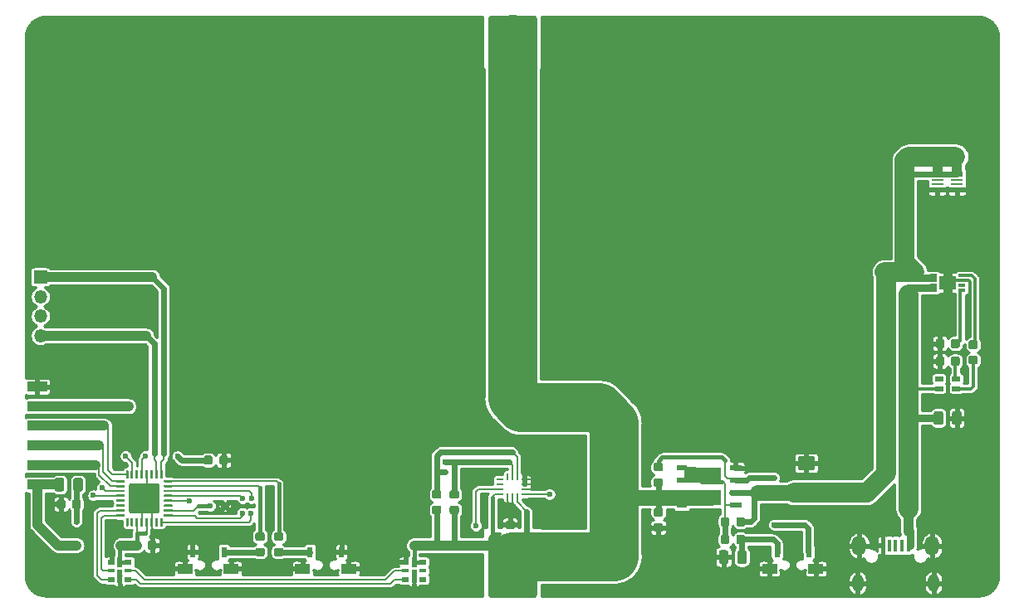
<source format=gbr>
G04 #@! TF.GenerationSoftware,KiCad,Pcbnew,5.1.5*
G04 #@! TF.CreationDate,2020-01-04T17:56:06+01:00*
G04 #@! TF.ProjectId,eside_rev18,65736964-655f-4726-9576-31382e6b6963,rev?*
G04 #@! TF.SameCoordinates,Original*
G04 #@! TF.FileFunction,Copper,L2,Bot*
G04 #@! TF.FilePolarity,Positive*
%FSLAX46Y46*%
G04 Gerber Fmt 4.6, Leading zero omitted, Abs format (unit mm)*
G04 Created by KiCad (PCBNEW 5.1.5) date 2020-01-04 17:56:06*
%MOMM*%
%LPD*%
G04 APERTURE LIST*
%ADD10C,0.100000*%
%ADD11C,0.600000*%
%ADD12R,0.450000X1.300000*%
%ADD13O,1.450000X2.000000*%
%ADD14O,1.150000X1.800000*%
%ADD15R,0.250000X0.675000*%
%ADD16R,0.675000X0.250000*%
%ADD17O,1.350000X1.350000*%
%ADD18R,1.350000X1.350000*%
%ADD19R,0.500000X1.480000*%
%ADD20R,0.500000X1.000000*%
%ADD21R,0.800000X0.500000*%
%ADD22R,0.800000X0.300000*%
%ADD23R,1.550000X1.000000*%
%ADD24R,0.600000X1.000000*%
%ADD25R,2.000000X1.000000*%
%ADD26C,0.700000*%
%ADD27C,4.400000*%
%ADD28R,1.200000X0.600000*%
%ADD29R,1.200000X0.200000*%
%ADD30R,0.850000X0.500000*%
%ADD31R,1.270000X0.610000*%
%ADD32R,1.020000X0.610000*%
%ADD33R,3.810000X1.650000*%
%ADD34R,1.750000X1.450000*%
%ADD35R,0.750000X0.300000*%
%ADD36C,1.000000*%
%ADD37C,0.600000*%
%ADD38C,1.600000*%
%ADD39C,0.800000*%
%ADD40C,2.000000*%
%ADD41C,0.200000*%
%ADD42C,0.300000*%
%ADD43C,0.400000*%
%ADD44C,5.000000*%
%ADD45C,0.254000*%
G04 APERTURE END LIST*
G04 #@! TA.AperFunction,SMDPad,CuDef*
D10*
G36*
X147277691Y-84551053D02*
G01*
X147298926Y-84554203D01*
X147319750Y-84559419D01*
X147339962Y-84566651D01*
X147359368Y-84575830D01*
X147377781Y-84586866D01*
X147395024Y-84599654D01*
X147410930Y-84614070D01*
X147425346Y-84629976D01*
X147438134Y-84647219D01*
X147449170Y-84665632D01*
X147458349Y-84685038D01*
X147465581Y-84705250D01*
X147470797Y-84726074D01*
X147473947Y-84747309D01*
X147475000Y-84768750D01*
X147475000Y-85206250D01*
X147473947Y-85227691D01*
X147470797Y-85248926D01*
X147465581Y-85269750D01*
X147458349Y-85289962D01*
X147449170Y-85309368D01*
X147438134Y-85327781D01*
X147425346Y-85345024D01*
X147410930Y-85360930D01*
X147395024Y-85375346D01*
X147377781Y-85388134D01*
X147359368Y-85399170D01*
X147339962Y-85408349D01*
X147319750Y-85415581D01*
X147298926Y-85420797D01*
X147277691Y-85423947D01*
X147256250Y-85425000D01*
X146743750Y-85425000D01*
X146722309Y-85423947D01*
X146701074Y-85420797D01*
X146680250Y-85415581D01*
X146660038Y-85408349D01*
X146640632Y-85399170D01*
X146622219Y-85388134D01*
X146604976Y-85375346D01*
X146589070Y-85360930D01*
X146574654Y-85345024D01*
X146561866Y-85327781D01*
X146550830Y-85309368D01*
X146541651Y-85289962D01*
X146534419Y-85269750D01*
X146529203Y-85248926D01*
X146526053Y-85227691D01*
X146525000Y-85206250D01*
X146525000Y-84768750D01*
X146526053Y-84747309D01*
X146529203Y-84726074D01*
X146534419Y-84705250D01*
X146541651Y-84685038D01*
X146550830Y-84665632D01*
X146561866Y-84647219D01*
X146574654Y-84629976D01*
X146589070Y-84614070D01*
X146604976Y-84599654D01*
X146622219Y-84586866D01*
X146640632Y-84575830D01*
X146660038Y-84566651D01*
X146680250Y-84559419D01*
X146701074Y-84554203D01*
X146722309Y-84551053D01*
X146743750Y-84550000D01*
X147256250Y-84550000D01*
X147277691Y-84551053D01*
G37*
G04 #@! TD.AperFunction*
G04 #@! TA.AperFunction,SMDPad,CuDef*
G36*
X147277691Y-82976053D02*
G01*
X147298926Y-82979203D01*
X147319750Y-82984419D01*
X147339962Y-82991651D01*
X147359368Y-83000830D01*
X147377781Y-83011866D01*
X147395024Y-83024654D01*
X147410930Y-83039070D01*
X147425346Y-83054976D01*
X147438134Y-83072219D01*
X147449170Y-83090632D01*
X147458349Y-83110038D01*
X147465581Y-83130250D01*
X147470797Y-83151074D01*
X147473947Y-83172309D01*
X147475000Y-83193750D01*
X147475000Y-83631250D01*
X147473947Y-83652691D01*
X147470797Y-83673926D01*
X147465581Y-83694750D01*
X147458349Y-83714962D01*
X147449170Y-83734368D01*
X147438134Y-83752781D01*
X147425346Y-83770024D01*
X147410930Y-83785930D01*
X147395024Y-83800346D01*
X147377781Y-83813134D01*
X147359368Y-83824170D01*
X147339962Y-83833349D01*
X147319750Y-83840581D01*
X147298926Y-83845797D01*
X147277691Y-83848947D01*
X147256250Y-83850000D01*
X146743750Y-83850000D01*
X146722309Y-83848947D01*
X146701074Y-83845797D01*
X146680250Y-83840581D01*
X146660038Y-83833349D01*
X146640632Y-83824170D01*
X146622219Y-83813134D01*
X146604976Y-83800346D01*
X146589070Y-83785930D01*
X146574654Y-83770024D01*
X146561866Y-83752781D01*
X146550830Y-83734368D01*
X146541651Y-83714962D01*
X146534419Y-83694750D01*
X146529203Y-83673926D01*
X146526053Y-83652691D01*
X146525000Y-83631250D01*
X146525000Y-83193750D01*
X146526053Y-83172309D01*
X146529203Y-83151074D01*
X146534419Y-83130250D01*
X146541651Y-83110038D01*
X146550830Y-83090632D01*
X146561866Y-83072219D01*
X146574654Y-83054976D01*
X146589070Y-83039070D01*
X146604976Y-83024654D01*
X146622219Y-83011866D01*
X146640632Y-83000830D01*
X146660038Y-82991651D01*
X146680250Y-82984419D01*
X146701074Y-82979203D01*
X146722309Y-82976053D01*
X146743750Y-82975000D01*
X147256250Y-82975000D01*
X147277691Y-82976053D01*
G37*
G04 #@! TD.AperFunction*
G04 #@! TA.AperFunction,SMDPad,CuDef*
G36*
X92577691Y-98276053D02*
G01*
X92598926Y-98279203D01*
X92619750Y-98284419D01*
X92639962Y-98291651D01*
X92659368Y-98300830D01*
X92677781Y-98311866D01*
X92695024Y-98324654D01*
X92710930Y-98339070D01*
X92725346Y-98354976D01*
X92738134Y-98372219D01*
X92749170Y-98390632D01*
X92758349Y-98410038D01*
X92765581Y-98430250D01*
X92770797Y-98451074D01*
X92773947Y-98472309D01*
X92775000Y-98493750D01*
X92775000Y-98931250D01*
X92773947Y-98952691D01*
X92770797Y-98973926D01*
X92765581Y-98994750D01*
X92758349Y-99014962D01*
X92749170Y-99034368D01*
X92738134Y-99052781D01*
X92725346Y-99070024D01*
X92710930Y-99085930D01*
X92695024Y-99100346D01*
X92677781Y-99113134D01*
X92659368Y-99124170D01*
X92639962Y-99133349D01*
X92619750Y-99140581D01*
X92598926Y-99145797D01*
X92577691Y-99148947D01*
X92556250Y-99150000D01*
X92043750Y-99150000D01*
X92022309Y-99148947D01*
X92001074Y-99145797D01*
X91980250Y-99140581D01*
X91960038Y-99133349D01*
X91940632Y-99124170D01*
X91922219Y-99113134D01*
X91904976Y-99100346D01*
X91889070Y-99085930D01*
X91874654Y-99070024D01*
X91861866Y-99052781D01*
X91850830Y-99034368D01*
X91841651Y-99014962D01*
X91834419Y-98994750D01*
X91829203Y-98973926D01*
X91826053Y-98952691D01*
X91825000Y-98931250D01*
X91825000Y-98493750D01*
X91826053Y-98472309D01*
X91829203Y-98451074D01*
X91834419Y-98430250D01*
X91841651Y-98410038D01*
X91850830Y-98390632D01*
X91861866Y-98372219D01*
X91874654Y-98354976D01*
X91889070Y-98339070D01*
X91904976Y-98324654D01*
X91922219Y-98311866D01*
X91940632Y-98300830D01*
X91960038Y-98291651D01*
X91980250Y-98284419D01*
X92001074Y-98279203D01*
X92022309Y-98276053D01*
X92043750Y-98275000D01*
X92556250Y-98275000D01*
X92577691Y-98276053D01*
G37*
G04 #@! TD.AperFunction*
G04 #@! TA.AperFunction,SMDPad,CuDef*
G36*
X92577691Y-99851053D02*
G01*
X92598926Y-99854203D01*
X92619750Y-99859419D01*
X92639962Y-99866651D01*
X92659368Y-99875830D01*
X92677781Y-99886866D01*
X92695024Y-99899654D01*
X92710930Y-99914070D01*
X92725346Y-99929976D01*
X92738134Y-99947219D01*
X92749170Y-99965632D01*
X92758349Y-99985038D01*
X92765581Y-100005250D01*
X92770797Y-100026074D01*
X92773947Y-100047309D01*
X92775000Y-100068750D01*
X92775000Y-100506250D01*
X92773947Y-100527691D01*
X92770797Y-100548926D01*
X92765581Y-100569750D01*
X92758349Y-100589962D01*
X92749170Y-100609368D01*
X92738134Y-100627781D01*
X92725346Y-100645024D01*
X92710930Y-100660930D01*
X92695024Y-100675346D01*
X92677781Y-100688134D01*
X92659368Y-100699170D01*
X92639962Y-100708349D01*
X92619750Y-100715581D01*
X92598926Y-100720797D01*
X92577691Y-100723947D01*
X92556250Y-100725000D01*
X92043750Y-100725000D01*
X92022309Y-100723947D01*
X92001074Y-100720797D01*
X91980250Y-100715581D01*
X91960038Y-100708349D01*
X91940632Y-100699170D01*
X91922219Y-100688134D01*
X91904976Y-100675346D01*
X91889070Y-100660930D01*
X91874654Y-100645024D01*
X91861866Y-100627781D01*
X91850830Y-100609368D01*
X91841651Y-100589962D01*
X91834419Y-100569750D01*
X91829203Y-100548926D01*
X91826053Y-100527691D01*
X91825000Y-100506250D01*
X91825000Y-100068750D01*
X91826053Y-100047309D01*
X91829203Y-100026074D01*
X91834419Y-100005250D01*
X91841651Y-99985038D01*
X91850830Y-99965632D01*
X91861866Y-99947219D01*
X91874654Y-99929976D01*
X91889070Y-99914070D01*
X91904976Y-99899654D01*
X91922219Y-99886866D01*
X91940632Y-99875830D01*
X91960038Y-99866651D01*
X91980250Y-99859419D01*
X92001074Y-99854203D01*
X92022309Y-99851053D01*
X92043750Y-99850000D01*
X92556250Y-99850000D01*
X92577691Y-99851053D01*
G37*
G04 #@! TD.AperFunction*
G04 #@! TA.AperFunction,SMDPad,CuDef*
G36*
X94377691Y-98276053D02*
G01*
X94398926Y-98279203D01*
X94419750Y-98284419D01*
X94439962Y-98291651D01*
X94459368Y-98300830D01*
X94477781Y-98311866D01*
X94495024Y-98324654D01*
X94510930Y-98339070D01*
X94525346Y-98354976D01*
X94538134Y-98372219D01*
X94549170Y-98390632D01*
X94558349Y-98410038D01*
X94565581Y-98430250D01*
X94570797Y-98451074D01*
X94573947Y-98472309D01*
X94575000Y-98493750D01*
X94575000Y-98931250D01*
X94573947Y-98952691D01*
X94570797Y-98973926D01*
X94565581Y-98994750D01*
X94558349Y-99014962D01*
X94549170Y-99034368D01*
X94538134Y-99052781D01*
X94525346Y-99070024D01*
X94510930Y-99085930D01*
X94495024Y-99100346D01*
X94477781Y-99113134D01*
X94459368Y-99124170D01*
X94439962Y-99133349D01*
X94419750Y-99140581D01*
X94398926Y-99145797D01*
X94377691Y-99148947D01*
X94356250Y-99150000D01*
X93843750Y-99150000D01*
X93822309Y-99148947D01*
X93801074Y-99145797D01*
X93780250Y-99140581D01*
X93760038Y-99133349D01*
X93740632Y-99124170D01*
X93722219Y-99113134D01*
X93704976Y-99100346D01*
X93689070Y-99085930D01*
X93674654Y-99070024D01*
X93661866Y-99052781D01*
X93650830Y-99034368D01*
X93641651Y-99014962D01*
X93634419Y-98994750D01*
X93629203Y-98973926D01*
X93626053Y-98952691D01*
X93625000Y-98931250D01*
X93625000Y-98493750D01*
X93626053Y-98472309D01*
X93629203Y-98451074D01*
X93634419Y-98430250D01*
X93641651Y-98410038D01*
X93650830Y-98390632D01*
X93661866Y-98372219D01*
X93674654Y-98354976D01*
X93689070Y-98339070D01*
X93704976Y-98324654D01*
X93722219Y-98311866D01*
X93740632Y-98300830D01*
X93760038Y-98291651D01*
X93780250Y-98284419D01*
X93801074Y-98279203D01*
X93822309Y-98276053D01*
X93843750Y-98275000D01*
X94356250Y-98275000D01*
X94377691Y-98276053D01*
G37*
G04 #@! TD.AperFunction*
G04 #@! TA.AperFunction,SMDPad,CuDef*
G36*
X94377691Y-99851053D02*
G01*
X94398926Y-99854203D01*
X94419750Y-99859419D01*
X94439962Y-99866651D01*
X94459368Y-99875830D01*
X94477781Y-99886866D01*
X94495024Y-99899654D01*
X94510930Y-99914070D01*
X94525346Y-99929976D01*
X94538134Y-99947219D01*
X94549170Y-99965632D01*
X94558349Y-99985038D01*
X94565581Y-100005250D01*
X94570797Y-100026074D01*
X94573947Y-100047309D01*
X94575000Y-100068750D01*
X94575000Y-100506250D01*
X94573947Y-100527691D01*
X94570797Y-100548926D01*
X94565581Y-100569750D01*
X94558349Y-100589962D01*
X94549170Y-100609368D01*
X94538134Y-100627781D01*
X94525346Y-100645024D01*
X94510930Y-100660930D01*
X94495024Y-100675346D01*
X94477781Y-100688134D01*
X94459368Y-100699170D01*
X94439962Y-100708349D01*
X94419750Y-100715581D01*
X94398926Y-100720797D01*
X94377691Y-100723947D01*
X94356250Y-100725000D01*
X93843750Y-100725000D01*
X93822309Y-100723947D01*
X93801074Y-100720797D01*
X93780250Y-100715581D01*
X93760038Y-100708349D01*
X93740632Y-100699170D01*
X93722219Y-100688134D01*
X93704976Y-100675346D01*
X93689070Y-100660930D01*
X93674654Y-100645024D01*
X93661866Y-100627781D01*
X93650830Y-100609368D01*
X93641651Y-100589962D01*
X93634419Y-100569750D01*
X93629203Y-100548926D01*
X93626053Y-100527691D01*
X93625000Y-100506250D01*
X93625000Y-100068750D01*
X93626053Y-100047309D01*
X93629203Y-100026074D01*
X93634419Y-100005250D01*
X93641651Y-99985038D01*
X93650830Y-99965632D01*
X93661866Y-99947219D01*
X93674654Y-99929976D01*
X93689070Y-99914070D01*
X93704976Y-99899654D01*
X93722219Y-99886866D01*
X93740632Y-99875830D01*
X93760038Y-99866651D01*
X93780250Y-99859419D01*
X93801074Y-99854203D01*
X93822309Y-99851053D01*
X93843750Y-99850000D01*
X94356250Y-99850000D01*
X94377691Y-99851053D01*
G37*
G04 #@! TD.AperFunction*
D11*
X69200000Y-99900000D03*
X70700000Y-99900000D03*
D12*
X140400000Y-103900000D03*
X139750000Y-103900000D03*
X139100000Y-103900000D03*
X138450000Y-103900000D03*
X137800000Y-103900000D03*
D13*
X142825000Y-103950000D03*
X135375000Y-103950000D03*
D14*
X142975000Y-107750000D03*
X135225000Y-107750000D03*
G04 #@! TA.AperFunction,SMDPad,CuDef*
D10*
G36*
X56005142Y-97001174D02*
G01*
X56028803Y-97004684D01*
X56052007Y-97010496D01*
X56074529Y-97018554D01*
X56096153Y-97028782D01*
X56116670Y-97041079D01*
X56135883Y-97055329D01*
X56153607Y-97071393D01*
X56169671Y-97089117D01*
X56183921Y-97108330D01*
X56196218Y-97128847D01*
X56206446Y-97150471D01*
X56214504Y-97172993D01*
X56220316Y-97196197D01*
X56223826Y-97219858D01*
X56225000Y-97243750D01*
X56225000Y-98156250D01*
X56223826Y-98180142D01*
X56220316Y-98203803D01*
X56214504Y-98227007D01*
X56206446Y-98249529D01*
X56196218Y-98271153D01*
X56183921Y-98291670D01*
X56169671Y-98310883D01*
X56153607Y-98328607D01*
X56135883Y-98344671D01*
X56116670Y-98358921D01*
X56096153Y-98371218D01*
X56074529Y-98381446D01*
X56052007Y-98389504D01*
X56028803Y-98395316D01*
X56005142Y-98398826D01*
X55981250Y-98400000D01*
X55493750Y-98400000D01*
X55469858Y-98398826D01*
X55446197Y-98395316D01*
X55422993Y-98389504D01*
X55400471Y-98381446D01*
X55378847Y-98371218D01*
X55358330Y-98358921D01*
X55339117Y-98344671D01*
X55321393Y-98328607D01*
X55305329Y-98310883D01*
X55291079Y-98291670D01*
X55278782Y-98271153D01*
X55268554Y-98249529D01*
X55260496Y-98227007D01*
X55254684Y-98203803D01*
X55251174Y-98180142D01*
X55250000Y-98156250D01*
X55250000Y-97243750D01*
X55251174Y-97219858D01*
X55254684Y-97196197D01*
X55260496Y-97172993D01*
X55268554Y-97150471D01*
X55278782Y-97128847D01*
X55291079Y-97108330D01*
X55305329Y-97089117D01*
X55321393Y-97071393D01*
X55339117Y-97055329D01*
X55358330Y-97041079D01*
X55378847Y-97028782D01*
X55400471Y-97018554D01*
X55422993Y-97010496D01*
X55446197Y-97004684D01*
X55469858Y-97001174D01*
X55493750Y-97000000D01*
X55981250Y-97000000D01*
X56005142Y-97001174D01*
G37*
G04 #@! TD.AperFunction*
G04 #@! TA.AperFunction,SMDPad,CuDef*
G36*
X54130142Y-97001174D02*
G01*
X54153803Y-97004684D01*
X54177007Y-97010496D01*
X54199529Y-97018554D01*
X54221153Y-97028782D01*
X54241670Y-97041079D01*
X54260883Y-97055329D01*
X54278607Y-97071393D01*
X54294671Y-97089117D01*
X54308921Y-97108330D01*
X54321218Y-97128847D01*
X54331446Y-97150471D01*
X54339504Y-97172993D01*
X54345316Y-97196197D01*
X54348826Y-97219858D01*
X54350000Y-97243750D01*
X54350000Y-98156250D01*
X54348826Y-98180142D01*
X54345316Y-98203803D01*
X54339504Y-98227007D01*
X54331446Y-98249529D01*
X54321218Y-98271153D01*
X54308921Y-98291670D01*
X54294671Y-98310883D01*
X54278607Y-98328607D01*
X54260883Y-98344671D01*
X54241670Y-98358921D01*
X54221153Y-98371218D01*
X54199529Y-98381446D01*
X54177007Y-98389504D01*
X54153803Y-98395316D01*
X54130142Y-98398826D01*
X54106250Y-98400000D01*
X53618750Y-98400000D01*
X53594858Y-98398826D01*
X53571197Y-98395316D01*
X53547993Y-98389504D01*
X53525471Y-98381446D01*
X53503847Y-98371218D01*
X53483330Y-98358921D01*
X53464117Y-98344671D01*
X53446393Y-98328607D01*
X53430329Y-98310883D01*
X53416079Y-98291670D01*
X53403782Y-98271153D01*
X53393554Y-98249529D01*
X53385496Y-98227007D01*
X53379684Y-98203803D01*
X53376174Y-98180142D01*
X53375000Y-98156250D01*
X53375000Y-97243750D01*
X53376174Y-97219858D01*
X53379684Y-97196197D01*
X53385496Y-97172993D01*
X53393554Y-97150471D01*
X53403782Y-97128847D01*
X53416079Y-97108330D01*
X53430329Y-97089117D01*
X53446393Y-97071393D01*
X53464117Y-97055329D01*
X53483330Y-97041079D01*
X53503847Y-97028782D01*
X53525471Y-97018554D01*
X53547993Y-97010496D01*
X53571197Y-97004684D01*
X53594858Y-97001174D01*
X53618750Y-97000000D01*
X54106250Y-97000000D01*
X54130142Y-97001174D01*
G37*
G04 #@! TD.AperFunction*
G04 #@! TA.AperFunction,SMDPad,CuDef*
G36*
X55827691Y-99226053D02*
G01*
X55848926Y-99229203D01*
X55869750Y-99234419D01*
X55889962Y-99241651D01*
X55909368Y-99250830D01*
X55927781Y-99261866D01*
X55945024Y-99274654D01*
X55960930Y-99289070D01*
X55975346Y-99304976D01*
X55988134Y-99322219D01*
X55999170Y-99340632D01*
X56008349Y-99360038D01*
X56015581Y-99380250D01*
X56020797Y-99401074D01*
X56023947Y-99422309D01*
X56025000Y-99443750D01*
X56025000Y-99956250D01*
X56023947Y-99977691D01*
X56020797Y-99998926D01*
X56015581Y-100019750D01*
X56008349Y-100039962D01*
X55999170Y-100059368D01*
X55988134Y-100077781D01*
X55975346Y-100095024D01*
X55960930Y-100110930D01*
X55945024Y-100125346D01*
X55927781Y-100138134D01*
X55909368Y-100149170D01*
X55889962Y-100158349D01*
X55869750Y-100165581D01*
X55848926Y-100170797D01*
X55827691Y-100173947D01*
X55806250Y-100175000D01*
X55368750Y-100175000D01*
X55347309Y-100173947D01*
X55326074Y-100170797D01*
X55305250Y-100165581D01*
X55285038Y-100158349D01*
X55265632Y-100149170D01*
X55247219Y-100138134D01*
X55229976Y-100125346D01*
X55214070Y-100110930D01*
X55199654Y-100095024D01*
X55186866Y-100077781D01*
X55175830Y-100059368D01*
X55166651Y-100039962D01*
X55159419Y-100019750D01*
X55154203Y-99998926D01*
X55151053Y-99977691D01*
X55150000Y-99956250D01*
X55150000Y-99443750D01*
X55151053Y-99422309D01*
X55154203Y-99401074D01*
X55159419Y-99380250D01*
X55166651Y-99360038D01*
X55175830Y-99340632D01*
X55186866Y-99322219D01*
X55199654Y-99304976D01*
X55214070Y-99289070D01*
X55229976Y-99274654D01*
X55247219Y-99261866D01*
X55265632Y-99250830D01*
X55285038Y-99241651D01*
X55305250Y-99234419D01*
X55326074Y-99229203D01*
X55347309Y-99226053D01*
X55368750Y-99225000D01*
X55806250Y-99225000D01*
X55827691Y-99226053D01*
G37*
G04 #@! TD.AperFunction*
G04 #@! TA.AperFunction,SMDPad,CuDef*
G36*
X54252691Y-99226053D02*
G01*
X54273926Y-99229203D01*
X54294750Y-99234419D01*
X54314962Y-99241651D01*
X54334368Y-99250830D01*
X54352781Y-99261866D01*
X54370024Y-99274654D01*
X54385930Y-99289070D01*
X54400346Y-99304976D01*
X54413134Y-99322219D01*
X54424170Y-99340632D01*
X54433349Y-99360038D01*
X54440581Y-99380250D01*
X54445797Y-99401074D01*
X54448947Y-99422309D01*
X54450000Y-99443750D01*
X54450000Y-99956250D01*
X54448947Y-99977691D01*
X54445797Y-99998926D01*
X54440581Y-100019750D01*
X54433349Y-100039962D01*
X54424170Y-100059368D01*
X54413134Y-100077781D01*
X54400346Y-100095024D01*
X54385930Y-100110930D01*
X54370024Y-100125346D01*
X54352781Y-100138134D01*
X54334368Y-100149170D01*
X54314962Y-100158349D01*
X54294750Y-100165581D01*
X54273926Y-100170797D01*
X54252691Y-100173947D01*
X54231250Y-100175000D01*
X53793750Y-100175000D01*
X53772309Y-100173947D01*
X53751074Y-100170797D01*
X53730250Y-100165581D01*
X53710038Y-100158349D01*
X53690632Y-100149170D01*
X53672219Y-100138134D01*
X53654976Y-100125346D01*
X53639070Y-100110930D01*
X53624654Y-100095024D01*
X53611866Y-100077781D01*
X53600830Y-100059368D01*
X53591651Y-100039962D01*
X53584419Y-100019750D01*
X53579203Y-99998926D01*
X53576053Y-99977691D01*
X53575000Y-99956250D01*
X53575000Y-99443750D01*
X53576053Y-99422309D01*
X53579203Y-99401074D01*
X53584419Y-99380250D01*
X53591651Y-99360038D01*
X53600830Y-99340632D01*
X53611866Y-99322219D01*
X53624654Y-99304976D01*
X53639070Y-99289070D01*
X53654976Y-99274654D01*
X53672219Y-99261866D01*
X53690632Y-99250830D01*
X53710038Y-99241651D01*
X53730250Y-99234419D01*
X53751074Y-99229203D01*
X53772309Y-99226053D01*
X53793750Y-99225000D01*
X54231250Y-99225000D01*
X54252691Y-99226053D01*
G37*
G04 #@! TD.AperFunction*
G04 #@! TA.AperFunction,SMDPad,CuDef*
G36*
X61952691Y-103426053D02*
G01*
X61973926Y-103429203D01*
X61994750Y-103434419D01*
X62014962Y-103441651D01*
X62034368Y-103450830D01*
X62052781Y-103461866D01*
X62070024Y-103474654D01*
X62085930Y-103489070D01*
X62100346Y-103504976D01*
X62113134Y-103522219D01*
X62124170Y-103540632D01*
X62133349Y-103560038D01*
X62140581Y-103580250D01*
X62145797Y-103601074D01*
X62148947Y-103622309D01*
X62150000Y-103643750D01*
X62150000Y-104156250D01*
X62148947Y-104177691D01*
X62145797Y-104198926D01*
X62140581Y-104219750D01*
X62133349Y-104239962D01*
X62124170Y-104259368D01*
X62113134Y-104277781D01*
X62100346Y-104295024D01*
X62085930Y-104310930D01*
X62070024Y-104325346D01*
X62052781Y-104338134D01*
X62034368Y-104349170D01*
X62014962Y-104358349D01*
X61994750Y-104365581D01*
X61973926Y-104370797D01*
X61952691Y-104373947D01*
X61931250Y-104375000D01*
X61493750Y-104375000D01*
X61472309Y-104373947D01*
X61451074Y-104370797D01*
X61430250Y-104365581D01*
X61410038Y-104358349D01*
X61390632Y-104349170D01*
X61372219Y-104338134D01*
X61354976Y-104325346D01*
X61339070Y-104310930D01*
X61324654Y-104295024D01*
X61311866Y-104277781D01*
X61300830Y-104259368D01*
X61291651Y-104239962D01*
X61284419Y-104219750D01*
X61279203Y-104198926D01*
X61276053Y-104177691D01*
X61275000Y-104156250D01*
X61275000Y-103643750D01*
X61276053Y-103622309D01*
X61279203Y-103601074D01*
X61284419Y-103580250D01*
X61291651Y-103560038D01*
X61300830Y-103540632D01*
X61311866Y-103522219D01*
X61324654Y-103504976D01*
X61339070Y-103489070D01*
X61354976Y-103474654D01*
X61372219Y-103461866D01*
X61390632Y-103450830D01*
X61410038Y-103441651D01*
X61430250Y-103434419D01*
X61451074Y-103429203D01*
X61472309Y-103426053D01*
X61493750Y-103425000D01*
X61931250Y-103425000D01*
X61952691Y-103426053D01*
G37*
G04 #@! TD.AperFunction*
G04 #@! TA.AperFunction,SMDPad,CuDef*
G36*
X63527691Y-103426053D02*
G01*
X63548926Y-103429203D01*
X63569750Y-103434419D01*
X63589962Y-103441651D01*
X63609368Y-103450830D01*
X63627781Y-103461866D01*
X63645024Y-103474654D01*
X63660930Y-103489070D01*
X63675346Y-103504976D01*
X63688134Y-103522219D01*
X63699170Y-103540632D01*
X63708349Y-103560038D01*
X63715581Y-103580250D01*
X63720797Y-103601074D01*
X63723947Y-103622309D01*
X63725000Y-103643750D01*
X63725000Y-104156250D01*
X63723947Y-104177691D01*
X63720797Y-104198926D01*
X63715581Y-104219750D01*
X63708349Y-104239962D01*
X63699170Y-104259368D01*
X63688134Y-104277781D01*
X63675346Y-104295024D01*
X63660930Y-104310930D01*
X63645024Y-104325346D01*
X63627781Y-104338134D01*
X63609368Y-104349170D01*
X63589962Y-104358349D01*
X63569750Y-104365581D01*
X63548926Y-104370797D01*
X63527691Y-104373947D01*
X63506250Y-104375000D01*
X63068750Y-104375000D01*
X63047309Y-104373947D01*
X63026074Y-104370797D01*
X63005250Y-104365581D01*
X62985038Y-104358349D01*
X62965632Y-104349170D01*
X62947219Y-104338134D01*
X62929976Y-104325346D01*
X62914070Y-104310930D01*
X62899654Y-104295024D01*
X62886866Y-104277781D01*
X62875830Y-104259368D01*
X62866651Y-104239962D01*
X62859419Y-104219750D01*
X62854203Y-104198926D01*
X62851053Y-104177691D01*
X62850000Y-104156250D01*
X62850000Y-103643750D01*
X62851053Y-103622309D01*
X62854203Y-103601074D01*
X62859419Y-103580250D01*
X62866651Y-103560038D01*
X62875830Y-103540632D01*
X62886866Y-103522219D01*
X62899654Y-103504976D01*
X62914070Y-103489070D01*
X62929976Y-103474654D01*
X62947219Y-103461866D01*
X62965632Y-103450830D01*
X62985038Y-103441651D01*
X63005250Y-103434419D01*
X63026074Y-103429203D01*
X63047309Y-103426053D01*
X63068750Y-103425000D01*
X63506250Y-103425000D01*
X63527691Y-103426053D01*
G37*
G04 #@! TD.AperFunction*
D15*
X100000000Y-96887500D03*
X100500000Y-96887500D03*
X99500000Y-96887500D03*
X100500000Y-98912500D03*
X100000000Y-98912500D03*
X99500000Y-98912500D03*
D16*
X101262500Y-97150000D03*
X101262500Y-97650000D03*
X101262500Y-98150000D03*
X101262500Y-98650000D03*
X98737500Y-98650000D03*
X98737500Y-98150000D03*
X98737500Y-97650000D03*
X98737500Y-97150000D03*
D17*
X51900000Y-82500000D03*
X51900000Y-80500000D03*
X51900000Y-78500000D03*
D18*
X51900000Y-76500000D03*
G04 #@! TA.AperFunction,SMDPad,CuDef*
D10*
G36*
X130649504Y-97776204D02*
G01*
X130673773Y-97779804D01*
X130697571Y-97785765D01*
X130720671Y-97794030D01*
X130742849Y-97804520D01*
X130763893Y-97817133D01*
X130783598Y-97831747D01*
X130801777Y-97848223D01*
X130818253Y-97866402D01*
X130832867Y-97886107D01*
X130845480Y-97907151D01*
X130855970Y-97929329D01*
X130864235Y-97952429D01*
X130870196Y-97976227D01*
X130873796Y-98000496D01*
X130875000Y-98025000D01*
X130875000Y-98950000D01*
X130873796Y-98974504D01*
X130870196Y-98998773D01*
X130864235Y-99022571D01*
X130855970Y-99045671D01*
X130845480Y-99067849D01*
X130832867Y-99088893D01*
X130818253Y-99108598D01*
X130801777Y-99126777D01*
X130783598Y-99143253D01*
X130763893Y-99157867D01*
X130742849Y-99170480D01*
X130720671Y-99180970D01*
X130697571Y-99189235D01*
X130673773Y-99195196D01*
X130649504Y-99198796D01*
X130625000Y-99200000D01*
X129375000Y-99200000D01*
X129350496Y-99198796D01*
X129326227Y-99195196D01*
X129302429Y-99189235D01*
X129279329Y-99180970D01*
X129257151Y-99170480D01*
X129236107Y-99157867D01*
X129216402Y-99143253D01*
X129198223Y-99126777D01*
X129181747Y-99108598D01*
X129167133Y-99088893D01*
X129154520Y-99067849D01*
X129144030Y-99045671D01*
X129135765Y-99022571D01*
X129129804Y-98998773D01*
X129126204Y-98974504D01*
X129125000Y-98950000D01*
X129125000Y-98025000D01*
X129126204Y-98000496D01*
X129129804Y-97976227D01*
X129135765Y-97952429D01*
X129144030Y-97929329D01*
X129154520Y-97907151D01*
X129167133Y-97886107D01*
X129181747Y-97866402D01*
X129198223Y-97848223D01*
X129216402Y-97831747D01*
X129236107Y-97817133D01*
X129257151Y-97804520D01*
X129279329Y-97794030D01*
X129302429Y-97785765D01*
X129326227Y-97779804D01*
X129350496Y-97776204D01*
X129375000Y-97775000D01*
X130625000Y-97775000D01*
X130649504Y-97776204D01*
G37*
G04 #@! TD.AperFunction*
G04 #@! TA.AperFunction,SMDPad,CuDef*
G36*
X130649504Y-94801204D02*
G01*
X130673773Y-94804804D01*
X130697571Y-94810765D01*
X130720671Y-94819030D01*
X130742849Y-94829520D01*
X130763893Y-94842133D01*
X130783598Y-94856747D01*
X130801777Y-94873223D01*
X130818253Y-94891402D01*
X130832867Y-94911107D01*
X130845480Y-94932151D01*
X130855970Y-94954329D01*
X130864235Y-94977429D01*
X130870196Y-95001227D01*
X130873796Y-95025496D01*
X130875000Y-95050000D01*
X130875000Y-95975000D01*
X130873796Y-95999504D01*
X130870196Y-96023773D01*
X130864235Y-96047571D01*
X130855970Y-96070671D01*
X130845480Y-96092849D01*
X130832867Y-96113893D01*
X130818253Y-96133598D01*
X130801777Y-96151777D01*
X130783598Y-96168253D01*
X130763893Y-96182867D01*
X130742849Y-96195480D01*
X130720671Y-96205970D01*
X130697571Y-96214235D01*
X130673773Y-96220196D01*
X130649504Y-96223796D01*
X130625000Y-96225000D01*
X129375000Y-96225000D01*
X129350496Y-96223796D01*
X129326227Y-96220196D01*
X129302429Y-96214235D01*
X129279329Y-96205970D01*
X129257151Y-96195480D01*
X129236107Y-96182867D01*
X129216402Y-96168253D01*
X129198223Y-96151777D01*
X129181747Y-96133598D01*
X129167133Y-96113893D01*
X129154520Y-96092849D01*
X129144030Y-96070671D01*
X129135765Y-96047571D01*
X129129804Y-96023773D01*
X129126204Y-95999504D01*
X129125000Y-95975000D01*
X129125000Y-95050000D01*
X129126204Y-95025496D01*
X129129804Y-95001227D01*
X129135765Y-94977429D01*
X129144030Y-94954329D01*
X129154520Y-94932151D01*
X129167133Y-94911107D01*
X129181747Y-94891402D01*
X129198223Y-94873223D01*
X129216402Y-94856747D01*
X129236107Y-94842133D01*
X129257151Y-94829520D01*
X129279329Y-94819030D01*
X129302429Y-94810765D01*
X129326227Y-94804804D01*
X129350496Y-94801204D01*
X129375000Y-94800000D01*
X130625000Y-94800000D01*
X130649504Y-94801204D01*
G37*
G04 #@! TD.AperFunction*
G04 #@! TA.AperFunction,SMDPad,CuDef*
G36*
X63824505Y-97551204D02*
G01*
X63848773Y-97554804D01*
X63872572Y-97560765D01*
X63895671Y-97569030D01*
X63917850Y-97579520D01*
X63938893Y-97592132D01*
X63958599Y-97606747D01*
X63976777Y-97623223D01*
X63993253Y-97641401D01*
X64007868Y-97661107D01*
X64020480Y-97682150D01*
X64030970Y-97704329D01*
X64039235Y-97727428D01*
X64045196Y-97751227D01*
X64048796Y-97775495D01*
X64050000Y-97799999D01*
X64050000Y-100400001D01*
X64048796Y-100424505D01*
X64045196Y-100448773D01*
X64039235Y-100472572D01*
X64030970Y-100495671D01*
X64020480Y-100517850D01*
X64007868Y-100538893D01*
X63993253Y-100558599D01*
X63976777Y-100576777D01*
X63958599Y-100593253D01*
X63938893Y-100607868D01*
X63917850Y-100620480D01*
X63895671Y-100630970D01*
X63872572Y-100639235D01*
X63848773Y-100645196D01*
X63824505Y-100648796D01*
X63800001Y-100650000D01*
X61199999Y-100650000D01*
X61175495Y-100648796D01*
X61151227Y-100645196D01*
X61127428Y-100639235D01*
X61104329Y-100630970D01*
X61082150Y-100620480D01*
X61061107Y-100607868D01*
X61041401Y-100593253D01*
X61023223Y-100576777D01*
X61006747Y-100558599D01*
X60992132Y-100538893D01*
X60979520Y-100517850D01*
X60969030Y-100495671D01*
X60960765Y-100472572D01*
X60954804Y-100448773D01*
X60951204Y-100424505D01*
X60950000Y-100400001D01*
X60950000Y-97799999D01*
X60951204Y-97775495D01*
X60954804Y-97751227D01*
X60960765Y-97727428D01*
X60969030Y-97704329D01*
X60979520Y-97682150D01*
X60992132Y-97661107D01*
X61006747Y-97641401D01*
X61023223Y-97623223D01*
X61041401Y-97606747D01*
X61061107Y-97592132D01*
X61082150Y-97579520D01*
X61104329Y-97569030D01*
X61127428Y-97560765D01*
X61151227Y-97554804D01*
X61175495Y-97551204D01*
X61199999Y-97550000D01*
X63800001Y-97550000D01*
X63824505Y-97551204D01*
G37*
G04 #@! TD.AperFunction*
G04 #@! TA.AperFunction,SMDPad,CuDef*
G36*
X64318626Y-101100301D02*
G01*
X64324693Y-101101201D01*
X64330643Y-101102691D01*
X64336418Y-101104758D01*
X64341962Y-101107380D01*
X64347223Y-101110533D01*
X64352150Y-101114187D01*
X64356694Y-101118306D01*
X64360813Y-101122850D01*
X64364467Y-101127777D01*
X64367620Y-101133038D01*
X64370242Y-101138582D01*
X64372309Y-101144357D01*
X64373799Y-101150307D01*
X64374699Y-101156374D01*
X64375000Y-101162500D01*
X64375000Y-101912500D01*
X64374699Y-101918626D01*
X64373799Y-101924693D01*
X64372309Y-101930643D01*
X64370242Y-101936418D01*
X64367620Y-101941962D01*
X64364467Y-101947223D01*
X64360813Y-101952150D01*
X64356694Y-101956694D01*
X64352150Y-101960813D01*
X64347223Y-101964467D01*
X64341962Y-101967620D01*
X64336418Y-101970242D01*
X64330643Y-101972309D01*
X64324693Y-101973799D01*
X64318626Y-101974699D01*
X64312500Y-101975000D01*
X64187500Y-101975000D01*
X64181374Y-101974699D01*
X64175307Y-101973799D01*
X64169357Y-101972309D01*
X64163582Y-101970242D01*
X64158038Y-101967620D01*
X64152777Y-101964467D01*
X64147850Y-101960813D01*
X64143306Y-101956694D01*
X64139187Y-101952150D01*
X64135533Y-101947223D01*
X64132380Y-101941962D01*
X64129758Y-101936418D01*
X64127691Y-101930643D01*
X64126201Y-101924693D01*
X64125301Y-101918626D01*
X64125000Y-101912500D01*
X64125000Y-101162500D01*
X64125301Y-101156374D01*
X64126201Y-101150307D01*
X64127691Y-101144357D01*
X64129758Y-101138582D01*
X64132380Y-101133038D01*
X64135533Y-101127777D01*
X64139187Y-101122850D01*
X64143306Y-101118306D01*
X64147850Y-101114187D01*
X64152777Y-101110533D01*
X64158038Y-101107380D01*
X64163582Y-101104758D01*
X64169357Y-101102691D01*
X64175307Y-101101201D01*
X64181374Y-101100301D01*
X64187500Y-101100000D01*
X64312500Y-101100000D01*
X64318626Y-101100301D01*
G37*
G04 #@! TD.AperFunction*
G04 #@! TA.AperFunction,SMDPad,CuDef*
G36*
X63818626Y-101100301D02*
G01*
X63824693Y-101101201D01*
X63830643Y-101102691D01*
X63836418Y-101104758D01*
X63841962Y-101107380D01*
X63847223Y-101110533D01*
X63852150Y-101114187D01*
X63856694Y-101118306D01*
X63860813Y-101122850D01*
X63864467Y-101127777D01*
X63867620Y-101133038D01*
X63870242Y-101138582D01*
X63872309Y-101144357D01*
X63873799Y-101150307D01*
X63874699Y-101156374D01*
X63875000Y-101162500D01*
X63875000Y-101912500D01*
X63874699Y-101918626D01*
X63873799Y-101924693D01*
X63872309Y-101930643D01*
X63870242Y-101936418D01*
X63867620Y-101941962D01*
X63864467Y-101947223D01*
X63860813Y-101952150D01*
X63856694Y-101956694D01*
X63852150Y-101960813D01*
X63847223Y-101964467D01*
X63841962Y-101967620D01*
X63836418Y-101970242D01*
X63830643Y-101972309D01*
X63824693Y-101973799D01*
X63818626Y-101974699D01*
X63812500Y-101975000D01*
X63687500Y-101975000D01*
X63681374Y-101974699D01*
X63675307Y-101973799D01*
X63669357Y-101972309D01*
X63663582Y-101970242D01*
X63658038Y-101967620D01*
X63652777Y-101964467D01*
X63647850Y-101960813D01*
X63643306Y-101956694D01*
X63639187Y-101952150D01*
X63635533Y-101947223D01*
X63632380Y-101941962D01*
X63629758Y-101936418D01*
X63627691Y-101930643D01*
X63626201Y-101924693D01*
X63625301Y-101918626D01*
X63625000Y-101912500D01*
X63625000Y-101162500D01*
X63625301Y-101156374D01*
X63626201Y-101150307D01*
X63627691Y-101144357D01*
X63629758Y-101138582D01*
X63632380Y-101133038D01*
X63635533Y-101127777D01*
X63639187Y-101122850D01*
X63643306Y-101118306D01*
X63647850Y-101114187D01*
X63652777Y-101110533D01*
X63658038Y-101107380D01*
X63663582Y-101104758D01*
X63669357Y-101102691D01*
X63675307Y-101101201D01*
X63681374Y-101100301D01*
X63687500Y-101100000D01*
X63812500Y-101100000D01*
X63818626Y-101100301D01*
G37*
G04 #@! TD.AperFunction*
G04 #@! TA.AperFunction,SMDPad,CuDef*
G36*
X63318626Y-101100301D02*
G01*
X63324693Y-101101201D01*
X63330643Y-101102691D01*
X63336418Y-101104758D01*
X63341962Y-101107380D01*
X63347223Y-101110533D01*
X63352150Y-101114187D01*
X63356694Y-101118306D01*
X63360813Y-101122850D01*
X63364467Y-101127777D01*
X63367620Y-101133038D01*
X63370242Y-101138582D01*
X63372309Y-101144357D01*
X63373799Y-101150307D01*
X63374699Y-101156374D01*
X63375000Y-101162500D01*
X63375000Y-101912500D01*
X63374699Y-101918626D01*
X63373799Y-101924693D01*
X63372309Y-101930643D01*
X63370242Y-101936418D01*
X63367620Y-101941962D01*
X63364467Y-101947223D01*
X63360813Y-101952150D01*
X63356694Y-101956694D01*
X63352150Y-101960813D01*
X63347223Y-101964467D01*
X63341962Y-101967620D01*
X63336418Y-101970242D01*
X63330643Y-101972309D01*
X63324693Y-101973799D01*
X63318626Y-101974699D01*
X63312500Y-101975000D01*
X63187500Y-101975000D01*
X63181374Y-101974699D01*
X63175307Y-101973799D01*
X63169357Y-101972309D01*
X63163582Y-101970242D01*
X63158038Y-101967620D01*
X63152777Y-101964467D01*
X63147850Y-101960813D01*
X63143306Y-101956694D01*
X63139187Y-101952150D01*
X63135533Y-101947223D01*
X63132380Y-101941962D01*
X63129758Y-101936418D01*
X63127691Y-101930643D01*
X63126201Y-101924693D01*
X63125301Y-101918626D01*
X63125000Y-101912500D01*
X63125000Y-101162500D01*
X63125301Y-101156374D01*
X63126201Y-101150307D01*
X63127691Y-101144357D01*
X63129758Y-101138582D01*
X63132380Y-101133038D01*
X63135533Y-101127777D01*
X63139187Y-101122850D01*
X63143306Y-101118306D01*
X63147850Y-101114187D01*
X63152777Y-101110533D01*
X63158038Y-101107380D01*
X63163582Y-101104758D01*
X63169357Y-101102691D01*
X63175307Y-101101201D01*
X63181374Y-101100301D01*
X63187500Y-101100000D01*
X63312500Y-101100000D01*
X63318626Y-101100301D01*
G37*
G04 #@! TD.AperFunction*
G04 #@! TA.AperFunction,SMDPad,CuDef*
G36*
X62818626Y-101100301D02*
G01*
X62824693Y-101101201D01*
X62830643Y-101102691D01*
X62836418Y-101104758D01*
X62841962Y-101107380D01*
X62847223Y-101110533D01*
X62852150Y-101114187D01*
X62856694Y-101118306D01*
X62860813Y-101122850D01*
X62864467Y-101127777D01*
X62867620Y-101133038D01*
X62870242Y-101138582D01*
X62872309Y-101144357D01*
X62873799Y-101150307D01*
X62874699Y-101156374D01*
X62875000Y-101162500D01*
X62875000Y-101912500D01*
X62874699Y-101918626D01*
X62873799Y-101924693D01*
X62872309Y-101930643D01*
X62870242Y-101936418D01*
X62867620Y-101941962D01*
X62864467Y-101947223D01*
X62860813Y-101952150D01*
X62856694Y-101956694D01*
X62852150Y-101960813D01*
X62847223Y-101964467D01*
X62841962Y-101967620D01*
X62836418Y-101970242D01*
X62830643Y-101972309D01*
X62824693Y-101973799D01*
X62818626Y-101974699D01*
X62812500Y-101975000D01*
X62687500Y-101975000D01*
X62681374Y-101974699D01*
X62675307Y-101973799D01*
X62669357Y-101972309D01*
X62663582Y-101970242D01*
X62658038Y-101967620D01*
X62652777Y-101964467D01*
X62647850Y-101960813D01*
X62643306Y-101956694D01*
X62639187Y-101952150D01*
X62635533Y-101947223D01*
X62632380Y-101941962D01*
X62629758Y-101936418D01*
X62627691Y-101930643D01*
X62626201Y-101924693D01*
X62625301Y-101918626D01*
X62625000Y-101912500D01*
X62625000Y-101162500D01*
X62625301Y-101156374D01*
X62626201Y-101150307D01*
X62627691Y-101144357D01*
X62629758Y-101138582D01*
X62632380Y-101133038D01*
X62635533Y-101127777D01*
X62639187Y-101122850D01*
X62643306Y-101118306D01*
X62647850Y-101114187D01*
X62652777Y-101110533D01*
X62658038Y-101107380D01*
X62663582Y-101104758D01*
X62669357Y-101102691D01*
X62675307Y-101101201D01*
X62681374Y-101100301D01*
X62687500Y-101100000D01*
X62812500Y-101100000D01*
X62818626Y-101100301D01*
G37*
G04 #@! TD.AperFunction*
G04 #@! TA.AperFunction,SMDPad,CuDef*
G36*
X62318626Y-101100301D02*
G01*
X62324693Y-101101201D01*
X62330643Y-101102691D01*
X62336418Y-101104758D01*
X62341962Y-101107380D01*
X62347223Y-101110533D01*
X62352150Y-101114187D01*
X62356694Y-101118306D01*
X62360813Y-101122850D01*
X62364467Y-101127777D01*
X62367620Y-101133038D01*
X62370242Y-101138582D01*
X62372309Y-101144357D01*
X62373799Y-101150307D01*
X62374699Y-101156374D01*
X62375000Y-101162500D01*
X62375000Y-101912500D01*
X62374699Y-101918626D01*
X62373799Y-101924693D01*
X62372309Y-101930643D01*
X62370242Y-101936418D01*
X62367620Y-101941962D01*
X62364467Y-101947223D01*
X62360813Y-101952150D01*
X62356694Y-101956694D01*
X62352150Y-101960813D01*
X62347223Y-101964467D01*
X62341962Y-101967620D01*
X62336418Y-101970242D01*
X62330643Y-101972309D01*
X62324693Y-101973799D01*
X62318626Y-101974699D01*
X62312500Y-101975000D01*
X62187500Y-101975000D01*
X62181374Y-101974699D01*
X62175307Y-101973799D01*
X62169357Y-101972309D01*
X62163582Y-101970242D01*
X62158038Y-101967620D01*
X62152777Y-101964467D01*
X62147850Y-101960813D01*
X62143306Y-101956694D01*
X62139187Y-101952150D01*
X62135533Y-101947223D01*
X62132380Y-101941962D01*
X62129758Y-101936418D01*
X62127691Y-101930643D01*
X62126201Y-101924693D01*
X62125301Y-101918626D01*
X62125000Y-101912500D01*
X62125000Y-101162500D01*
X62125301Y-101156374D01*
X62126201Y-101150307D01*
X62127691Y-101144357D01*
X62129758Y-101138582D01*
X62132380Y-101133038D01*
X62135533Y-101127777D01*
X62139187Y-101122850D01*
X62143306Y-101118306D01*
X62147850Y-101114187D01*
X62152777Y-101110533D01*
X62158038Y-101107380D01*
X62163582Y-101104758D01*
X62169357Y-101102691D01*
X62175307Y-101101201D01*
X62181374Y-101100301D01*
X62187500Y-101100000D01*
X62312500Y-101100000D01*
X62318626Y-101100301D01*
G37*
G04 #@! TD.AperFunction*
G04 #@! TA.AperFunction,SMDPad,CuDef*
G36*
X61818626Y-101100301D02*
G01*
X61824693Y-101101201D01*
X61830643Y-101102691D01*
X61836418Y-101104758D01*
X61841962Y-101107380D01*
X61847223Y-101110533D01*
X61852150Y-101114187D01*
X61856694Y-101118306D01*
X61860813Y-101122850D01*
X61864467Y-101127777D01*
X61867620Y-101133038D01*
X61870242Y-101138582D01*
X61872309Y-101144357D01*
X61873799Y-101150307D01*
X61874699Y-101156374D01*
X61875000Y-101162500D01*
X61875000Y-101912500D01*
X61874699Y-101918626D01*
X61873799Y-101924693D01*
X61872309Y-101930643D01*
X61870242Y-101936418D01*
X61867620Y-101941962D01*
X61864467Y-101947223D01*
X61860813Y-101952150D01*
X61856694Y-101956694D01*
X61852150Y-101960813D01*
X61847223Y-101964467D01*
X61841962Y-101967620D01*
X61836418Y-101970242D01*
X61830643Y-101972309D01*
X61824693Y-101973799D01*
X61818626Y-101974699D01*
X61812500Y-101975000D01*
X61687500Y-101975000D01*
X61681374Y-101974699D01*
X61675307Y-101973799D01*
X61669357Y-101972309D01*
X61663582Y-101970242D01*
X61658038Y-101967620D01*
X61652777Y-101964467D01*
X61647850Y-101960813D01*
X61643306Y-101956694D01*
X61639187Y-101952150D01*
X61635533Y-101947223D01*
X61632380Y-101941962D01*
X61629758Y-101936418D01*
X61627691Y-101930643D01*
X61626201Y-101924693D01*
X61625301Y-101918626D01*
X61625000Y-101912500D01*
X61625000Y-101162500D01*
X61625301Y-101156374D01*
X61626201Y-101150307D01*
X61627691Y-101144357D01*
X61629758Y-101138582D01*
X61632380Y-101133038D01*
X61635533Y-101127777D01*
X61639187Y-101122850D01*
X61643306Y-101118306D01*
X61647850Y-101114187D01*
X61652777Y-101110533D01*
X61658038Y-101107380D01*
X61663582Y-101104758D01*
X61669357Y-101102691D01*
X61675307Y-101101201D01*
X61681374Y-101100301D01*
X61687500Y-101100000D01*
X61812500Y-101100000D01*
X61818626Y-101100301D01*
G37*
G04 #@! TD.AperFunction*
G04 #@! TA.AperFunction,SMDPad,CuDef*
G36*
X61318626Y-101100301D02*
G01*
X61324693Y-101101201D01*
X61330643Y-101102691D01*
X61336418Y-101104758D01*
X61341962Y-101107380D01*
X61347223Y-101110533D01*
X61352150Y-101114187D01*
X61356694Y-101118306D01*
X61360813Y-101122850D01*
X61364467Y-101127777D01*
X61367620Y-101133038D01*
X61370242Y-101138582D01*
X61372309Y-101144357D01*
X61373799Y-101150307D01*
X61374699Y-101156374D01*
X61375000Y-101162500D01*
X61375000Y-101912500D01*
X61374699Y-101918626D01*
X61373799Y-101924693D01*
X61372309Y-101930643D01*
X61370242Y-101936418D01*
X61367620Y-101941962D01*
X61364467Y-101947223D01*
X61360813Y-101952150D01*
X61356694Y-101956694D01*
X61352150Y-101960813D01*
X61347223Y-101964467D01*
X61341962Y-101967620D01*
X61336418Y-101970242D01*
X61330643Y-101972309D01*
X61324693Y-101973799D01*
X61318626Y-101974699D01*
X61312500Y-101975000D01*
X61187500Y-101975000D01*
X61181374Y-101974699D01*
X61175307Y-101973799D01*
X61169357Y-101972309D01*
X61163582Y-101970242D01*
X61158038Y-101967620D01*
X61152777Y-101964467D01*
X61147850Y-101960813D01*
X61143306Y-101956694D01*
X61139187Y-101952150D01*
X61135533Y-101947223D01*
X61132380Y-101941962D01*
X61129758Y-101936418D01*
X61127691Y-101930643D01*
X61126201Y-101924693D01*
X61125301Y-101918626D01*
X61125000Y-101912500D01*
X61125000Y-101162500D01*
X61125301Y-101156374D01*
X61126201Y-101150307D01*
X61127691Y-101144357D01*
X61129758Y-101138582D01*
X61132380Y-101133038D01*
X61135533Y-101127777D01*
X61139187Y-101122850D01*
X61143306Y-101118306D01*
X61147850Y-101114187D01*
X61152777Y-101110533D01*
X61158038Y-101107380D01*
X61163582Y-101104758D01*
X61169357Y-101102691D01*
X61175307Y-101101201D01*
X61181374Y-101100301D01*
X61187500Y-101100000D01*
X61312500Y-101100000D01*
X61318626Y-101100301D01*
G37*
G04 #@! TD.AperFunction*
G04 #@! TA.AperFunction,SMDPad,CuDef*
G36*
X60818626Y-101100301D02*
G01*
X60824693Y-101101201D01*
X60830643Y-101102691D01*
X60836418Y-101104758D01*
X60841962Y-101107380D01*
X60847223Y-101110533D01*
X60852150Y-101114187D01*
X60856694Y-101118306D01*
X60860813Y-101122850D01*
X60864467Y-101127777D01*
X60867620Y-101133038D01*
X60870242Y-101138582D01*
X60872309Y-101144357D01*
X60873799Y-101150307D01*
X60874699Y-101156374D01*
X60875000Y-101162500D01*
X60875000Y-101912500D01*
X60874699Y-101918626D01*
X60873799Y-101924693D01*
X60872309Y-101930643D01*
X60870242Y-101936418D01*
X60867620Y-101941962D01*
X60864467Y-101947223D01*
X60860813Y-101952150D01*
X60856694Y-101956694D01*
X60852150Y-101960813D01*
X60847223Y-101964467D01*
X60841962Y-101967620D01*
X60836418Y-101970242D01*
X60830643Y-101972309D01*
X60824693Y-101973799D01*
X60818626Y-101974699D01*
X60812500Y-101975000D01*
X60687500Y-101975000D01*
X60681374Y-101974699D01*
X60675307Y-101973799D01*
X60669357Y-101972309D01*
X60663582Y-101970242D01*
X60658038Y-101967620D01*
X60652777Y-101964467D01*
X60647850Y-101960813D01*
X60643306Y-101956694D01*
X60639187Y-101952150D01*
X60635533Y-101947223D01*
X60632380Y-101941962D01*
X60629758Y-101936418D01*
X60627691Y-101930643D01*
X60626201Y-101924693D01*
X60625301Y-101918626D01*
X60625000Y-101912500D01*
X60625000Y-101162500D01*
X60625301Y-101156374D01*
X60626201Y-101150307D01*
X60627691Y-101144357D01*
X60629758Y-101138582D01*
X60632380Y-101133038D01*
X60635533Y-101127777D01*
X60639187Y-101122850D01*
X60643306Y-101118306D01*
X60647850Y-101114187D01*
X60652777Y-101110533D01*
X60658038Y-101107380D01*
X60663582Y-101104758D01*
X60669357Y-101102691D01*
X60675307Y-101101201D01*
X60681374Y-101100301D01*
X60687500Y-101100000D01*
X60812500Y-101100000D01*
X60818626Y-101100301D01*
G37*
G04 #@! TD.AperFunction*
G04 #@! TA.AperFunction,SMDPad,CuDef*
G36*
X60443626Y-100725301D02*
G01*
X60449693Y-100726201D01*
X60455643Y-100727691D01*
X60461418Y-100729758D01*
X60466962Y-100732380D01*
X60472223Y-100735533D01*
X60477150Y-100739187D01*
X60481694Y-100743306D01*
X60485813Y-100747850D01*
X60489467Y-100752777D01*
X60492620Y-100758038D01*
X60495242Y-100763582D01*
X60497309Y-100769357D01*
X60498799Y-100775307D01*
X60499699Y-100781374D01*
X60500000Y-100787500D01*
X60500000Y-100912500D01*
X60499699Y-100918626D01*
X60498799Y-100924693D01*
X60497309Y-100930643D01*
X60495242Y-100936418D01*
X60492620Y-100941962D01*
X60489467Y-100947223D01*
X60485813Y-100952150D01*
X60481694Y-100956694D01*
X60477150Y-100960813D01*
X60472223Y-100964467D01*
X60466962Y-100967620D01*
X60461418Y-100970242D01*
X60455643Y-100972309D01*
X60449693Y-100973799D01*
X60443626Y-100974699D01*
X60437500Y-100975000D01*
X59687500Y-100975000D01*
X59681374Y-100974699D01*
X59675307Y-100973799D01*
X59669357Y-100972309D01*
X59663582Y-100970242D01*
X59658038Y-100967620D01*
X59652777Y-100964467D01*
X59647850Y-100960813D01*
X59643306Y-100956694D01*
X59639187Y-100952150D01*
X59635533Y-100947223D01*
X59632380Y-100941962D01*
X59629758Y-100936418D01*
X59627691Y-100930643D01*
X59626201Y-100924693D01*
X59625301Y-100918626D01*
X59625000Y-100912500D01*
X59625000Y-100787500D01*
X59625301Y-100781374D01*
X59626201Y-100775307D01*
X59627691Y-100769357D01*
X59629758Y-100763582D01*
X59632380Y-100758038D01*
X59635533Y-100752777D01*
X59639187Y-100747850D01*
X59643306Y-100743306D01*
X59647850Y-100739187D01*
X59652777Y-100735533D01*
X59658038Y-100732380D01*
X59663582Y-100729758D01*
X59669357Y-100727691D01*
X59675307Y-100726201D01*
X59681374Y-100725301D01*
X59687500Y-100725000D01*
X60437500Y-100725000D01*
X60443626Y-100725301D01*
G37*
G04 #@! TD.AperFunction*
G04 #@! TA.AperFunction,SMDPad,CuDef*
G36*
X60443626Y-100225301D02*
G01*
X60449693Y-100226201D01*
X60455643Y-100227691D01*
X60461418Y-100229758D01*
X60466962Y-100232380D01*
X60472223Y-100235533D01*
X60477150Y-100239187D01*
X60481694Y-100243306D01*
X60485813Y-100247850D01*
X60489467Y-100252777D01*
X60492620Y-100258038D01*
X60495242Y-100263582D01*
X60497309Y-100269357D01*
X60498799Y-100275307D01*
X60499699Y-100281374D01*
X60500000Y-100287500D01*
X60500000Y-100412500D01*
X60499699Y-100418626D01*
X60498799Y-100424693D01*
X60497309Y-100430643D01*
X60495242Y-100436418D01*
X60492620Y-100441962D01*
X60489467Y-100447223D01*
X60485813Y-100452150D01*
X60481694Y-100456694D01*
X60477150Y-100460813D01*
X60472223Y-100464467D01*
X60466962Y-100467620D01*
X60461418Y-100470242D01*
X60455643Y-100472309D01*
X60449693Y-100473799D01*
X60443626Y-100474699D01*
X60437500Y-100475000D01*
X59687500Y-100475000D01*
X59681374Y-100474699D01*
X59675307Y-100473799D01*
X59669357Y-100472309D01*
X59663582Y-100470242D01*
X59658038Y-100467620D01*
X59652777Y-100464467D01*
X59647850Y-100460813D01*
X59643306Y-100456694D01*
X59639187Y-100452150D01*
X59635533Y-100447223D01*
X59632380Y-100441962D01*
X59629758Y-100436418D01*
X59627691Y-100430643D01*
X59626201Y-100424693D01*
X59625301Y-100418626D01*
X59625000Y-100412500D01*
X59625000Y-100287500D01*
X59625301Y-100281374D01*
X59626201Y-100275307D01*
X59627691Y-100269357D01*
X59629758Y-100263582D01*
X59632380Y-100258038D01*
X59635533Y-100252777D01*
X59639187Y-100247850D01*
X59643306Y-100243306D01*
X59647850Y-100239187D01*
X59652777Y-100235533D01*
X59658038Y-100232380D01*
X59663582Y-100229758D01*
X59669357Y-100227691D01*
X59675307Y-100226201D01*
X59681374Y-100225301D01*
X59687500Y-100225000D01*
X60437500Y-100225000D01*
X60443626Y-100225301D01*
G37*
G04 #@! TD.AperFunction*
G04 #@! TA.AperFunction,SMDPad,CuDef*
G36*
X60443626Y-99725301D02*
G01*
X60449693Y-99726201D01*
X60455643Y-99727691D01*
X60461418Y-99729758D01*
X60466962Y-99732380D01*
X60472223Y-99735533D01*
X60477150Y-99739187D01*
X60481694Y-99743306D01*
X60485813Y-99747850D01*
X60489467Y-99752777D01*
X60492620Y-99758038D01*
X60495242Y-99763582D01*
X60497309Y-99769357D01*
X60498799Y-99775307D01*
X60499699Y-99781374D01*
X60500000Y-99787500D01*
X60500000Y-99912500D01*
X60499699Y-99918626D01*
X60498799Y-99924693D01*
X60497309Y-99930643D01*
X60495242Y-99936418D01*
X60492620Y-99941962D01*
X60489467Y-99947223D01*
X60485813Y-99952150D01*
X60481694Y-99956694D01*
X60477150Y-99960813D01*
X60472223Y-99964467D01*
X60466962Y-99967620D01*
X60461418Y-99970242D01*
X60455643Y-99972309D01*
X60449693Y-99973799D01*
X60443626Y-99974699D01*
X60437500Y-99975000D01*
X59687500Y-99975000D01*
X59681374Y-99974699D01*
X59675307Y-99973799D01*
X59669357Y-99972309D01*
X59663582Y-99970242D01*
X59658038Y-99967620D01*
X59652777Y-99964467D01*
X59647850Y-99960813D01*
X59643306Y-99956694D01*
X59639187Y-99952150D01*
X59635533Y-99947223D01*
X59632380Y-99941962D01*
X59629758Y-99936418D01*
X59627691Y-99930643D01*
X59626201Y-99924693D01*
X59625301Y-99918626D01*
X59625000Y-99912500D01*
X59625000Y-99787500D01*
X59625301Y-99781374D01*
X59626201Y-99775307D01*
X59627691Y-99769357D01*
X59629758Y-99763582D01*
X59632380Y-99758038D01*
X59635533Y-99752777D01*
X59639187Y-99747850D01*
X59643306Y-99743306D01*
X59647850Y-99739187D01*
X59652777Y-99735533D01*
X59658038Y-99732380D01*
X59663582Y-99729758D01*
X59669357Y-99727691D01*
X59675307Y-99726201D01*
X59681374Y-99725301D01*
X59687500Y-99725000D01*
X60437500Y-99725000D01*
X60443626Y-99725301D01*
G37*
G04 #@! TD.AperFunction*
G04 #@! TA.AperFunction,SMDPad,CuDef*
G36*
X60443626Y-99225301D02*
G01*
X60449693Y-99226201D01*
X60455643Y-99227691D01*
X60461418Y-99229758D01*
X60466962Y-99232380D01*
X60472223Y-99235533D01*
X60477150Y-99239187D01*
X60481694Y-99243306D01*
X60485813Y-99247850D01*
X60489467Y-99252777D01*
X60492620Y-99258038D01*
X60495242Y-99263582D01*
X60497309Y-99269357D01*
X60498799Y-99275307D01*
X60499699Y-99281374D01*
X60500000Y-99287500D01*
X60500000Y-99412500D01*
X60499699Y-99418626D01*
X60498799Y-99424693D01*
X60497309Y-99430643D01*
X60495242Y-99436418D01*
X60492620Y-99441962D01*
X60489467Y-99447223D01*
X60485813Y-99452150D01*
X60481694Y-99456694D01*
X60477150Y-99460813D01*
X60472223Y-99464467D01*
X60466962Y-99467620D01*
X60461418Y-99470242D01*
X60455643Y-99472309D01*
X60449693Y-99473799D01*
X60443626Y-99474699D01*
X60437500Y-99475000D01*
X59687500Y-99475000D01*
X59681374Y-99474699D01*
X59675307Y-99473799D01*
X59669357Y-99472309D01*
X59663582Y-99470242D01*
X59658038Y-99467620D01*
X59652777Y-99464467D01*
X59647850Y-99460813D01*
X59643306Y-99456694D01*
X59639187Y-99452150D01*
X59635533Y-99447223D01*
X59632380Y-99441962D01*
X59629758Y-99436418D01*
X59627691Y-99430643D01*
X59626201Y-99424693D01*
X59625301Y-99418626D01*
X59625000Y-99412500D01*
X59625000Y-99287500D01*
X59625301Y-99281374D01*
X59626201Y-99275307D01*
X59627691Y-99269357D01*
X59629758Y-99263582D01*
X59632380Y-99258038D01*
X59635533Y-99252777D01*
X59639187Y-99247850D01*
X59643306Y-99243306D01*
X59647850Y-99239187D01*
X59652777Y-99235533D01*
X59658038Y-99232380D01*
X59663582Y-99229758D01*
X59669357Y-99227691D01*
X59675307Y-99226201D01*
X59681374Y-99225301D01*
X59687500Y-99225000D01*
X60437500Y-99225000D01*
X60443626Y-99225301D01*
G37*
G04 #@! TD.AperFunction*
G04 #@! TA.AperFunction,SMDPad,CuDef*
G36*
X60443626Y-98725301D02*
G01*
X60449693Y-98726201D01*
X60455643Y-98727691D01*
X60461418Y-98729758D01*
X60466962Y-98732380D01*
X60472223Y-98735533D01*
X60477150Y-98739187D01*
X60481694Y-98743306D01*
X60485813Y-98747850D01*
X60489467Y-98752777D01*
X60492620Y-98758038D01*
X60495242Y-98763582D01*
X60497309Y-98769357D01*
X60498799Y-98775307D01*
X60499699Y-98781374D01*
X60500000Y-98787500D01*
X60500000Y-98912500D01*
X60499699Y-98918626D01*
X60498799Y-98924693D01*
X60497309Y-98930643D01*
X60495242Y-98936418D01*
X60492620Y-98941962D01*
X60489467Y-98947223D01*
X60485813Y-98952150D01*
X60481694Y-98956694D01*
X60477150Y-98960813D01*
X60472223Y-98964467D01*
X60466962Y-98967620D01*
X60461418Y-98970242D01*
X60455643Y-98972309D01*
X60449693Y-98973799D01*
X60443626Y-98974699D01*
X60437500Y-98975000D01*
X59687500Y-98975000D01*
X59681374Y-98974699D01*
X59675307Y-98973799D01*
X59669357Y-98972309D01*
X59663582Y-98970242D01*
X59658038Y-98967620D01*
X59652777Y-98964467D01*
X59647850Y-98960813D01*
X59643306Y-98956694D01*
X59639187Y-98952150D01*
X59635533Y-98947223D01*
X59632380Y-98941962D01*
X59629758Y-98936418D01*
X59627691Y-98930643D01*
X59626201Y-98924693D01*
X59625301Y-98918626D01*
X59625000Y-98912500D01*
X59625000Y-98787500D01*
X59625301Y-98781374D01*
X59626201Y-98775307D01*
X59627691Y-98769357D01*
X59629758Y-98763582D01*
X59632380Y-98758038D01*
X59635533Y-98752777D01*
X59639187Y-98747850D01*
X59643306Y-98743306D01*
X59647850Y-98739187D01*
X59652777Y-98735533D01*
X59658038Y-98732380D01*
X59663582Y-98729758D01*
X59669357Y-98727691D01*
X59675307Y-98726201D01*
X59681374Y-98725301D01*
X59687500Y-98725000D01*
X60437500Y-98725000D01*
X60443626Y-98725301D01*
G37*
G04 #@! TD.AperFunction*
G04 #@! TA.AperFunction,SMDPad,CuDef*
G36*
X60443626Y-98225301D02*
G01*
X60449693Y-98226201D01*
X60455643Y-98227691D01*
X60461418Y-98229758D01*
X60466962Y-98232380D01*
X60472223Y-98235533D01*
X60477150Y-98239187D01*
X60481694Y-98243306D01*
X60485813Y-98247850D01*
X60489467Y-98252777D01*
X60492620Y-98258038D01*
X60495242Y-98263582D01*
X60497309Y-98269357D01*
X60498799Y-98275307D01*
X60499699Y-98281374D01*
X60500000Y-98287500D01*
X60500000Y-98412500D01*
X60499699Y-98418626D01*
X60498799Y-98424693D01*
X60497309Y-98430643D01*
X60495242Y-98436418D01*
X60492620Y-98441962D01*
X60489467Y-98447223D01*
X60485813Y-98452150D01*
X60481694Y-98456694D01*
X60477150Y-98460813D01*
X60472223Y-98464467D01*
X60466962Y-98467620D01*
X60461418Y-98470242D01*
X60455643Y-98472309D01*
X60449693Y-98473799D01*
X60443626Y-98474699D01*
X60437500Y-98475000D01*
X59687500Y-98475000D01*
X59681374Y-98474699D01*
X59675307Y-98473799D01*
X59669357Y-98472309D01*
X59663582Y-98470242D01*
X59658038Y-98467620D01*
X59652777Y-98464467D01*
X59647850Y-98460813D01*
X59643306Y-98456694D01*
X59639187Y-98452150D01*
X59635533Y-98447223D01*
X59632380Y-98441962D01*
X59629758Y-98436418D01*
X59627691Y-98430643D01*
X59626201Y-98424693D01*
X59625301Y-98418626D01*
X59625000Y-98412500D01*
X59625000Y-98287500D01*
X59625301Y-98281374D01*
X59626201Y-98275307D01*
X59627691Y-98269357D01*
X59629758Y-98263582D01*
X59632380Y-98258038D01*
X59635533Y-98252777D01*
X59639187Y-98247850D01*
X59643306Y-98243306D01*
X59647850Y-98239187D01*
X59652777Y-98235533D01*
X59658038Y-98232380D01*
X59663582Y-98229758D01*
X59669357Y-98227691D01*
X59675307Y-98226201D01*
X59681374Y-98225301D01*
X59687500Y-98225000D01*
X60437500Y-98225000D01*
X60443626Y-98225301D01*
G37*
G04 #@! TD.AperFunction*
G04 #@! TA.AperFunction,SMDPad,CuDef*
G36*
X60443626Y-97725301D02*
G01*
X60449693Y-97726201D01*
X60455643Y-97727691D01*
X60461418Y-97729758D01*
X60466962Y-97732380D01*
X60472223Y-97735533D01*
X60477150Y-97739187D01*
X60481694Y-97743306D01*
X60485813Y-97747850D01*
X60489467Y-97752777D01*
X60492620Y-97758038D01*
X60495242Y-97763582D01*
X60497309Y-97769357D01*
X60498799Y-97775307D01*
X60499699Y-97781374D01*
X60500000Y-97787500D01*
X60500000Y-97912500D01*
X60499699Y-97918626D01*
X60498799Y-97924693D01*
X60497309Y-97930643D01*
X60495242Y-97936418D01*
X60492620Y-97941962D01*
X60489467Y-97947223D01*
X60485813Y-97952150D01*
X60481694Y-97956694D01*
X60477150Y-97960813D01*
X60472223Y-97964467D01*
X60466962Y-97967620D01*
X60461418Y-97970242D01*
X60455643Y-97972309D01*
X60449693Y-97973799D01*
X60443626Y-97974699D01*
X60437500Y-97975000D01*
X59687500Y-97975000D01*
X59681374Y-97974699D01*
X59675307Y-97973799D01*
X59669357Y-97972309D01*
X59663582Y-97970242D01*
X59658038Y-97967620D01*
X59652777Y-97964467D01*
X59647850Y-97960813D01*
X59643306Y-97956694D01*
X59639187Y-97952150D01*
X59635533Y-97947223D01*
X59632380Y-97941962D01*
X59629758Y-97936418D01*
X59627691Y-97930643D01*
X59626201Y-97924693D01*
X59625301Y-97918626D01*
X59625000Y-97912500D01*
X59625000Y-97787500D01*
X59625301Y-97781374D01*
X59626201Y-97775307D01*
X59627691Y-97769357D01*
X59629758Y-97763582D01*
X59632380Y-97758038D01*
X59635533Y-97752777D01*
X59639187Y-97747850D01*
X59643306Y-97743306D01*
X59647850Y-97739187D01*
X59652777Y-97735533D01*
X59658038Y-97732380D01*
X59663582Y-97729758D01*
X59669357Y-97727691D01*
X59675307Y-97726201D01*
X59681374Y-97725301D01*
X59687500Y-97725000D01*
X60437500Y-97725000D01*
X60443626Y-97725301D01*
G37*
G04 #@! TD.AperFunction*
G04 #@! TA.AperFunction,SMDPad,CuDef*
G36*
X60443626Y-97225301D02*
G01*
X60449693Y-97226201D01*
X60455643Y-97227691D01*
X60461418Y-97229758D01*
X60466962Y-97232380D01*
X60472223Y-97235533D01*
X60477150Y-97239187D01*
X60481694Y-97243306D01*
X60485813Y-97247850D01*
X60489467Y-97252777D01*
X60492620Y-97258038D01*
X60495242Y-97263582D01*
X60497309Y-97269357D01*
X60498799Y-97275307D01*
X60499699Y-97281374D01*
X60500000Y-97287500D01*
X60500000Y-97412500D01*
X60499699Y-97418626D01*
X60498799Y-97424693D01*
X60497309Y-97430643D01*
X60495242Y-97436418D01*
X60492620Y-97441962D01*
X60489467Y-97447223D01*
X60485813Y-97452150D01*
X60481694Y-97456694D01*
X60477150Y-97460813D01*
X60472223Y-97464467D01*
X60466962Y-97467620D01*
X60461418Y-97470242D01*
X60455643Y-97472309D01*
X60449693Y-97473799D01*
X60443626Y-97474699D01*
X60437500Y-97475000D01*
X59687500Y-97475000D01*
X59681374Y-97474699D01*
X59675307Y-97473799D01*
X59669357Y-97472309D01*
X59663582Y-97470242D01*
X59658038Y-97467620D01*
X59652777Y-97464467D01*
X59647850Y-97460813D01*
X59643306Y-97456694D01*
X59639187Y-97452150D01*
X59635533Y-97447223D01*
X59632380Y-97441962D01*
X59629758Y-97436418D01*
X59627691Y-97430643D01*
X59626201Y-97424693D01*
X59625301Y-97418626D01*
X59625000Y-97412500D01*
X59625000Y-97287500D01*
X59625301Y-97281374D01*
X59626201Y-97275307D01*
X59627691Y-97269357D01*
X59629758Y-97263582D01*
X59632380Y-97258038D01*
X59635533Y-97252777D01*
X59639187Y-97247850D01*
X59643306Y-97243306D01*
X59647850Y-97239187D01*
X59652777Y-97235533D01*
X59658038Y-97232380D01*
X59663582Y-97229758D01*
X59669357Y-97227691D01*
X59675307Y-97226201D01*
X59681374Y-97225301D01*
X59687500Y-97225000D01*
X60437500Y-97225000D01*
X60443626Y-97225301D01*
G37*
G04 #@! TD.AperFunction*
G04 #@! TA.AperFunction,SMDPad,CuDef*
G36*
X60818626Y-96225301D02*
G01*
X60824693Y-96226201D01*
X60830643Y-96227691D01*
X60836418Y-96229758D01*
X60841962Y-96232380D01*
X60847223Y-96235533D01*
X60852150Y-96239187D01*
X60856694Y-96243306D01*
X60860813Y-96247850D01*
X60864467Y-96252777D01*
X60867620Y-96258038D01*
X60870242Y-96263582D01*
X60872309Y-96269357D01*
X60873799Y-96275307D01*
X60874699Y-96281374D01*
X60875000Y-96287500D01*
X60875000Y-97037500D01*
X60874699Y-97043626D01*
X60873799Y-97049693D01*
X60872309Y-97055643D01*
X60870242Y-97061418D01*
X60867620Y-97066962D01*
X60864467Y-97072223D01*
X60860813Y-97077150D01*
X60856694Y-97081694D01*
X60852150Y-97085813D01*
X60847223Y-97089467D01*
X60841962Y-97092620D01*
X60836418Y-97095242D01*
X60830643Y-97097309D01*
X60824693Y-97098799D01*
X60818626Y-97099699D01*
X60812500Y-97100000D01*
X60687500Y-97100000D01*
X60681374Y-97099699D01*
X60675307Y-97098799D01*
X60669357Y-97097309D01*
X60663582Y-97095242D01*
X60658038Y-97092620D01*
X60652777Y-97089467D01*
X60647850Y-97085813D01*
X60643306Y-97081694D01*
X60639187Y-97077150D01*
X60635533Y-97072223D01*
X60632380Y-97066962D01*
X60629758Y-97061418D01*
X60627691Y-97055643D01*
X60626201Y-97049693D01*
X60625301Y-97043626D01*
X60625000Y-97037500D01*
X60625000Y-96287500D01*
X60625301Y-96281374D01*
X60626201Y-96275307D01*
X60627691Y-96269357D01*
X60629758Y-96263582D01*
X60632380Y-96258038D01*
X60635533Y-96252777D01*
X60639187Y-96247850D01*
X60643306Y-96243306D01*
X60647850Y-96239187D01*
X60652777Y-96235533D01*
X60658038Y-96232380D01*
X60663582Y-96229758D01*
X60669357Y-96227691D01*
X60675307Y-96226201D01*
X60681374Y-96225301D01*
X60687500Y-96225000D01*
X60812500Y-96225000D01*
X60818626Y-96225301D01*
G37*
G04 #@! TD.AperFunction*
G04 #@! TA.AperFunction,SMDPad,CuDef*
G36*
X61318626Y-96225301D02*
G01*
X61324693Y-96226201D01*
X61330643Y-96227691D01*
X61336418Y-96229758D01*
X61341962Y-96232380D01*
X61347223Y-96235533D01*
X61352150Y-96239187D01*
X61356694Y-96243306D01*
X61360813Y-96247850D01*
X61364467Y-96252777D01*
X61367620Y-96258038D01*
X61370242Y-96263582D01*
X61372309Y-96269357D01*
X61373799Y-96275307D01*
X61374699Y-96281374D01*
X61375000Y-96287500D01*
X61375000Y-97037500D01*
X61374699Y-97043626D01*
X61373799Y-97049693D01*
X61372309Y-97055643D01*
X61370242Y-97061418D01*
X61367620Y-97066962D01*
X61364467Y-97072223D01*
X61360813Y-97077150D01*
X61356694Y-97081694D01*
X61352150Y-97085813D01*
X61347223Y-97089467D01*
X61341962Y-97092620D01*
X61336418Y-97095242D01*
X61330643Y-97097309D01*
X61324693Y-97098799D01*
X61318626Y-97099699D01*
X61312500Y-97100000D01*
X61187500Y-97100000D01*
X61181374Y-97099699D01*
X61175307Y-97098799D01*
X61169357Y-97097309D01*
X61163582Y-97095242D01*
X61158038Y-97092620D01*
X61152777Y-97089467D01*
X61147850Y-97085813D01*
X61143306Y-97081694D01*
X61139187Y-97077150D01*
X61135533Y-97072223D01*
X61132380Y-97066962D01*
X61129758Y-97061418D01*
X61127691Y-97055643D01*
X61126201Y-97049693D01*
X61125301Y-97043626D01*
X61125000Y-97037500D01*
X61125000Y-96287500D01*
X61125301Y-96281374D01*
X61126201Y-96275307D01*
X61127691Y-96269357D01*
X61129758Y-96263582D01*
X61132380Y-96258038D01*
X61135533Y-96252777D01*
X61139187Y-96247850D01*
X61143306Y-96243306D01*
X61147850Y-96239187D01*
X61152777Y-96235533D01*
X61158038Y-96232380D01*
X61163582Y-96229758D01*
X61169357Y-96227691D01*
X61175307Y-96226201D01*
X61181374Y-96225301D01*
X61187500Y-96225000D01*
X61312500Y-96225000D01*
X61318626Y-96225301D01*
G37*
G04 #@! TD.AperFunction*
G04 #@! TA.AperFunction,SMDPad,CuDef*
G36*
X61818626Y-96225301D02*
G01*
X61824693Y-96226201D01*
X61830643Y-96227691D01*
X61836418Y-96229758D01*
X61841962Y-96232380D01*
X61847223Y-96235533D01*
X61852150Y-96239187D01*
X61856694Y-96243306D01*
X61860813Y-96247850D01*
X61864467Y-96252777D01*
X61867620Y-96258038D01*
X61870242Y-96263582D01*
X61872309Y-96269357D01*
X61873799Y-96275307D01*
X61874699Y-96281374D01*
X61875000Y-96287500D01*
X61875000Y-97037500D01*
X61874699Y-97043626D01*
X61873799Y-97049693D01*
X61872309Y-97055643D01*
X61870242Y-97061418D01*
X61867620Y-97066962D01*
X61864467Y-97072223D01*
X61860813Y-97077150D01*
X61856694Y-97081694D01*
X61852150Y-97085813D01*
X61847223Y-97089467D01*
X61841962Y-97092620D01*
X61836418Y-97095242D01*
X61830643Y-97097309D01*
X61824693Y-97098799D01*
X61818626Y-97099699D01*
X61812500Y-97100000D01*
X61687500Y-97100000D01*
X61681374Y-97099699D01*
X61675307Y-97098799D01*
X61669357Y-97097309D01*
X61663582Y-97095242D01*
X61658038Y-97092620D01*
X61652777Y-97089467D01*
X61647850Y-97085813D01*
X61643306Y-97081694D01*
X61639187Y-97077150D01*
X61635533Y-97072223D01*
X61632380Y-97066962D01*
X61629758Y-97061418D01*
X61627691Y-97055643D01*
X61626201Y-97049693D01*
X61625301Y-97043626D01*
X61625000Y-97037500D01*
X61625000Y-96287500D01*
X61625301Y-96281374D01*
X61626201Y-96275307D01*
X61627691Y-96269357D01*
X61629758Y-96263582D01*
X61632380Y-96258038D01*
X61635533Y-96252777D01*
X61639187Y-96247850D01*
X61643306Y-96243306D01*
X61647850Y-96239187D01*
X61652777Y-96235533D01*
X61658038Y-96232380D01*
X61663582Y-96229758D01*
X61669357Y-96227691D01*
X61675307Y-96226201D01*
X61681374Y-96225301D01*
X61687500Y-96225000D01*
X61812500Y-96225000D01*
X61818626Y-96225301D01*
G37*
G04 #@! TD.AperFunction*
G04 #@! TA.AperFunction,SMDPad,CuDef*
G36*
X62318626Y-96225301D02*
G01*
X62324693Y-96226201D01*
X62330643Y-96227691D01*
X62336418Y-96229758D01*
X62341962Y-96232380D01*
X62347223Y-96235533D01*
X62352150Y-96239187D01*
X62356694Y-96243306D01*
X62360813Y-96247850D01*
X62364467Y-96252777D01*
X62367620Y-96258038D01*
X62370242Y-96263582D01*
X62372309Y-96269357D01*
X62373799Y-96275307D01*
X62374699Y-96281374D01*
X62375000Y-96287500D01*
X62375000Y-97037500D01*
X62374699Y-97043626D01*
X62373799Y-97049693D01*
X62372309Y-97055643D01*
X62370242Y-97061418D01*
X62367620Y-97066962D01*
X62364467Y-97072223D01*
X62360813Y-97077150D01*
X62356694Y-97081694D01*
X62352150Y-97085813D01*
X62347223Y-97089467D01*
X62341962Y-97092620D01*
X62336418Y-97095242D01*
X62330643Y-97097309D01*
X62324693Y-97098799D01*
X62318626Y-97099699D01*
X62312500Y-97100000D01*
X62187500Y-97100000D01*
X62181374Y-97099699D01*
X62175307Y-97098799D01*
X62169357Y-97097309D01*
X62163582Y-97095242D01*
X62158038Y-97092620D01*
X62152777Y-97089467D01*
X62147850Y-97085813D01*
X62143306Y-97081694D01*
X62139187Y-97077150D01*
X62135533Y-97072223D01*
X62132380Y-97066962D01*
X62129758Y-97061418D01*
X62127691Y-97055643D01*
X62126201Y-97049693D01*
X62125301Y-97043626D01*
X62125000Y-97037500D01*
X62125000Y-96287500D01*
X62125301Y-96281374D01*
X62126201Y-96275307D01*
X62127691Y-96269357D01*
X62129758Y-96263582D01*
X62132380Y-96258038D01*
X62135533Y-96252777D01*
X62139187Y-96247850D01*
X62143306Y-96243306D01*
X62147850Y-96239187D01*
X62152777Y-96235533D01*
X62158038Y-96232380D01*
X62163582Y-96229758D01*
X62169357Y-96227691D01*
X62175307Y-96226201D01*
X62181374Y-96225301D01*
X62187500Y-96225000D01*
X62312500Y-96225000D01*
X62318626Y-96225301D01*
G37*
G04 #@! TD.AperFunction*
G04 #@! TA.AperFunction,SMDPad,CuDef*
G36*
X62818626Y-96225301D02*
G01*
X62824693Y-96226201D01*
X62830643Y-96227691D01*
X62836418Y-96229758D01*
X62841962Y-96232380D01*
X62847223Y-96235533D01*
X62852150Y-96239187D01*
X62856694Y-96243306D01*
X62860813Y-96247850D01*
X62864467Y-96252777D01*
X62867620Y-96258038D01*
X62870242Y-96263582D01*
X62872309Y-96269357D01*
X62873799Y-96275307D01*
X62874699Y-96281374D01*
X62875000Y-96287500D01*
X62875000Y-97037500D01*
X62874699Y-97043626D01*
X62873799Y-97049693D01*
X62872309Y-97055643D01*
X62870242Y-97061418D01*
X62867620Y-97066962D01*
X62864467Y-97072223D01*
X62860813Y-97077150D01*
X62856694Y-97081694D01*
X62852150Y-97085813D01*
X62847223Y-97089467D01*
X62841962Y-97092620D01*
X62836418Y-97095242D01*
X62830643Y-97097309D01*
X62824693Y-97098799D01*
X62818626Y-97099699D01*
X62812500Y-97100000D01*
X62687500Y-97100000D01*
X62681374Y-97099699D01*
X62675307Y-97098799D01*
X62669357Y-97097309D01*
X62663582Y-97095242D01*
X62658038Y-97092620D01*
X62652777Y-97089467D01*
X62647850Y-97085813D01*
X62643306Y-97081694D01*
X62639187Y-97077150D01*
X62635533Y-97072223D01*
X62632380Y-97066962D01*
X62629758Y-97061418D01*
X62627691Y-97055643D01*
X62626201Y-97049693D01*
X62625301Y-97043626D01*
X62625000Y-97037500D01*
X62625000Y-96287500D01*
X62625301Y-96281374D01*
X62626201Y-96275307D01*
X62627691Y-96269357D01*
X62629758Y-96263582D01*
X62632380Y-96258038D01*
X62635533Y-96252777D01*
X62639187Y-96247850D01*
X62643306Y-96243306D01*
X62647850Y-96239187D01*
X62652777Y-96235533D01*
X62658038Y-96232380D01*
X62663582Y-96229758D01*
X62669357Y-96227691D01*
X62675307Y-96226201D01*
X62681374Y-96225301D01*
X62687500Y-96225000D01*
X62812500Y-96225000D01*
X62818626Y-96225301D01*
G37*
G04 #@! TD.AperFunction*
G04 #@! TA.AperFunction,SMDPad,CuDef*
G36*
X63318626Y-96225301D02*
G01*
X63324693Y-96226201D01*
X63330643Y-96227691D01*
X63336418Y-96229758D01*
X63341962Y-96232380D01*
X63347223Y-96235533D01*
X63352150Y-96239187D01*
X63356694Y-96243306D01*
X63360813Y-96247850D01*
X63364467Y-96252777D01*
X63367620Y-96258038D01*
X63370242Y-96263582D01*
X63372309Y-96269357D01*
X63373799Y-96275307D01*
X63374699Y-96281374D01*
X63375000Y-96287500D01*
X63375000Y-97037500D01*
X63374699Y-97043626D01*
X63373799Y-97049693D01*
X63372309Y-97055643D01*
X63370242Y-97061418D01*
X63367620Y-97066962D01*
X63364467Y-97072223D01*
X63360813Y-97077150D01*
X63356694Y-97081694D01*
X63352150Y-97085813D01*
X63347223Y-97089467D01*
X63341962Y-97092620D01*
X63336418Y-97095242D01*
X63330643Y-97097309D01*
X63324693Y-97098799D01*
X63318626Y-97099699D01*
X63312500Y-97100000D01*
X63187500Y-97100000D01*
X63181374Y-97099699D01*
X63175307Y-97098799D01*
X63169357Y-97097309D01*
X63163582Y-97095242D01*
X63158038Y-97092620D01*
X63152777Y-97089467D01*
X63147850Y-97085813D01*
X63143306Y-97081694D01*
X63139187Y-97077150D01*
X63135533Y-97072223D01*
X63132380Y-97066962D01*
X63129758Y-97061418D01*
X63127691Y-97055643D01*
X63126201Y-97049693D01*
X63125301Y-97043626D01*
X63125000Y-97037500D01*
X63125000Y-96287500D01*
X63125301Y-96281374D01*
X63126201Y-96275307D01*
X63127691Y-96269357D01*
X63129758Y-96263582D01*
X63132380Y-96258038D01*
X63135533Y-96252777D01*
X63139187Y-96247850D01*
X63143306Y-96243306D01*
X63147850Y-96239187D01*
X63152777Y-96235533D01*
X63158038Y-96232380D01*
X63163582Y-96229758D01*
X63169357Y-96227691D01*
X63175307Y-96226201D01*
X63181374Y-96225301D01*
X63187500Y-96225000D01*
X63312500Y-96225000D01*
X63318626Y-96225301D01*
G37*
G04 #@! TD.AperFunction*
G04 #@! TA.AperFunction,SMDPad,CuDef*
G36*
X63818626Y-96225301D02*
G01*
X63824693Y-96226201D01*
X63830643Y-96227691D01*
X63836418Y-96229758D01*
X63841962Y-96232380D01*
X63847223Y-96235533D01*
X63852150Y-96239187D01*
X63856694Y-96243306D01*
X63860813Y-96247850D01*
X63864467Y-96252777D01*
X63867620Y-96258038D01*
X63870242Y-96263582D01*
X63872309Y-96269357D01*
X63873799Y-96275307D01*
X63874699Y-96281374D01*
X63875000Y-96287500D01*
X63875000Y-97037500D01*
X63874699Y-97043626D01*
X63873799Y-97049693D01*
X63872309Y-97055643D01*
X63870242Y-97061418D01*
X63867620Y-97066962D01*
X63864467Y-97072223D01*
X63860813Y-97077150D01*
X63856694Y-97081694D01*
X63852150Y-97085813D01*
X63847223Y-97089467D01*
X63841962Y-97092620D01*
X63836418Y-97095242D01*
X63830643Y-97097309D01*
X63824693Y-97098799D01*
X63818626Y-97099699D01*
X63812500Y-97100000D01*
X63687500Y-97100000D01*
X63681374Y-97099699D01*
X63675307Y-97098799D01*
X63669357Y-97097309D01*
X63663582Y-97095242D01*
X63658038Y-97092620D01*
X63652777Y-97089467D01*
X63647850Y-97085813D01*
X63643306Y-97081694D01*
X63639187Y-97077150D01*
X63635533Y-97072223D01*
X63632380Y-97066962D01*
X63629758Y-97061418D01*
X63627691Y-97055643D01*
X63626201Y-97049693D01*
X63625301Y-97043626D01*
X63625000Y-97037500D01*
X63625000Y-96287500D01*
X63625301Y-96281374D01*
X63626201Y-96275307D01*
X63627691Y-96269357D01*
X63629758Y-96263582D01*
X63632380Y-96258038D01*
X63635533Y-96252777D01*
X63639187Y-96247850D01*
X63643306Y-96243306D01*
X63647850Y-96239187D01*
X63652777Y-96235533D01*
X63658038Y-96232380D01*
X63663582Y-96229758D01*
X63669357Y-96227691D01*
X63675307Y-96226201D01*
X63681374Y-96225301D01*
X63687500Y-96225000D01*
X63812500Y-96225000D01*
X63818626Y-96225301D01*
G37*
G04 #@! TD.AperFunction*
G04 #@! TA.AperFunction,SMDPad,CuDef*
G36*
X64318626Y-96225301D02*
G01*
X64324693Y-96226201D01*
X64330643Y-96227691D01*
X64336418Y-96229758D01*
X64341962Y-96232380D01*
X64347223Y-96235533D01*
X64352150Y-96239187D01*
X64356694Y-96243306D01*
X64360813Y-96247850D01*
X64364467Y-96252777D01*
X64367620Y-96258038D01*
X64370242Y-96263582D01*
X64372309Y-96269357D01*
X64373799Y-96275307D01*
X64374699Y-96281374D01*
X64375000Y-96287500D01*
X64375000Y-97037500D01*
X64374699Y-97043626D01*
X64373799Y-97049693D01*
X64372309Y-97055643D01*
X64370242Y-97061418D01*
X64367620Y-97066962D01*
X64364467Y-97072223D01*
X64360813Y-97077150D01*
X64356694Y-97081694D01*
X64352150Y-97085813D01*
X64347223Y-97089467D01*
X64341962Y-97092620D01*
X64336418Y-97095242D01*
X64330643Y-97097309D01*
X64324693Y-97098799D01*
X64318626Y-97099699D01*
X64312500Y-97100000D01*
X64187500Y-97100000D01*
X64181374Y-97099699D01*
X64175307Y-97098799D01*
X64169357Y-97097309D01*
X64163582Y-97095242D01*
X64158038Y-97092620D01*
X64152777Y-97089467D01*
X64147850Y-97085813D01*
X64143306Y-97081694D01*
X64139187Y-97077150D01*
X64135533Y-97072223D01*
X64132380Y-97066962D01*
X64129758Y-97061418D01*
X64127691Y-97055643D01*
X64126201Y-97049693D01*
X64125301Y-97043626D01*
X64125000Y-97037500D01*
X64125000Y-96287500D01*
X64125301Y-96281374D01*
X64126201Y-96275307D01*
X64127691Y-96269357D01*
X64129758Y-96263582D01*
X64132380Y-96258038D01*
X64135533Y-96252777D01*
X64139187Y-96247850D01*
X64143306Y-96243306D01*
X64147850Y-96239187D01*
X64152777Y-96235533D01*
X64158038Y-96232380D01*
X64163582Y-96229758D01*
X64169357Y-96227691D01*
X64175307Y-96226201D01*
X64181374Y-96225301D01*
X64187500Y-96225000D01*
X64312500Y-96225000D01*
X64318626Y-96225301D01*
G37*
G04 #@! TD.AperFunction*
G04 #@! TA.AperFunction,SMDPad,CuDef*
G36*
X65318626Y-97225301D02*
G01*
X65324693Y-97226201D01*
X65330643Y-97227691D01*
X65336418Y-97229758D01*
X65341962Y-97232380D01*
X65347223Y-97235533D01*
X65352150Y-97239187D01*
X65356694Y-97243306D01*
X65360813Y-97247850D01*
X65364467Y-97252777D01*
X65367620Y-97258038D01*
X65370242Y-97263582D01*
X65372309Y-97269357D01*
X65373799Y-97275307D01*
X65374699Y-97281374D01*
X65375000Y-97287500D01*
X65375000Y-97412500D01*
X65374699Y-97418626D01*
X65373799Y-97424693D01*
X65372309Y-97430643D01*
X65370242Y-97436418D01*
X65367620Y-97441962D01*
X65364467Y-97447223D01*
X65360813Y-97452150D01*
X65356694Y-97456694D01*
X65352150Y-97460813D01*
X65347223Y-97464467D01*
X65341962Y-97467620D01*
X65336418Y-97470242D01*
X65330643Y-97472309D01*
X65324693Y-97473799D01*
X65318626Y-97474699D01*
X65312500Y-97475000D01*
X64562500Y-97475000D01*
X64556374Y-97474699D01*
X64550307Y-97473799D01*
X64544357Y-97472309D01*
X64538582Y-97470242D01*
X64533038Y-97467620D01*
X64527777Y-97464467D01*
X64522850Y-97460813D01*
X64518306Y-97456694D01*
X64514187Y-97452150D01*
X64510533Y-97447223D01*
X64507380Y-97441962D01*
X64504758Y-97436418D01*
X64502691Y-97430643D01*
X64501201Y-97424693D01*
X64500301Y-97418626D01*
X64500000Y-97412500D01*
X64500000Y-97287500D01*
X64500301Y-97281374D01*
X64501201Y-97275307D01*
X64502691Y-97269357D01*
X64504758Y-97263582D01*
X64507380Y-97258038D01*
X64510533Y-97252777D01*
X64514187Y-97247850D01*
X64518306Y-97243306D01*
X64522850Y-97239187D01*
X64527777Y-97235533D01*
X64533038Y-97232380D01*
X64538582Y-97229758D01*
X64544357Y-97227691D01*
X64550307Y-97226201D01*
X64556374Y-97225301D01*
X64562500Y-97225000D01*
X65312500Y-97225000D01*
X65318626Y-97225301D01*
G37*
G04 #@! TD.AperFunction*
G04 #@! TA.AperFunction,SMDPad,CuDef*
G36*
X65318626Y-97725301D02*
G01*
X65324693Y-97726201D01*
X65330643Y-97727691D01*
X65336418Y-97729758D01*
X65341962Y-97732380D01*
X65347223Y-97735533D01*
X65352150Y-97739187D01*
X65356694Y-97743306D01*
X65360813Y-97747850D01*
X65364467Y-97752777D01*
X65367620Y-97758038D01*
X65370242Y-97763582D01*
X65372309Y-97769357D01*
X65373799Y-97775307D01*
X65374699Y-97781374D01*
X65375000Y-97787500D01*
X65375000Y-97912500D01*
X65374699Y-97918626D01*
X65373799Y-97924693D01*
X65372309Y-97930643D01*
X65370242Y-97936418D01*
X65367620Y-97941962D01*
X65364467Y-97947223D01*
X65360813Y-97952150D01*
X65356694Y-97956694D01*
X65352150Y-97960813D01*
X65347223Y-97964467D01*
X65341962Y-97967620D01*
X65336418Y-97970242D01*
X65330643Y-97972309D01*
X65324693Y-97973799D01*
X65318626Y-97974699D01*
X65312500Y-97975000D01*
X64562500Y-97975000D01*
X64556374Y-97974699D01*
X64550307Y-97973799D01*
X64544357Y-97972309D01*
X64538582Y-97970242D01*
X64533038Y-97967620D01*
X64527777Y-97964467D01*
X64522850Y-97960813D01*
X64518306Y-97956694D01*
X64514187Y-97952150D01*
X64510533Y-97947223D01*
X64507380Y-97941962D01*
X64504758Y-97936418D01*
X64502691Y-97930643D01*
X64501201Y-97924693D01*
X64500301Y-97918626D01*
X64500000Y-97912500D01*
X64500000Y-97787500D01*
X64500301Y-97781374D01*
X64501201Y-97775307D01*
X64502691Y-97769357D01*
X64504758Y-97763582D01*
X64507380Y-97758038D01*
X64510533Y-97752777D01*
X64514187Y-97747850D01*
X64518306Y-97743306D01*
X64522850Y-97739187D01*
X64527777Y-97735533D01*
X64533038Y-97732380D01*
X64538582Y-97729758D01*
X64544357Y-97727691D01*
X64550307Y-97726201D01*
X64556374Y-97725301D01*
X64562500Y-97725000D01*
X65312500Y-97725000D01*
X65318626Y-97725301D01*
G37*
G04 #@! TD.AperFunction*
G04 #@! TA.AperFunction,SMDPad,CuDef*
G36*
X65318626Y-98225301D02*
G01*
X65324693Y-98226201D01*
X65330643Y-98227691D01*
X65336418Y-98229758D01*
X65341962Y-98232380D01*
X65347223Y-98235533D01*
X65352150Y-98239187D01*
X65356694Y-98243306D01*
X65360813Y-98247850D01*
X65364467Y-98252777D01*
X65367620Y-98258038D01*
X65370242Y-98263582D01*
X65372309Y-98269357D01*
X65373799Y-98275307D01*
X65374699Y-98281374D01*
X65375000Y-98287500D01*
X65375000Y-98412500D01*
X65374699Y-98418626D01*
X65373799Y-98424693D01*
X65372309Y-98430643D01*
X65370242Y-98436418D01*
X65367620Y-98441962D01*
X65364467Y-98447223D01*
X65360813Y-98452150D01*
X65356694Y-98456694D01*
X65352150Y-98460813D01*
X65347223Y-98464467D01*
X65341962Y-98467620D01*
X65336418Y-98470242D01*
X65330643Y-98472309D01*
X65324693Y-98473799D01*
X65318626Y-98474699D01*
X65312500Y-98475000D01*
X64562500Y-98475000D01*
X64556374Y-98474699D01*
X64550307Y-98473799D01*
X64544357Y-98472309D01*
X64538582Y-98470242D01*
X64533038Y-98467620D01*
X64527777Y-98464467D01*
X64522850Y-98460813D01*
X64518306Y-98456694D01*
X64514187Y-98452150D01*
X64510533Y-98447223D01*
X64507380Y-98441962D01*
X64504758Y-98436418D01*
X64502691Y-98430643D01*
X64501201Y-98424693D01*
X64500301Y-98418626D01*
X64500000Y-98412500D01*
X64500000Y-98287500D01*
X64500301Y-98281374D01*
X64501201Y-98275307D01*
X64502691Y-98269357D01*
X64504758Y-98263582D01*
X64507380Y-98258038D01*
X64510533Y-98252777D01*
X64514187Y-98247850D01*
X64518306Y-98243306D01*
X64522850Y-98239187D01*
X64527777Y-98235533D01*
X64533038Y-98232380D01*
X64538582Y-98229758D01*
X64544357Y-98227691D01*
X64550307Y-98226201D01*
X64556374Y-98225301D01*
X64562500Y-98225000D01*
X65312500Y-98225000D01*
X65318626Y-98225301D01*
G37*
G04 #@! TD.AperFunction*
G04 #@! TA.AperFunction,SMDPad,CuDef*
G36*
X65318626Y-98725301D02*
G01*
X65324693Y-98726201D01*
X65330643Y-98727691D01*
X65336418Y-98729758D01*
X65341962Y-98732380D01*
X65347223Y-98735533D01*
X65352150Y-98739187D01*
X65356694Y-98743306D01*
X65360813Y-98747850D01*
X65364467Y-98752777D01*
X65367620Y-98758038D01*
X65370242Y-98763582D01*
X65372309Y-98769357D01*
X65373799Y-98775307D01*
X65374699Y-98781374D01*
X65375000Y-98787500D01*
X65375000Y-98912500D01*
X65374699Y-98918626D01*
X65373799Y-98924693D01*
X65372309Y-98930643D01*
X65370242Y-98936418D01*
X65367620Y-98941962D01*
X65364467Y-98947223D01*
X65360813Y-98952150D01*
X65356694Y-98956694D01*
X65352150Y-98960813D01*
X65347223Y-98964467D01*
X65341962Y-98967620D01*
X65336418Y-98970242D01*
X65330643Y-98972309D01*
X65324693Y-98973799D01*
X65318626Y-98974699D01*
X65312500Y-98975000D01*
X64562500Y-98975000D01*
X64556374Y-98974699D01*
X64550307Y-98973799D01*
X64544357Y-98972309D01*
X64538582Y-98970242D01*
X64533038Y-98967620D01*
X64527777Y-98964467D01*
X64522850Y-98960813D01*
X64518306Y-98956694D01*
X64514187Y-98952150D01*
X64510533Y-98947223D01*
X64507380Y-98941962D01*
X64504758Y-98936418D01*
X64502691Y-98930643D01*
X64501201Y-98924693D01*
X64500301Y-98918626D01*
X64500000Y-98912500D01*
X64500000Y-98787500D01*
X64500301Y-98781374D01*
X64501201Y-98775307D01*
X64502691Y-98769357D01*
X64504758Y-98763582D01*
X64507380Y-98758038D01*
X64510533Y-98752777D01*
X64514187Y-98747850D01*
X64518306Y-98743306D01*
X64522850Y-98739187D01*
X64527777Y-98735533D01*
X64533038Y-98732380D01*
X64538582Y-98729758D01*
X64544357Y-98727691D01*
X64550307Y-98726201D01*
X64556374Y-98725301D01*
X64562500Y-98725000D01*
X65312500Y-98725000D01*
X65318626Y-98725301D01*
G37*
G04 #@! TD.AperFunction*
G04 #@! TA.AperFunction,SMDPad,CuDef*
G36*
X65318626Y-99225301D02*
G01*
X65324693Y-99226201D01*
X65330643Y-99227691D01*
X65336418Y-99229758D01*
X65341962Y-99232380D01*
X65347223Y-99235533D01*
X65352150Y-99239187D01*
X65356694Y-99243306D01*
X65360813Y-99247850D01*
X65364467Y-99252777D01*
X65367620Y-99258038D01*
X65370242Y-99263582D01*
X65372309Y-99269357D01*
X65373799Y-99275307D01*
X65374699Y-99281374D01*
X65375000Y-99287500D01*
X65375000Y-99412500D01*
X65374699Y-99418626D01*
X65373799Y-99424693D01*
X65372309Y-99430643D01*
X65370242Y-99436418D01*
X65367620Y-99441962D01*
X65364467Y-99447223D01*
X65360813Y-99452150D01*
X65356694Y-99456694D01*
X65352150Y-99460813D01*
X65347223Y-99464467D01*
X65341962Y-99467620D01*
X65336418Y-99470242D01*
X65330643Y-99472309D01*
X65324693Y-99473799D01*
X65318626Y-99474699D01*
X65312500Y-99475000D01*
X64562500Y-99475000D01*
X64556374Y-99474699D01*
X64550307Y-99473799D01*
X64544357Y-99472309D01*
X64538582Y-99470242D01*
X64533038Y-99467620D01*
X64527777Y-99464467D01*
X64522850Y-99460813D01*
X64518306Y-99456694D01*
X64514187Y-99452150D01*
X64510533Y-99447223D01*
X64507380Y-99441962D01*
X64504758Y-99436418D01*
X64502691Y-99430643D01*
X64501201Y-99424693D01*
X64500301Y-99418626D01*
X64500000Y-99412500D01*
X64500000Y-99287500D01*
X64500301Y-99281374D01*
X64501201Y-99275307D01*
X64502691Y-99269357D01*
X64504758Y-99263582D01*
X64507380Y-99258038D01*
X64510533Y-99252777D01*
X64514187Y-99247850D01*
X64518306Y-99243306D01*
X64522850Y-99239187D01*
X64527777Y-99235533D01*
X64533038Y-99232380D01*
X64538582Y-99229758D01*
X64544357Y-99227691D01*
X64550307Y-99226201D01*
X64556374Y-99225301D01*
X64562500Y-99225000D01*
X65312500Y-99225000D01*
X65318626Y-99225301D01*
G37*
G04 #@! TD.AperFunction*
G04 #@! TA.AperFunction,SMDPad,CuDef*
G36*
X65318626Y-99725301D02*
G01*
X65324693Y-99726201D01*
X65330643Y-99727691D01*
X65336418Y-99729758D01*
X65341962Y-99732380D01*
X65347223Y-99735533D01*
X65352150Y-99739187D01*
X65356694Y-99743306D01*
X65360813Y-99747850D01*
X65364467Y-99752777D01*
X65367620Y-99758038D01*
X65370242Y-99763582D01*
X65372309Y-99769357D01*
X65373799Y-99775307D01*
X65374699Y-99781374D01*
X65375000Y-99787500D01*
X65375000Y-99912500D01*
X65374699Y-99918626D01*
X65373799Y-99924693D01*
X65372309Y-99930643D01*
X65370242Y-99936418D01*
X65367620Y-99941962D01*
X65364467Y-99947223D01*
X65360813Y-99952150D01*
X65356694Y-99956694D01*
X65352150Y-99960813D01*
X65347223Y-99964467D01*
X65341962Y-99967620D01*
X65336418Y-99970242D01*
X65330643Y-99972309D01*
X65324693Y-99973799D01*
X65318626Y-99974699D01*
X65312500Y-99975000D01*
X64562500Y-99975000D01*
X64556374Y-99974699D01*
X64550307Y-99973799D01*
X64544357Y-99972309D01*
X64538582Y-99970242D01*
X64533038Y-99967620D01*
X64527777Y-99964467D01*
X64522850Y-99960813D01*
X64518306Y-99956694D01*
X64514187Y-99952150D01*
X64510533Y-99947223D01*
X64507380Y-99941962D01*
X64504758Y-99936418D01*
X64502691Y-99930643D01*
X64501201Y-99924693D01*
X64500301Y-99918626D01*
X64500000Y-99912500D01*
X64500000Y-99787500D01*
X64500301Y-99781374D01*
X64501201Y-99775307D01*
X64502691Y-99769357D01*
X64504758Y-99763582D01*
X64507380Y-99758038D01*
X64510533Y-99752777D01*
X64514187Y-99747850D01*
X64518306Y-99743306D01*
X64522850Y-99739187D01*
X64527777Y-99735533D01*
X64533038Y-99732380D01*
X64538582Y-99729758D01*
X64544357Y-99727691D01*
X64550307Y-99726201D01*
X64556374Y-99725301D01*
X64562500Y-99725000D01*
X65312500Y-99725000D01*
X65318626Y-99725301D01*
G37*
G04 #@! TD.AperFunction*
G04 #@! TA.AperFunction,SMDPad,CuDef*
G36*
X65318626Y-100225301D02*
G01*
X65324693Y-100226201D01*
X65330643Y-100227691D01*
X65336418Y-100229758D01*
X65341962Y-100232380D01*
X65347223Y-100235533D01*
X65352150Y-100239187D01*
X65356694Y-100243306D01*
X65360813Y-100247850D01*
X65364467Y-100252777D01*
X65367620Y-100258038D01*
X65370242Y-100263582D01*
X65372309Y-100269357D01*
X65373799Y-100275307D01*
X65374699Y-100281374D01*
X65375000Y-100287500D01*
X65375000Y-100412500D01*
X65374699Y-100418626D01*
X65373799Y-100424693D01*
X65372309Y-100430643D01*
X65370242Y-100436418D01*
X65367620Y-100441962D01*
X65364467Y-100447223D01*
X65360813Y-100452150D01*
X65356694Y-100456694D01*
X65352150Y-100460813D01*
X65347223Y-100464467D01*
X65341962Y-100467620D01*
X65336418Y-100470242D01*
X65330643Y-100472309D01*
X65324693Y-100473799D01*
X65318626Y-100474699D01*
X65312500Y-100475000D01*
X64562500Y-100475000D01*
X64556374Y-100474699D01*
X64550307Y-100473799D01*
X64544357Y-100472309D01*
X64538582Y-100470242D01*
X64533038Y-100467620D01*
X64527777Y-100464467D01*
X64522850Y-100460813D01*
X64518306Y-100456694D01*
X64514187Y-100452150D01*
X64510533Y-100447223D01*
X64507380Y-100441962D01*
X64504758Y-100436418D01*
X64502691Y-100430643D01*
X64501201Y-100424693D01*
X64500301Y-100418626D01*
X64500000Y-100412500D01*
X64500000Y-100287500D01*
X64500301Y-100281374D01*
X64501201Y-100275307D01*
X64502691Y-100269357D01*
X64504758Y-100263582D01*
X64507380Y-100258038D01*
X64510533Y-100252777D01*
X64514187Y-100247850D01*
X64518306Y-100243306D01*
X64522850Y-100239187D01*
X64527777Y-100235533D01*
X64533038Y-100232380D01*
X64538582Y-100229758D01*
X64544357Y-100227691D01*
X64550307Y-100226201D01*
X64556374Y-100225301D01*
X64562500Y-100225000D01*
X65312500Y-100225000D01*
X65318626Y-100225301D01*
G37*
G04 #@! TD.AperFunction*
G04 #@! TA.AperFunction,SMDPad,CuDef*
G36*
X65318626Y-100725301D02*
G01*
X65324693Y-100726201D01*
X65330643Y-100727691D01*
X65336418Y-100729758D01*
X65341962Y-100732380D01*
X65347223Y-100735533D01*
X65352150Y-100739187D01*
X65356694Y-100743306D01*
X65360813Y-100747850D01*
X65364467Y-100752777D01*
X65367620Y-100758038D01*
X65370242Y-100763582D01*
X65372309Y-100769357D01*
X65373799Y-100775307D01*
X65374699Y-100781374D01*
X65375000Y-100787500D01*
X65375000Y-100912500D01*
X65374699Y-100918626D01*
X65373799Y-100924693D01*
X65372309Y-100930643D01*
X65370242Y-100936418D01*
X65367620Y-100941962D01*
X65364467Y-100947223D01*
X65360813Y-100952150D01*
X65356694Y-100956694D01*
X65352150Y-100960813D01*
X65347223Y-100964467D01*
X65341962Y-100967620D01*
X65336418Y-100970242D01*
X65330643Y-100972309D01*
X65324693Y-100973799D01*
X65318626Y-100974699D01*
X65312500Y-100975000D01*
X64562500Y-100975000D01*
X64556374Y-100974699D01*
X64550307Y-100973799D01*
X64544357Y-100972309D01*
X64538582Y-100970242D01*
X64533038Y-100967620D01*
X64527777Y-100964467D01*
X64522850Y-100960813D01*
X64518306Y-100956694D01*
X64514187Y-100952150D01*
X64510533Y-100947223D01*
X64507380Y-100941962D01*
X64504758Y-100936418D01*
X64502691Y-100930643D01*
X64501201Y-100924693D01*
X64500301Y-100918626D01*
X64500000Y-100912500D01*
X64500000Y-100787500D01*
X64500301Y-100781374D01*
X64501201Y-100775307D01*
X64502691Y-100769357D01*
X64504758Y-100763582D01*
X64507380Y-100758038D01*
X64510533Y-100752777D01*
X64514187Y-100747850D01*
X64518306Y-100743306D01*
X64522850Y-100739187D01*
X64527777Y-100735533D01*
X64533038Y-100732380D01*
X64538582Y-100729758D01*
X64544357Y-100727691D01*
X64550307Y-100726201D01*
X64556374Y-100725301D01*
X64562500Y-100725000D01*
X65312500Y-100725000D01*
X65318626Y-100725301D01*
G37*
G04 #@! TD.AperFunction*
G04 #@! TA.AperFunction,SMDPad,CuDef*
G36*
X100077691Y-101376053D02*
G01*
X100098926Y-101379203D01*
X100119750Y-101384419D01*
X100139962Y-101391651D01*
X100159368Y-101400830D01*
X100177781Y-101411866D01*
X100195024Y-101424654D01*
X100210930Y-101439070D01*
X100225346Y-101454976D01*
X100238134Y-101472219D01*
X100249170Y-101490632D01*
X100258349Y-101510038D01*
X100265581Y-101530250D01*
X100270797Y-101551074D01*
X100273947Y-101572309D01*
X100275000Y-101593750D01*
X100275000Y-102031250D01*
X100273947Y-102052691D01*
X100270797Y-102073926D01*
X100265581Y-102094750D01*
X100258349Y-102114962D01*
X100249170Y-102134368D01*
X100238134Y-102152781D01*
X100225346Y-102170024D01*
X100210930Y-102185930D01*
X100195024Y-102200346D01*
X100177781Y-102213134D01*
X100159368Y-102224170D01*
X100139962Y-102233349D01*
X100119750Y-102240581D01*
X100098926Y-102245797D01*
X100077691Y-102248947D01*
X100056250Y-102250000D01*
X99543750Y-102250000D01*
X99522309Y-102248947D01*
X99501074Y-102245797D01*
X99480250Y-102240581D01*
X99460038Y-102233349D01*
X99440632Y-102224170D01*
X99422219Y-102213134D01*
X99404976Y-102200346D01*
X99389070Y-102185930D01*
X99374654Y-102170024D01*
X99361866Y-102152781D01*
X99350830Y-102134368D01*
X99341651Y-102114962D01*
X99334419Y-102094750D01*
X99329203Y-102073926D01*
X99326053Y-102052691D01*
X99325000Y-102031250D01*
X99325000Y-101593750D01*
X99326053Y-101572309D01*
X99329203Y-101551074D01*
X99334419Y-101530250D01*
X99341651Y-101510038D01*
X99350830Y-101490632D01*
X99361866Y-101472219D01*
X99374654Y-101454976D01*
X99389070Y-101439070D01*
X99404976Y-101424654D01*
X99422219Y-101411866D01*
X99440632Y-101400830D01*
X99460038Y-101391651D01*
X99480250Y-101384419D01*
X99501074Y-101379203D01*
X99522309Y-101376053D01*
X99543750Y-101375000D01*
X100056250Y-101375000D01*
X100077691Y-101376053D01*
G37*
G04 #@! TD.AperFunction*
G04 #@! TA.AperFunction,SMDPad,CuDef*
G36*
X100077691Y-102951053D02*
G01*
X100098926Y-102954203D01*
X100119750Y-102959419D01*
X100139962Y-102966651D01*
X100159368Y-102975830D01*
X100177781Y-102986866D01*
X100195024Y-102999654D01*
X100210930Y-103014070D01*
X100225346Y-103029976D01*
X100238134Y-103047219D01*
X100249170Y-103065632D01*
X100258349Y-103085038D01*
X100265581Y-103105250D01*
X100270797Y-103126074D01*
X100273947Y-103147309D01*
X100275000Y-103168750D01*
X100275000Y-103606250D01*
X100273947Y-103627691D01*
X100270797Y-103648926D01*
X100265581Y-103669750D01*
X100258349Y-103689962D01*
X100249170Y-103709368D01*
X100238134Y-103727781D01*
X100225346Y-103745024D01*
X100210930Y-103760930D01*
X100195024Y-103775346D01*
X100177781Y-103788134D01*
X100159368Y-103799170D01*
X100139962Y-103808349D01*
X100119750Y-103815581D01*
X100098926Y-103820797D01*
X100077691Y-103823947D01*
X100056250Y-103825000D01*
X99543750Y-103825000D01*
X99522309Y-103823947D01*
X99501074Y-103820797D01*
X99480250Y-103815581D01*
X99460038Y-103808349D01*
X99440632Y-103799170D01*
X99422219Y-103788134D01*
X99404976Y-103775346D01*
X99389070Y-103760930D01*
X99374654Y-103745024D01*
X99361866Y-103727781D01*
X99350830Y-103709368D01*
X99341651Y-103689962D01*
X99334419Y-103669750D01*
X99329203Y-103648926D01*
X99326053Y-103627691D01*
X99325000Y-103606250D01*
X99325000Y-103168750D01*
X99326053Y-103147309D01*
X99329203Y-103126074D01*
X99334419Y-103105250D01*
X99341651Y-103085038D01*
X99350830Y-103065632D01*
X99361866Y-103047219D01*
X99374654Y-103029976D01*
X99389070Y-103014070D01*
X99404976Y-102999654D01*
X99422219Y-102986866D01*
X99440632Y-102975830D01*
X99460038Y-102966651D01*
X99480250Y-102959419D01*
X99501074Y-102954203D01*
X99522309Y-102951053D01*
X99543750Y-102950000D01*
X100056250Y-102950000D01*
X100077691Y-102951053D01*
G37*
G04 #@! TD.AperFunction*
D19*
X90000000Y-107090000D03*
D20*
X90000000Y-105670000D03*
D21*
X89150000Y-105600000D03*
X89150000Y-107400000D03*
D22*
X89150000Y-106500000D03*
D21*
X90850000Y-107400000D03*
D22*
X90850000Y-106500000D03*
D21*
X90850000Y-105600000D03*
G04 #@! TA.AperFunction,SMDPad,CuDef*
D10*
G36*
X145427691Y-84626053D02*
G01*
X145448926Y-84629203D01*
X145469750Y-84634419D01*
X145489962Y-84641651D01*
X145509368Y-84650830D01*
X145527781Y-84661866D01*
X145545024Y-84674654D01*
X145560930Y-84689070D01*
X145575346Y-84704976D01*
X145588134Y-84722219D01*
X145599170Y-84740632D01*
X145608349Y-84760038D01*
X145615581Y-84780250D01*
X145620797Y-84801074D01*
X145623947Y-84822309D01*
X145625000Y-84843750D01*
X145625000Y-85356250D01*
X145623947Y-85377691D01*
X145620797Y-85398926D01*
X145615581Y-85419750D01*
X145608349Y-85439962D01*
X145599170Y-85459368D01*
X145588134Y-85477781D01*
X145575346Y-85495024D01*
X145560930Y-85510930D01*
X145545024Y-85525346D01*
X145527781Y-85538134D01*
X145509368Y-85549170D01*
X145489962Y-85558349D01*
X145469750Y-85565581D01*
X145448926Y-85570797D01*
X145427691Y-85573947D01*
X145406250Y-85575000D01*
X144968750Y-85575000D01*
X144947309Y-85573947D01*
X144926074Y-85570797D01*
X144905250Y-85565581D01*
X144885038Y-85558349D01*
X144865632Y-85549170D01*
X144847219Y-85538134D01*
X144829976Y-85525346D01*
X144814070Y-85510930D01*
X144799654Y-85495024D01*
X144786866Y-85477781D01*
X144775830Y-85459368D01*
X144766651Y-85439962D01*
X144759419Y-85419750D01*
X144754203Y-85398926D01*
X144751053Y-85377691D01*
X144750000Y-85356250D01*
X144750000Y-84843750D01*
X144751053Y-84822309D01*
X144754203Y-84801074D01*
X144759419Y-84780250D01*
X144766651Y-84760038D01*
X144775830Y-84740632D01*
X144786866Y-84722219D01*
X144799654Y-84704976D01*
X144814070Y-84689070D01*
X144829976Y-84674654D01*
X144847219Y-84661866D01*
X144865632Y-84650830D01*
X144885038Y-84641651D01*
X144905250Y-84634419D01*
X144926074Y-84629203D01*
X144947309Y-84626053D01*
X144968750Y-84625000D01*
X145406250Y-84625000D01*
X145427691Y-84626053D01*
G37*
G04 #@! TD.AperFunction*
G04 #@! TA.AperFunction,SMDPad,CuDef*
G36*
X143852691Y-84626053D02*
G01*
X143873926Y-84629203D01*
X143894750Y-84634419D01*
X143914962Y-84641651D01*
X143934368Y-84650830D01*
X143952781Y-84661866D01*
X143970024Y-84674654D01*
X143985930Y-84689070D01*
X144000346Y-84704976D01*
X144013134Y-84722219D01*
X144024170Y-84740632D01*
X144033349Y-84760038D01*
X144040581Y-84780250D01*
X144045797Y-84801074D01*
X144048947Y-84822309D01*
X144050000Y-84843750D01*
X144050000Y-85356250D01*
X144048947Y-85377691D01*
X144045797Y-85398926D01*
X144040581Y-85419750D01*
X144033349Y-85439962D01*
X144024170Y-85459368D01*
X144013134Y-85477781D01*
X144000346Y-85495024D01*
X143985930Y-85510930D01*
X143970024Y-85525346D01*
X143952781Y-85538134D01*
X143934368Y-85549170D01*
X143914962Y-85558349D01*
X143894750Y-85565581D01*
X143873926Y-85570797D01*
X143852691Y-85573947D01*
X143831250Y-85575000D01*
X143393750Y-85575000D01*
X143372309Y-85573947D01*
X143351074Y-85570797D01*
X143330250Y-85565581D01*
X143310038Y-85558349D01*
X143290632Y-85549170D01*
X143272219Y-85538134D01*
X143254976Y-85525346D01*
X143239070Y-85510930D01*
X143224654Y-85495024D01*
X143211866Y-85477781D01*
X143200830Y-85459368D01*
X143191651Y-85439962D01*
X143184419Y-85419750D01*
X143179203Y-85398926D01*
X143176053Y-85377691D01*
X143175000Y-85356250D01*
X143175000Y-84843750D01*
X143176053Y-84822309D01*
X143179203Y-84801074D01*
X143184419Y-84780250D01*
X143191651Y-84760038D01*
X143200830Y-84740632D01*
X143211866Y-84722219D01*
X143224654Y-84704976D01*
X143239070Y-84689070D01*
X143254976Y-84674654D01*
X143272219Y-84661866D01*
X143290632Y-84650830D01*
X143310038Y-84641651D01*
X143330250Y-84634419D01*
X143351074Y-84629203D01*
X143372309Y-84626053D01*
X143393750Y-84625000D01*
X143831250Y-84625000D01*
X143852691Y-84626053D01*
G37*
G04 #@! TD.AperFunction*
D21*
X60850000Y-105600000D03*
D22*
X60850000Y-106500000D03*
D21*
X60850000Y-107400000D03*
D22*
X59150000Y-106500000D03*
D21*
X59150000Y-107400000D03*
X59150000Y-105600000D03*
D20*
X60000000Y-105670000D03*
D19*
X60000000Y-107090000D03*
D23*
X83350000Y-106300000D03*
X78650000Y-106300000D03*
D24*
X79400000Y-104575000D03*
X82625000Y-104575000D03*
D23*
X71350000Y-106300000D03*
X66650000Y-106300000D03*
D24*
X67400000Y-104575000D03*
X70625000Y-104575000D03*
X130225000Y-104575000D03*
X127000000Y-104575000D03*
D23*
X126250000Y-106300000D03*
X130950000Y-106300000D03*
G04 #@! TA.AperFunction,SMDPad,CuDef*
D10*
G36*
X76477691Y-104151053D02*
G01*
X76498926Y-104154203D01*
X76519750Y-104159419D01*
X76539962Y-104166651D01*
X76559368Y-104175830D01*
X76577781Y-104186866D01*
X76595024Y-104199654D01*
X76610930Y-104214070D01*
X76625346Y-104229976D01*
X76638134Y-104247219D01*
X76649170Y-104265632D01*
X76658349Y-104285038D01*
X76665581Y-104305250D01*
X76670797Y-104326074D01*
X76673947Y-104347309D01*
X76675000Y-104368750D01*
X76675000Y-104806250D01*
X76673947Y-104827691D01*
X76670797Y-104848926D01*
X76665581Y-104869750D01*
X76658349Y-104889962D01*
X76649170Y-104909368D01*
X76638134Y-104927781D01*
X76625346Y-104945024D01*
X76610930Y-104960930D01*
X76595024Y-104975346D01*
X76577781Y-104988134D01*
X76559368Y-104999170D01*
X76539962Y-105008349D01*
X76519750Y-105015581D01*
X76498926Y-105020797D01*
X76477691Y-105023947D01*
X76456250Y-105025000D01*
X75943750Y-105025000D01*
X75922309Y-105023947D01*
X75901074Y-105020797D01*
X75880250Y-105015581D01*
X75860038Y-105008349D01*
X75840632Y-104999170D01*
X75822219Y-104988134D01*
X75804976Y-104975346D01*
X75789070Y-104960930D01*
X75774654Y-104945024D01*
X75761866Y-104927781D01*
X75750830Y-104909368D01*
X75741651Y-104889962D01*
X75734419Y-104869750D01*
X75729203Y-104848926D01*
X75726053Y-104827691D01*
X75725000Y-104806250D01*
X75725000Y-104368750D01*
X75726053Y-104347309D01*
X75729203Y-104326074D01*
X75734419Y-104305250D01*
X75741651Y-104285038D01*
X75750830Y-104265632D01*
X75761866Y-104247219D01*
X75774654Y-104229976D01*
X75789070Y-104214070D01*
X75804976Y-104199654D01*
X75822219Y-104186866D01*
X75840632Y-104175830D01*
X75860038Y-104166651D01*
X75880250Y-104159419D01*
X75901074Y-104154203D01*
X75922309Y-104151053D01*
X75943750Y-104150000D01*
X76456250Y-104150000D01*
X76477691Y-104151053D01*
G37*
G04 #@! TD.AperFunction*
G04 #@! TA.AperFunction,SMDPad,CuDef*
G36*
X76477691Y-102576053D02*
G01*
X76498926Y-102579203D01*
X76519750Y-102584419D01*
X76539962Y-102591651D01*
X76559368Y-102600830D01*
X76577781Y-102611866D01*
X76595024Y-102624654D01*
X76610930Y-102639070D01*
X76625346Y-102654976D01*
X76638134Y-102672219D01*
X76649170Y-102690632D01*
X76658349Y-102710038D01*
X76665581Y-102730250D01*
X76670797Y-102751074D01*
X76673947Y-102772309D01*
X76675000Y-102793750D01*
X76675000Y-103231250D01*
X76673947Y-103252691D01*
X76670797Y-103273926D01*
X76665581Y-103294750D01*
X76658349Y-103314962D01*
X76649170Y-103334368D01*
X76638134Y-103352781D01*
X76625346Y-103370024D01*
X76610930Y-103385930D01*
X76595024Y-103400346D01*
X76577781Y-103413134D01*
X76559368Y-103424170D01*
X76539962Y-103433349D01*
X76519750Y-103440581D01*
X76498926Y-103445797D01*
X76477691Y-103448947D01*
X76456250Y-103450000D01*
X75943750Y-103450000D01*
X75922309Y-103448947D01*
X75901074Y-103445797D01*
X75880250Y-103440581D01*
X75860038Y-103433349D01*
X75840632Y-103424170D01*
X75822219Y-103413134D01*
X75804976Y-103400346D01*
X75789070Y-103385930D01*
X75774654Y-103370024D01*
X75761866Y-103352781D01*
X75750830Y-103334368D01*
X75741651Y-103314962D01*
X75734419Y-103294750D01*
X75729203Y-103273926D01*
X75726053Y-103252691D01*
X75725000Y-103231250D01*
X75725000Y-102793750D01*
X75726053Y-102772309D01*
X75729203Y-102751074D01*
X75734419Y-102730250D01*
X75741651Y-102710038D01*
X75750830Y-102690632D01*
X75761866Y-102672219D01*
X75774654Y-102654976D01*
X75789070Y-102639070D01*
X75804976Y-102624654D01*
X75822219Y-102611866D01*
X75840632Y-102600830D01*
X75860038Y-102591651D01*
X75880250Y-102584419D01*
X75901074Y-102579203D01*
X75922309Y-102576053D01*
X75943750Y-102575000D01*
X76456250Y-102575000D01*
X76477691Y-102576053D01*
G37*
G04 #@! TD.AperFunction*
G04 #@! TA.AperFunction,SMDPad,CuDef*
G36*
X74577691Y-104151053D02*
G01*
X74598926Y-104154203D01*
X74619750Y-104159419D01*
X74639962Y-104166651D01*
X74659368Y-104175830D01*
X74677781Y-104186866D01*
X74695024Y-104199654D01*
X74710930Y-104214070D01*
X74725346Y-104229976D01*
X74738134Y-104247219D01*
X74749170Y-104265632D01*
X74758349Y-104285038D01*
X74765581Y-104305250D01*
X74770797Y-104326074D01*
X74773947Y-104347309D01*
X74775000Y-104368750D01*
X74775000Y-104806250D01*
X74773947Y-104827691D01*
X74770797Y-104848926D01*
X74765581Y-104869750D01*
X74758349Y-104889962D01*
X74749170Y-104909368D01*
X74738134Y-104927781D01*
X74725346Y-104945024D01*
X74710930Y-104960930D01*
X74695024Y-104975346D01*
X74677781Y-104988134D01*
X74659368Y-104999170D01*
X74639962Y-105008349D01*
X74619750Y-105015581D01*
X74598926Y-105020797D01*
X74577691Y-105023947D01*
X74556250Y-105025000D01*
X74043750Y-105025000D01*
X74022309Y-105023947D01*
X74001074Y-105020797D01*
X73980250Y-105015581D01*
X73960038Y-105008349D01*
X73940632Y-104999170D01*
X73922219Y-104988134D01*
X73904976Y-104975346D01*
X73889070Y-104960930D01*
X73874654Y-104945024D01*
X73861866Y-104927781D01*
X73850830Y-104909368D01*
X73841651Y-104889962D01*
X73834419Y-104869750D01*
X73829203Y-104848926D01*
X73826053Y-104827691D01*
X73825000Y-104806250D01*
X73825000Y-104368750D01*
X73826053Y-104347309D01*
X73829203Y-104326074D01*
X73834419Y-104305250D01*
X73841651Y-104285038D01*
X73850830Y-104265632D01*
X73861866Y-104247219D01*
X73874654Y-104229976D01*
X73889070Y-104214070D01*
X73904976Y-104199654D01*
X73922219Y-104186866D01*
X73940632Y-104175830D01*
X73960038Y-104166651D01*
X73980250Y-104159419D01*
X74001074Y-104154203D01*
X74022309Y-104151053D01*
X74043750Y-104150000D01*
X74556250Y-104150000D01*
X74577691Y-104151053D01*
G37*
G04 #@! TD.AperFunction*
G04 #@! TA.AperFunction,SMDPad,CuDef*
G36*
X74577691Y-102576053D02*
G01*
X74598926Y-102579203D01*
X74619750Y-102584419D01*
X74639962Y-102591651D01*
X74659368Y-102600830D01*
X74677781Y-102611866D01*
X74695024Y-102624654D01*
X74710930Y-102639070D01*
X74725346Y-102654976D01*
X74738134Y-102672219D01*
X74749170Y-102690632D01*
X74758349Y-102710038D01*
X74765581Y-102730250D01*
X74770797Y-102751074D01*
X74773947Y-102772309D01*
X74775000Y-102793750D01*
X74775000Y-103231250D01*
X74773947Y-103252691D01*
X74770797Y-103273926D01*
X74765581Y-103294750D01*
X74758349Y-103314962D01*
X74749170Y-103334368D01*
X74738134Y-103352781D01*
X74725346Y-103370024D01*
X74710930Y-103385930D01*
X74695024Y-103400346D01*
X74677781Y-103413134D01*
X74659368Y-103424170D01*
X74639962Y-103433349D01*
X74619750Y-103440581D01*
X74598926Y-103445797D01*
X74577691Y-103448947D01*
X74556250Y-103450000D01*
X74043750Y-103450000D01*
X74022309Y-103448947D01*
X74001074Y-103445797D01*
X73980250Y-103440581D01*
X73960038Y-103433349D01*
X73940632Y-103424170D01*
X73922219Y-103413134D01*
X73904976Y-103400346D01*
X73889070Y-103385930D01*
X73874654Y-103370024D01*
X73861866Y-103352781D01*
X73850830Y-103334368D01*
X73841651Y-103314962D01*
X73834419Y-103294750D01*
X73829203Y-103273926D01*
X73826053Y-103252691D01*
X73825000Y-103231250D01*
X73825000Y-102793750D01*
X73826053Y-102772309D01*
X73829203Y-102751074D01*
X73834419Y-102730250D01*
X73841651Y-102710038D01*
X73850830Y-102690632D01*
X73861866Y-102672219D01*
X73874654Y-102654976D01*
X73889070Y-102639070D01*
X73904976Y-102624654D01*
X73922219Y-102611866D01*
X73940632Y-102600830D01*
X73960038Y-102591651D01*
X73980250Y-102584419D01*
X74001074Y-102579203D01*
X74022309Y-102576053D01*
X74043750Y-102575000D01*
X74556250Y-102575000D01*
X74577691Y-102576053D01*
G37*
G04 #@! TD.AperFunction*
G04 #@! TA.AperFunction,SMDPad,CuDef*
G36*
X123527691Y-102826053D02*
G01*
X123548926Y-102829203D01*
X123569750Y-102834419D01*
X123589962Y-102841651D01*
X123609368Y-102850830D01*
X123627781Y-102861866D01*
X123645024Y-102874654D01*
X123660930Y-102889070D01*
X123675346Y-102904976D01*
X123688134Y-102922219D01*
X123699170Y-102940632D01*
X123708349Y-102960038D01*
X123715581Y-102980250D01*
X123720797Y-103001074D01*
X123723947Y-103022309D01*
X123725000Y-103043750D01*
X123725000Y-103556250D01*
X123723947Y-103577691D01*
X123720797Y-103598926D01*
X123715581Y-103619750D01*
X123708349Y-103639962D01*
X123699170Y-103659368D01*
X123688134Y-103677781D01*
X123675346Y-103695024D01*
X123660930Y-103710930D01*
X123645024Y-103725346D01*
X123627781Y-103738134D01*
X123609368Y-103749170D01*
X123589962Y-103758349D01*
X123569750Y-103765581D01*
X123548926Y-103770797D01*
X123527691Y-103773947D01*
X123506250Y-103775000D01*
X123068750Y-103775000D01*
X123047309Y-103773947D01*
X123026074Y-103770797D01*
X123005250Y-103765581D01*
X122985038Y-103758349D01*
X122965632Y-103749170D01*
X122947219Y-103738134D01*
X122929976Y-103725346D01*
X122914070Y-103710930D01*
X122899654Y-103695024D01*
X122886866Y-103677781D01*
X122875830Y-103659368D01*
X122866651Y-103639962D01*
X122859419Y-103619750D01*
X122854203Y-103598926D01*
X122851053Y-103577691D01*
X122850000Y-103556250D01*
X122850000Y-103043750D01*
X122851053Y-103022309D01*
X122854203Y-103001074D01*
X122859419Y-102980250D01*
X122866651Y-102960038D01*
X122875830Y-102940632D01*
X122886866Y-102922219D01*
X122899654Y-102904976D01*
X122914070Y-102889070D01*
X122929976Y-102874654D01*
X122947219Y-102861866D01*
X122965632Y-102850830D01*
X122985038Y-102841651D01*
X123005250Y-102834419D01*
X123026074Y-102829203D01*
X123047309Y-102826053D01*
X123068750Y-102825000D01*
X123506250Y-102825000D01*
X123527691Y-102826053D01*
G37*
G04 #@! TD.AperFunction*
G04 #@! TA.AperFunction,SMDPad,CuDef*
G36*
X121952691Y-102826053D02*
G01*
X121973926Y-102829203D01*
X121994750Y-102834419D01*
X122014962Y-102841651D01*
X122034368Y-102850830D01*
X122052781Y-102861866D01*
X122070024Y-102874654D01*
X122085930Y-102889070D01*
X122100346Y-102904976D01*
X122113134Y-102922219D01*
X122124170Y-102940632D01*
X122133349Y-102960038D01*
X122140581Y-102980250D01*
X122145797Y-103001074D01*
X122148947Y-103022309D01*
X122150000Y-103043750D01*
X122150000Y-103556250D01*
X122148947Y-103577691D01*
X122145797Y-103598926D01*
X122140581Y-103619750D01*
X122133349Y-103639962D01*
X122124170Y-103659368D01*
X122113134Y-103677781D01*
X122100346Y-103695024D01*
X122085930Y-103710930D01*
X122070024Y-103725346D01*
X122052781Y-103738134D01*
X122034368Y-103749170D01*
X122014962Y-103758349D01*
X121994750Y-103765581D01*
X121973926Y-103770797D01*
X121952691Y-103773947D01*
X121931250Y-103775000D01*
X121493750Y-103775000D01*
X121472309Y-103773947D01*
X121451074Y-103770797D01*
X121430250Y-103765581D01*
X121410038Y-103758349D01*
X121390632Y-103749170D01*
X121372219Y-103738134D01*
X121354976Y-103725346D01*
X121339070Y-103710930D01*
X121324654Y-103695024D01*
X121311866Y-103677781D01*
X121300830Y-103659368D01*
X121291651Y-103639962D01*
X121284419Y-103619750D01*
X121279203Y-103598926D01*
X121276053Y-103577691D01*
X121275000Y-103556250D01*
X121275000Y-103043750D01*
X121276053Y-103022309D01*
X121279203Y-103001074D01*
X121284419Y-102980250D01*
X121291651Y-102960038D01*
X121300830Y-102940632D01*
X121311866Y-102922219D01*
X121324654Y-102904976D01*
X121339070Y-102889070D01*
X121354976Y-102874654D01*
X121372219Y-102861866D01*
X121390632Y-102850830D01*
X121410038Y-102841651D01*
X121430250Y-102834419D01*
X121451074Y-102829203D01*
X121472309Y-102826053D01*
X121493750Y-102825000D01*
X121931250Y-102825000D01*
X121952691Y-102826053D01*
G37*
G04 #@! TD.AperFunction*
G04 #@! TA.AperFunction,SMDPad,CuDef*
G36*
X115177691Y-101651053D02*
G01*
X115198926Y-101654203D01*
X115219750Y-101659419D01*
X115239962Y-101666651D01*
X115259368Y-101675830D01*
X115277781Y-101686866D01*
X115295024Y-101699654D01*
X115310930Y-101714070D01*
X115325346Y-101729976D01*
X115338134Y-101747219D01*
X115349170Y-101765632D01*
X115358349Y-101785038D01*
X115365581Y-101805250D01*
X115370797Y-101826074D01*
X115373947Y-101847309D01*
X115375000Y-101868750D01*
X115375000Y-102306250D01*
X115373947Y-102327691D01*
X115370797Y-102348926D01*
X115365581Y-102369750D01*
X115358349Y-102389962D01*
X115349170Y-102409368D01*
X115338134Y-102427781D01*
X115325346Y-102445024D01*
X115310930Y-102460930D01*
X115295024Y-102475346D01*
X115277781Y-102488134D01*
X115259368Y-102499170D01*
X115239962Y-102508349D01*
X115219750Y-102515581D01*
X115198926Y-102520797D01*
X115177691Y-102523947D01*
X115156250Y-102525000D01*
X114643750Y-102525000D01*
X114622309Y-102523947D01*
X114601074Y-102520797D01*
X114580250Y-102515581D01*
X114560038Y-102508349D01*
X114540632Y-102499170D01*
X114522219Y-102488134D01*
X114504976Y-102475346D01*
X114489070Y-102460930D01*
X114474654Y-102445024D01*
X114461866Y-102427781D01*
X114450830Y-102409368D01*
X114441651Y-102389962D01*
X114434419Y-102369750D01*
X114429203Y-102348926D01*
X114426053Y-102327691D01*
X114425000Y-102306250D01*
X114425000Y-101868750D01*
X114426053Y-101847309D01*
X114429203Y-101826074D01*
X114434419Y-101805250D01*
X114441651Y-101785038D01*
X114450830Y-101765632D01*
X114461866Y-101747219D01*
X114474654Y-101729976D01*
X114489070Y-101714070D01*
X114504976Y-101699654D01*
X114522219Y-101686866D01*
X114540632Y-101675830D01*
X114560038Y-101666651D01*
X114580250Y-101659419D01*
X114601074Y-101654203D01*
X114622309Y-101651053D01*
X114643750Y-101650000D01*
X115156250Y-101650000D01*
X115177691Y-101651053D01*
G37*
G04 #@! TD.AperFunction*
G04 #@! TA.AperFunction,SMDPad,CuDef*
G36*
X115177691Y-100076053D02*
G01*
X115198926Y-100079203D01*
X115219750Y-100084419D01*
X115239962Y-100091651D01*
X115259368Y-100100830D01*
X115277781Y-100111866D01*
X115295024Y-100124654D01*
X115310930Y-100139070D01*
X115325346Y-100154976D01*
X115338134Y-100172219D01*
X115349170Y-100190632D01*
X115358349Y-100210038D01*
X115365581Y-100230250D01*
X115370797Y-100251074D01*
X115373947Y-100272309D01*
X115375000Y-100293750D01*
X115375000Y-100731250D01*
X115373947Y-100752691D01*
X115370797Y-100773926D01*
X115365581Y-100794750D01*
X115358349Y-100814962D01*
X115349170Y-100834368D01*
X115338134Y-100852781D01*
X115325346Y-100870024D01*
X115310930Y-100885930D01*
X115295024Y-100900346D01*
X115277781Y-100913134D01*
X115259368Y-100924170D01*
X115239962Y-100933349D01*
X115219750Y-100940581D01*
X115198926Y-100945797D01*
X115177691Y-100948947D01*
X115156250Y-100950000D01*
X114643750Y-100950000D01*
X114622309Y-100948947D01*
X114601074Y-100945797D01*
X114580250Y-100940581D01*
X114560038Y-100933349D01*
X114540632Y-100924170D01*
X114522219Y-100913134D01*
X114504976Y-100900346D01*
X114489070Y-100885930D01*
X114474654Y-100870024D01*
X114461866Y-100852781D01*
X114450830Y-100834368D01*
X114441651Y-100814962D01*
X114434419Y-100794750D01*
X114429203Y-100773926D01*
X114426053Y-100752691D01*
X114425000Y-100731250D01*
X114425000Y-100293750D01*
X114426053Y-100272309D01*
X114429203Y-100251074D01*
X114434419Y-100230250D01*
X114441651Y-100210038D01*
X114450830Y-100190632D01*
X114461866Y-100172219D01*
X114474654Y-100154976D01*
X114489070Y-100139070D01*
X114504976Y-100124654D01*
X114522219Y-100111866D01*
X114540632Y-100100830D01*
X114560038Y-100091651D01*
X114580250Y-100084419D01*
X114601074Y-100079203D01*
X114622309Y-100076053D01*
X114643750Y-100075000D01*
X115156250Y-100075000D01*
X115177691Y-100076053D01*
G37*
G04 #@! TD.AperFunction*
G04 #@! TA.AperFunction,SMDPad,CuDef*
G36*
X115177691Y-95476053D02*
G01*
X115198926Y-95479203D01*
X115219750Y-95484419D01*
X115239962Y-95491651D01*
X115259368Y-95500830D01*
X115277781Y-95511866D01*
X115295024Y-95524654D01*
X115310930Y-95539070D01*
X115325346Y-95554976D01*
X115338134Y-95572219D01*
X115349170Y-95590632D01*
X115358349Y-95610038D01*
X115365581Y-95630250D01*
X115370797Y-95651074D01*
X115373947Y-95672309D01*
X115375000Y-95693750D01*
X115375000Y-96131250D01*
X115373947Y-96152691D01*
X115370797Y-96173926D01*
X115365581Y-96194750D01*
X115358349Y-96214962D01*
X115349170Y-96234368D01*
X115338134Y-96252781D01*
X115325346Y-96270024D01*
X115310930Y-96285930D01*
X115295024Y-96300346D01*
X115277781Y-96313134D01*
X115259368Y-96324170D01*
X115239962Y-96333349D01*
X115219750Y-96340581D01*
X115198926Y-96345797D01*
X115177691Y-96348947D01*
X115156250Y-96350000D01*
X114643750Y-96350000D01*
X114622309Y-96348947D01*
X114601074Y-96345797D01*
X114580250Y-96340581D01*
X114560038Y-96333349D01*
X114540632Y-96324170D01*
X114522219Y-96313134D01*
X114504976Y-96300346D01*
X114489070Y-96285930D01*
X114474654Y-96270024D01*
X114461866Y-96252781D01*
X114450830Y-96234368D01*
X114441651Y-96214962D01*
X114434419Y-96194750D01*
X114429203Y-96173926D01*
X114426053Y-96152691D01*
X114425000Y-96131250D01*
X114425000Y-95693750D01*
X114426053Y-95672309D01*
X114429203Y-95651074D01*
X114434419Y-95630250D01*
X114441651Y-95610038D01*
X114450830Y-95590632D01*
X114461866Y-95572219D01*
X114474654Y-95554976D01*
X114489070Y-95539070D01*
X114504976Y-95524654D01*
X114522219Y-95511866D01*
X114540632Y-95500830D01*
X114560038Y-95491651D01*
X114580250Y-95484419D01*
X114601074Y-95479203D01*
X114622309Y-95476053D01*
X114643750Y-95475000D01*
X115156250Y-95475000D01*
X115177691Y-95476053D01*
G37*
G04 #@! TD.AperFunction*
G04 #@! TA.AperFunction,SMDPad,CuDef*
G36*
X115177691Y-97051053D02*
G01*
X115198926Y-97054203D01*
X115219750Y-97059419D01*
X115239962Y-97066651D01*
X115259368Y-97075830D01*
X115277781Y-97086866D01*
X115295024Y-97099654D01*
X115310930Y-97114070D01*
X115325346Y-97129976D01*
X115338134Y-97147219D01*
X115349170Y-97165632D01*
X115358349Y-97185038D01*
X115365581Y-97205250D01*
X115370797Y-97226074D01*
X115373947Y-97247309D01*
X115375000Y-97268750D01*
X115375000Y-97706250D01*
X115373947Y-97727691D01*
X115370797Y-97748926D01*
X115365581Y-97769750D01*
X115358349Y-97789962D01*
X115349170Y-97809368D01*
X115338134Y-97827781D01*
X115325346Y-97845024D01*
X115310930Y-97860930D01*
X115295024Y-97875346D01*
X115277781Y-97888134D01*
X115259368Y-97899170D01*
X115239962Y-97908349D01*
X115219750Y-97915581D01*
X115198926Y-97920797D01*
X115177691Y-97923947D01*
X115156250Y-97925000D01*
X114643750Y-97925000D01*
X114622309Y-97923947D01*
X114601074Y-97920797D01*
X114580250Y-97915581D01*
X114560038Y-97908349D01*
X114540632Y-97899170D01*
X114522219Y-97888134D01*
X114504976Y-97875346D01*
X114489070Y-97860930D01*
X114474654Y-97845024D01*
X114461866Y-97827781D01*
X114450830Y-97809368D01*
X114441651Y-97789962D01*
X114434419Y-97769750D01*
X114429203Y-97748926D01*
X114426053Y-97727691D01*
X114425000Y-97706250D01*
X114425000Y-97268750D01*
X114426053Y-97247309D01*
X114429203Y-97226074D01*
X114434419Y-97205250D01*
X114441651Y-97185038D01*
X114450830Y-97165632D01*
X114461866Y-97147219D01*
X114474654Y-97129976D01*
X114489070Y-97114070D01*
X114504976Y-97099654D01*
X114522219Y-97086866D01*
X114540632Y-97075830D01*
X114560038Y-97066651D01*
X114580250Y-97059419D01*
X114601074Y-97054203D01*
X114622309Y-97051053D01*
X114643750Y-97050000D01*
X115156250Y-97050000D01*
X115177691Y-97051053D01*
G37*
G04 #@! TD.AperFunction*
G04 #@! TA.AperFunction,SMDPad,CuDef*
G36*
X121952691Y-101026053D02*
G01*
X121973926Y-101029203D01*
X121994750Y-101034419D01*
X122014962Y-101041651D01*
X122034368Y-101050830D01*
X122052781Y-101061866D01*
X122070024Y-101074654D01*
X122085930Y-101089070D01*
X122100346Y-101104976D01*
X122113134Y-101122219D01*
X122124170Y-101140632D01*
X122133349Y-101160038D01*
X122140581Y-101180250D01*
X122145797Y-101201074D01*
X122148947Y-101222309D01*
X122150000Y-101243750D01*
X122150000Y-101756250D01*
X122148947Y-101777691D01*
X122145797Y-101798926D01*
X122140581Y-101819750D01*
X122133349Y-101839962D01*
X122124170Y-101859368D01*
X122113134Y-101877781D01*
X122100346Y-101895024D01*
X122085930Y-101910930D01*
X122070024Y-101925346D01*
X122052781Y-101938134D01*
X122034368Y-101949170D01*
X122014962Y-101958349D01*
X121994750Y-101965581D01*
X121973926Y-101970797D01*
X121952691Y-101973947D01*
X121931250Y-101975000D01*
X121493750Y-101975000D01*
X121472309Y-101973947D01*
X121451074Y-101970797D01*
X121430250Y-101965581D01*
X121410038Y-101958349D01*
X121390632Y-101949170D01*
X121372219Y-101938134D01*
X121354976Y-101925346D01*
X121339070Y-101910930D01*
X121324654Y-101895024D01*
X121311866Y-101877781D01*
X121300830Y-101859368D01*
X121291651Y-101839962D01*
X121284419Y-101819750D01*
X121279203Y-101798926D01*
X121276053Y-101777691D01*
X121275000Y-101756250D01*
X121275000Y-101243750D01*
X121276053Y-101222309D01*
X121279203Y-101201074D01*
X121284419Y-101180250D01*
X121291651Y-101160038D01*
X121300830Y-101140632D01*
X121311866Y-101122219D01*
X121324654Y-101104976D01*
X121339070Y-101089070D01*
X121354976Y-101074654D01*
X121372219Y-101061866D01*
X121390632Y-101050830D01*
X121410038Y-101041651D01*
X121430250Y-101034419D01*
X121451074Y-101029203D01*
X121472309Y-101026053D01*
X121493750Y-101025000D01*
X121931250Y-101025000D01*
X121952691Y-101026053D01*
G37*
G04 #@! TD.AperFunction*
G04 #@! TA.AperFunction,SMDPad,CuDef*
G36*
X123527691Y-101026053D02*
G01*
X123548926Y-101029203D01*
X123569750Y-101034419D01*
X123589962Y-101041651D01*
X123609368Y-101050830D01*
X123627781Y-101061866D01*
X123645024Y-101074654D01*
X123660930Y-101089070D01*
X123675346Y-101104976D01*
X123688134Y-101122219D01*
X123699170Y-101140632D01*
X123708349Y-101160038D01*
X123715581Y-101180250D01*
X123720797Y-101201074D01*
X123723947Y-101222309D01*
X123725000Y-101243750D01*
X123725000Y-101756250D01*
X123723947Y-101777691D01*
X123720797Y-101798926D01*
X123715581Y-101819750D01*
X123708349Y-101839962D01*
X123699170Y-101859368D01*
X123688134Y-101877781D01*
X123675346Y-101895024D01*
X123660930Y-101910930D01*
X123645024Y-101925346D01*
X123627781Y-101938134D01*
X123609368Y-101949170D01*
X123589962Y-101958349D01*
X123569750Y-101965581D01*
X123548926Y-101970797D01*
X123527691Y-101973947D01*
X123506250Y-101975000D01*
X123068750Y-101975000D01*
X123047309Y-101973947D01*
X123026074Y-101970797D01*
X123005250Y-101965581D01*
X122985038Y-101958349D01*
X122965632Y-101949170D01*
X122947219Y-101938134D01*
X122929976Y-101925346D01*
X122914070Y-101910930D01*
X122899654Y-101895024D01*
X122886866Y-101877781D01*
X122875830Y-101859368D01*
X122866651Y-101839962D01*
X122859419Y-101819750D01*
X122854203Y-101798926D01*
X122851053Y-101777691D01*
X122850000Y-101756250D01*
X122850000Y-101243750D01*
X122851053Y-101222309D01*
X122854203Y-101201074D01*
X122859419Y-101180250D01*
X122866651Y-101160038D01*
X122875830Y-101140632D01*
X122886866Y-101122219D01*
X122899654Y-101104976D01*
X122914070Y-101089070D01*
X122929976Y-101074654D01*
X122947219Y-101061866D01*
X122965632Y-101050830D01*
X122985038Y-101041651D01*
X123005250Y-101034419D01*
X123026074Y-101029203D01*
X123047309Y-101026053D01*
X123068750Y-101025000D01*
X123506250Y-101025000D01*
X123527691Y-101026053D01*
G37*
G04 #@! TD.AperFunction*
G04 #@! TA.AperFunction,SMDPad,CuDef*
G36*
X143852691Y-82826053D02*
G01*
X143873926Y-82829203D01*
X143894750Y-82834419D01*
X143914962Y-82841651D01*
X143934368Y-82850830D01*
X143952781Y-82861866D01*
X143970024Y-82874654D01*
X143985930Y-82889070D01*
X144000346Y-82904976D01*
X144013134Y-82922219D01*
X144024170Y-82940632D01*
X144033349Y-82960038D01*
X144040581Y-82980250D01*
X144045797Y-83001074D01*
X144048947Y-83022309D01*
X144050000Y-83043750D01*
X144050000Y-83556250D01*
X144048947Y-83577691D01*
X144045797Y-83598926D01*
X144040581Y-83619750D01*
X144033349Y-83639962D01*
X144024170Y-83659368D01*
X144013134Y-83677781D01*
X144000346Y-83695024D01*
X143985930Y-83710930D01*
X143970024Y-83725346D01*
X143952781Y-83738134D01*
X143934368Y-83749170D01*
X143914962Y-83758349D01*
X143894750Y-83765581D01*
X143873926Y-83770797D01*
X143852691Y-83773947D01*
X143831250Y-83775000D01*
X143393750Y-83775000D01*
X143372309Y-83773947D01*
X143351074Y-83770797D01*
X143330250Y-83765581D01*
X143310038Y-83758349D01*
X143290632Y-83749170D01*
X143272219Y-83738134D01*
X143254976Y-83725346D01*
X143239070Y-83710930D01*
X143224654Y-83695024D01*
X143211866Y-83677781D01*
X143200830Y-83659368D01*
X143191651Y-83639962D01*
X143184419Y-83619750D01*
X143179203Y-83598926D01*
X143176053Y-83577691D01*
X143175000Y-83556250D01*
X143175000Y-83043750D01*
X143176053Y-83022309D01*
X143179203Y-83001074D01*
X143184419Y-82980250D01*
X143191651Y-82960038D01*
X143200830Y-82940632D01*
X143211866Y-82922219D01*
X143224654Y-82904976D01*
X143239070Y-82889070D01*
X143254976Y-82874654D01*
X143272219Y-82861866D01*
X143290632Y-82850830D01*
X143310038Y-82841651D01*
X143330250Y-82834419D01*
X143351074Y-82829203D01*
X143372309Y-82826053D01*
X143393750Y-82825000D01*
X143831250Y-82825000D01*
X143852691Y-82826053D01*
G37*
G04 #@! TD.AperFunction*
G04 #@! TA.AperFunction,SMDPad,CuDef*
G36*
X145427691Y-82826053D02*
G01*
X145448926Y-82829203D01*
X145469750Y-82834419D01*
X145489962Y-82841651D01*
X145509368Y-82850830D01*
X145527781Y-82861866D01*
X145545024Y-82874654D01*
X145560930Y-82889070D01*
X145575346Y-82904976D01*
X145588134Y-82922219D01*
X145599170Y-82940632D01*
X145608349Y-82960038D01*
X145615581Y-82980250D01*
X145620797Y-83001074D01*
X145623947Y-83022309D01*
X145625000Y-83043750D01*
X145625000Y-83556250D01*
X145623947Y-83577691D01*
X145620797Y-83598926D01*
X145615581Y-83619750D01*
X145608349Y-83639962D01*
X145599170Y-83659368D01*
X145588134Y-83677781D01*
X145575346Y-83695024D01*
X145560930Y-83710930D01*
X145545024Y-83725346D01*
X145527781Y-83738134D01*
X145509368Y-83749170D01*
X145489962Y-83758349D01*
X145469750Y-83765581D01*
X145448926Y-83770797D01*
X145427691Y-83773947D01*
X145406250Y-83775000D01*
X144968750Y-83775000D01*
X144947309Y-83773947D01*
X144926074Y-83770797D01*
X144905250Y-83765581D01*
X144885038Y-83758349D01*
X144865632Y-83749170D01*
X144847219Y-83738134D01*
X144829976Y-83725346D01*
X144814070Y-83710930D01*
X144799654Y-83695024D01*
X144786866Y-83677781D01*
X144775830Y-83659368D01*
X144766651Y-83639962D01*
X144759419Y-83619750D01*
X144754203Y-83598926D01*
X144751053Y-83577691D01*
X144750000Y-83556250D01*
X144750000Y-83043750D01*
X144751053Y-83022309D01*
X144754203Y-83001074D01*
X144759419Y-82980250D01*
X144766651Y-82960038D01*
X144775830Y-82940632D01*
X144786866Y-82922219D01*
X144799654Y-82904976D01*
X144814070Y-82889070D01*
X144829976Y-82874654D01*
X144847219Y-82861866D01*
X144865632Y-82850830D01*
X144885038Y-82841651D01*
X144905250Y-82834419D01*
X144926074Y-82829203D01*
X144947309Y-82826053D01*
X144968750Y-82825000D01*
X145406250Y-82825000D01*
X145427691Y-82826053D01*
G37*
G04 #@! TD.AperFunction*
D25*
X51600000Y-97700000D03*
X51600000Y-95700000D03*
X51600000Y-93700000D03*
X51600000Y-91700000D03*
X51600000Y-89700000D03*
X51600000Y-87700000D03*
D26*
X101166726Y-108166726D03*
X100000000Y-108650000D03*
X98833274Y-108166726D03*
X98350000Y-107000000D03*
X98833274Y-105833274D03*
X100000000Y-105350000D03*
X101166726Y-105833274D03*
X101650000Y-107000000D03*
D27*
X100000000Y-107000000D03*
D26*
X101166726Y-53166726D03*
X100000000Y-53650000D03*
X98833274Y-53166726D03*
X98350000Y-52000000D03*
X98833274Y-50833274D03*
X100000000Y-50350000D03*
X101166726Y-50833274D03*
X101650000Y-52000000D03*
D27*
X100000000Y-52000000D03*
D26*
X53666726Y-108166726D03*
X52500000Y-108650000D03*
X51333274Y-108166726D03*
X50850000Y-107000000D03*
X51333274Y-105833274D03*
X52500000Y-105350000D03*
X53666726Y-105833274D03*
X54150000Y-107000000D03*
D27*
X52500000Y-107000000D03*
D26*
X148666726Y-53166726D03*
X147500000Y-53650000D03*
X146333274Y-53166726D03*
X145850000Y-52000000D03*
X146333274Y-50833274D03*
X147500000Y-50350000D03*
X148666726Y-50833274D03*
X149150000Y-52000000D03*
D27*
X147500000Y-52000000D03*
D26*
X148666726Y-108166726D03*
X147500000Y-108650000D03*
X146333274Y-108166726D03*
X145850000Y-107000000D03*
X146333274Y-105833274D03*
X147500000Y-105350000D03*
X148666726Y-105833274D03*
X149150000Y-107000000D03*
D27*
X147500000Y-107000000D03*
D26*
X53666726Y-53166726D03*
X52500000Y-53650000D03*
X51333274Y-53166726D03*
X50850000Y-52000000D03*
X51333274Y-50833274D03*
X52500000Y-50350000D03*
X53666726Y-50833274D03*
X54150000Y-52000000D03*
D27*
X52500000Y-52000000D03*
G04 #@! TA.AperFunction,SMDPad,CuDef*
D10*
G36*
X70827691Y-94726053D02*
G01*
X70848926Y-94729203D01*
X70869750Y-94734419D01*
X70889962Y-94741651D01*
X70909368Y-94750830D01*
X70927781Y-94761866D01*
X70945024Y-94774654D01*
X70960930Y-94789070D01*
X70975346Y-94804976D01*
X70988134Y-94822219D01*
X70999170Y-94840632D01*
X71008349Y-94860038D01*
X71015581Y-94880250D01*
X71020797Y-94901074D01*
X71023947Y-94922309D01*
X71025000Y-94943750D01*
X71025000Y-95456250D01*
X71023947Y-95477691D01*
X71020797Y-95498926D01*
X71015581Y-95519750D01*
X71008349Y-95539962D01*
X70999170Y-95559368D01*
X70988134Y-95577781D01*
X70975346Y-95595024D01*
X70960930Y-95610930D01*
X70945024Y-95625346D01*
X70927781Y-95638134D01*
X70909368Y-95649170D01*
X70889962Y-95658349D01*
X70869750Y-95665581D01*
X70848926Y-95670797D01*
X70827691Y-95673947D01*
X70806250Y-95675000D01*
X70368750Y-95675000D01*
X70347309Y-95673947D01*
X70326074Y-95670797D01*
X70305250Y-95665581D01*
X70285038Y-95658349D01*
X70265632Y-95649170D01*
X70247219Y-95638134D01*
X70229976Y-95625346D01*
X70214070Y-95610930D01*
X70199654Y-95595024D01*
X70186866Y-95577781D01*
X70175830Y-95559368D01*
X70166651Y-95539962D01*
X70159419Y-95519750D01*
X70154203Y-95498926D01*
X70151053Y-95477691D01*
X70150000Y-95456250D01*
X70150000Y-94943750D01*
X70151053Y-94922309D01*
X70154203Y-94901074D01*
X70159419Y-94880250D01*
X70166651Y-94860038D01*
X70175830Y-94840632D01*
X70186866Y-94822219D01*
X70199654Y-94804976D01*
X70214070Y-94789070D01*
X70229976Y-94774654D01*
X70247219Y-94761866D01*
X70265632Y-94750830D01*
X70285038Y-94741651D01*
X70305250Y-94734419D01*
X70326074Y-94729203D01*
X70347309Y-94726053D01*
X70368750Y-94725000D01*
X70806250Y-94725000D01*
X70827691Y-94726053D01*
G37*
G04 #@! TD.AperFunction*
G04 #@! TA.AperFunction,SMDPad,CuDef*
G36*
X69252691Y-94726053D02*
G01*
X69273926Y-94729203D01*
X69294750Y-94734419D01*
X69314962Y-94741651D01*
X69334368Y-94750830D01*
X69352781Y-94761866D01*
X69370024Y-94774654D01*
X69385930Y-94789070D01*
X69400346Y-94804976D01*
X69413134Y-94822219D01*
X69424170Y-94840632D01*
X69433349Y-94860038D01*
X69440581Y-94880250D01*
X69445797Y-94901074D01*
X69448947Y-94922309D01*
X69450000Y-94943750D01*
X69450000Y-95456250D01*
X69448947Y-95477691D01*
X69445797Y-95498926D01*
X69440581Y-95519750D01*
X69433349Y-95539962D01*
X69424170Y-95559368D01*
X69413134Y-95577781D01*
X69400346Y-95595024D01*
X69385930Y-95610930D01*
X69370024Y-95625346D01*
X69352781Y-95638134D01*
X69334368Y-95649170D01*
X69314962Y-95658349D01*
X69294750Y-95665581D01*
X69273926Y-95670797D01*
X69252691Y-95673947D01*
X69231250Y-95675000D01*
X68793750Y-95675000D01*
X68772309Y-95673947D01*
X68751074Y-95670797D01*
X68730250Y-95665581D01*
X68710038Y-95658349D01*
X68690632Y-95649170D01*
X68672219Y-95638134D01*
X68654976Y-95625346D01*
X68639070Y-95610930D01*
X68624654Y-95595024D01*
X68611866Y-95577781D01*
X68600830Y-95559368D01*
X68591651Y-95539962D01*
X68584419Y-95519750D01*
X68579203Y-95498926D01*
X68576053Y-95477691D01*
X68575000Y-95456250D01*
X68575000Y-94943750D01*
X68576053Y-94922309D01*
X68579203Y-94901074D01*
X68584419Y-94880250D01*
X68591651Y-94860038D01*
X68600830Y-94840632D01*
X68611866Y-94822219D01*
X68624654Y-94804976D01*
X68639070Y-94789070D01*
X68654976Y-94774654D01*
X68672219Y-94761866D01*
X68690632Y-94750830D01*
X68710038Y-94741651D01*
X68730250Y-94734419D01*
X68751074Y-94729203D01*
X68772309Y-94726053D01*
X68793750Y-94725000D01*
X69231250Y-94725000D01*
X69252691Y-94726053D01*
G37*
G04 #@! TD.AperFunction*
G04 #@! TA.AperFunction,SMDPad,CuDef*
G36*
X121830142Y-104401174D02*
G01*
X121853803Y-104404684D01*
X121877007Y-104410496D01*
X121899529Y-104418554D01*
X121921153Y-104428782D01*
X121941670Y-104441079D01*
X121960883Y-104455329D01*
X121978607Y-104471393D01*
X121994671Y-104489117D01*
X122008921Y-104508330D01*
X122021218Y-104528847D01*
X122031446Y-104550471D01*
X122039504Y-104572993D01*
X122045316Y-104596197D01*
X122048826Y-104619858D01*
X122050000Y-104643750D01*
X122050000Y-105556250D01*
X122048826Y-105580142D01*
X122045316Y-105603803D01*
X122039504Y-105627007D01*
X122031446Y-105649529D01*
X122021218Y-105671153D01*
X122008921Y-105691670D01*
X121994671Y-105710883D01*
X121978607Y-105728607D01*
X121960883Y-105744671D01*
X121941670Y-105758921D01*
X121921153Y-105771218D01*
X121899529Y-105781446D01*
X121877007Y-105789504D01*
X121853803Y-105795316D01*
X121830142Y-105798826D01*
X121806250Y-105800000D01*
X121318750Y-105800000D01*
X121294858Y-105798826D01*
X121271197Y-105795316D01*
X121247993Y-105789504D01*
X121225471Y-105781446D01*
X121203847Y-105771218D01*
X121183330Y-105758921D01*
X121164117Y-105744671D01*
X121146393Y-105728607D01*
X121130329Y-105710883D01*
X121116079Y-105691670D01*
X121103782Y-105671153D01*
X121093554Y-105649529D01*
X121085496Y-105627007D01*
X121079684Y-105603803D01*
X121076174Y-105580142D01*
X121075000Y-105556250D01*
X121075000Y-104643750D01*
X121076174Y-104619858D01*
X121079684Y-104596197D01*
X121085496Y-104572993D01*
X121093554Y-104550471D01*
X121103782Y-104528847D01*
X121116079Y-104508330D01*
X121130329Y-104489117D01*
X121146393Y-104471393D01*
X121164117Y-104455329D01*
X121183330Y-104441079D01*
X121203847Y-104428782D01*
X121225471Y-104418554D01*
X121247993Y-104410496D01*
X121271197Y-104404684D01*
X121294858Y-104401174D01*
X121318750Y-104400000D01*
X121806250Y-104400000D01*
X121830142Y-104401174D01*
G37*
G04 #@! TD.AperFunction*
G04 #@! TA.AperFunction,SMDPad,CuDef*
G36*
X123705142Y-104401174D02*
G01*
X123728803Y-104404684D01*
X123752007Y-104410496D01*
X123774529Y-104418554D01*
X123796153Y-104428782D01*
X123816670Y-104441079D01*
X123835883Y-104455329D01*
X123853607Y-104471393D01*
X123869671Y-104489117D01*
X123883921Y-104508330D01*
X123896218Y-104528847D01*
X123906446Y-104550471D01*
X123914504Y-104572993D01*
X123920316Y-104596197D01*
X123923826Y-104619858D01*
X123925000Y-104643750D01*
X123925000Y-105556250D01*
X123923826Y-105580142D01*
X123920316Y-105603803D01*
X123914504Y-105627007D01*
X123906446Y-105649529D01*
X123896218Y-105671153D01*
X123883921Y-105691670D01*
X123869671Y-105710883D01*
X123853607Y-105728607D01*
X123835883Y-105744671D01*
X123816670Y-105758921D01*
X123796153Y-105771218D01*
X123774529Y-105781446D01*
X123752007Y-105789504D01*
X123728803Y-105795316D01*
X123705142Y-105798826D01*
X123681250Y-105800000D01*
X123193750Y-105800000D01*
X123169858Y-105798826D01*
X123146197Y-105795316D01*
X123122993Y-105789504D01*
X123100471Y-105781446D01*
X123078847Y-105771218D01*
X123058330Y-105758921D01*
X123039117Y-105744671D01*
X123021393Y-105728607D01*
X123005329Y-105710883D01*
X122991079Y-105691670D01*
X122978782Y-105671153D01*
X122968554Y-105649529D01*
X122960496Y-105627007D01*
X122954684Y-105603803D01*
X122951174Y-105580142D01*
X122950000Y-105556250D01*
X122950000Y-104643750D01*
X122951174Y-104619858D01*
X122954684Y-104596197D01*
X122960496Y-104572993D01*
X122968554Y-104550471D01*
X122978782Y-104528847D01*
X122991079Y-104508330D01*
X123005329Y-104489117D01*
X123021393Y-104471393D01*
X123039117Y-104455329D01*
X123058330Y-104441079D01*
X123078847Y-104428782D01*
X123100471Y-104418554D01*
X123122993Y-104410496D01*
X123146197Y-104404684D01*
X123169858Y-104401174D01*
X123193750Y-104400000D01*
X123681250Y-104400000D01*
X123705142Y-104401174D01*
G37*
G04 #@! TD.AperFunction*
G04 #@! TA.AperFunction,SMDPad,CuDef*
G36*
X143730142Y-90201174D02*
G01*
X143753803Y-90204684D01*
X143777007Y-90210496D01*
X143799529Y-90218554D01*
X143821153Y-90228782D01*
X143841670Y-90241079D01*
X143860883Y-90255329D01*
X143878607Y-90271393D01*
X143894671Y-90289117D01*
X143908921Y-90308330D01*
X143921218Y-90328847D01*
X143931446Y-90350471D01*
X143939504Y-90372993D01*
X143945316Y-90396197D01*
X143948826Y-90419858D01*
X143950000Y-90443750D01*
X143950000Y-91356250D01*
X143948826Y-91380142D01*
X143945316Y-91403803D01*
X143939504Y-91427007D01*
X143931446Y-91449529D01*
X143921218Y-91471153D01*
X143908921Y-91491670D01*
X143894671Y-91510883D01*
X143878607Y-91528607D01*
X143860883Y-91544671D01*
X143841670Y-91558921D01*
X143821153Y-91571218D01*
X143799529Y-91581446D01*
X143777007Y-91589504D01*
X143753803Y-91595316D01*
X143730142Y-91598826D01*
X143706250Y-91600000D01*
X143218750Y-91600000D01*
X143194858Y-91598826D01*
X143171197Y-91595316D01*
X143147993Y-91589504D01*
X143125471Y-91581446D01*
X143103847Y-91571218D01*
X143083330Y-91558921D01*
X143064117Y-91544671D01*
X143046393Y-91528607D01*
X143030329Y-91510883D01*
X143016079Y-91491670D01*
X143003782Y-91471153D01*
X142993554Y-91449529D01*
X142985496Y-91427007D01*
X142979684Y-91403803D01*
X142976174Y-91380142D01*
X142975000Y-91356250D01*
X142975000Y-90443750D01*
X142976174Y-90419858D01*
X142979684Y-90396197D01*
X142985496Y-90372993D01*
X142993554Y-90350471D01*
X143003782Y-90328847D01*
X143016079Y-90308330D01*
X143030329Y-90289117D01*
X143046393Y-90271393D01*
X143064117Y-90255329D01*
X143083330Y-90241079D01*
X143103847Y-90228782D01*
X143125471Y-90218554D01*
X143147993Y-90210496D01*
X143171197Y-90204684D01*
X143194858Y-90201174D01*
X143218750Y-90200000D01*
X143706250Y-90200000D01*
X143730142Y-90201174D01*
G37*
G04 #@! TD.AperFunction*
G04 #@! TA.AperFunction,SMDPad,CuDef*
G36*
X145605142Y-90201174D02*
G01*
X145628803Y-90204684D01*
X145652007Y-90210496D01*
X145674529Y-90218554D01*
X145696153Y-90228782D01*
X145716670Y-90241079D01*
X145735883Y-90255329D01*
X145753607Y-90271393D01*
X145769671Y-90289117D01*
X145783921Y-90308330D01*
X145796218Y-90328847D01*
X145806446Y-90350471D01*
X145814504Y-90372993D01*
X145820316Y-90396197D01*
X145823826Y-90419858D01*
X145825000Y-90443750D01*
X145825000Y-91356250D01*
X145823826Y-91380142D01*
X145820316Y-91403803D01*
X145814504Y-91427007D01*
X145806446Y-91449529D01*
X145796218Y-91471153D01*
X145783921Y-91491670D01*
X145769671Y-91510883D01*
X145753607Y-91528607D01*
X145735883Y-91544671D01*
X145716670Y-91558921D01*
X145696153Y-91571218D01*
X145674529Y-91581446D01*
X145652007Y-91589504D01*
X145628803Y-91595316D01*
X145605142Y-91598826D01*
X145581250Y-91600000D01*
X145093750Y-91600000D01*
X145069858Y-91598826D01*
X145046197Y-91595316D01*
X145022993Y-91589504D01*
X145000471Y-91581446D01*
X144978847Y-91571218D01*
X144958330Y-91558921D01*
X144939117Y-91544671D01*
X144921393Y-91528607D01*
X144905329Y-91510883D01*
X144891079Y-91491670D01*
X144878782Y-91471153D01*
X144868554Y-91449529D01*
X144860496Y-91427007D01*
X144854684Y-91403803D01*
X144851174Y-91380142D01*
X144850000Y-91356250D01*
X144850000Y-90443750D01*
X144851174Y-90419858D01*
X144854684Y-90396197D01*
X144860496Y-90372993D01*
X144868554Y-90350471D01*
X144878782Y-90328847D01*
X144891079Y-90308330D01*
X144905329Y-90289117D01*
X144921393Y-90271393D01*
X144939117Y-90255329D01*
X144958330Y-90241079D01*
X144978847Y-90228782D01*
X145000471Y-90218554D01*
X145022993Y-90210496D01*
X145046197Y-90204684D01*
X145069858Y-90201174D01*
X145093750Y-90200000D01*
X145581250Y-90200000D01*
X145605142Y-90201174D01*
G37*
G04 #@! TD.AperFunction*
D28*
X145350000Y-66000000D03*
X143350000Y-66000000D03*
X143350000Y-67600000D03*
X145350000Y-67600000D03*
D29*
X145350000Y-66600000D03*
X145350000Y-67000000D03*
X143350000Y-67000000D03*
X143350000Y-66600000D03*
D30*
X143525000Y-86900000D03*
X145275000Y-86900000D03*
X145275000Y-87900000D03*
X143525000Y-87900000D03*
D31*
X122770000Y-95995000D03*
X122770000Y-97265000D03*
X122770000Y-98535000D03*
X122770000Y-99805000D03*
D32*
X117305000Y-99805000D03*
X117305000Y-98535000D03*
X117305000Y-97265000D03*
X117305000Y-95995000D03*
D33*
X119410000Y-96770000D03*
X119410000Y-99030000D03*
D34*
X144400000Y-77100000D03*
D35*
X145850000Y-77850000D03*
X145850000Y-77350000D03*
X145850000Y-76850000D03*
X145850000Y-76350000D03*
X142950000Y-76350000D03*
X142950000Y-76850000D03*
X142950000Y-77350000D03*
X142950000Y-77850000D03*
D11*
X144400000Y-73200000D03*
X143500000Y-73200000D03*
X145300000Y-73200000D03*
X143500000Y-73900000D03*
X144400000Y-73900000D03*
X145300000Y-73900000D03*
X144300000Y-80300000D03*
X144300000Y-81200000D03*
X144300000Y-79400000D03*
X141800000Y-67600000D03*
X147000000Y-67600000D03*
X143400000Y-69000000D03*
X145400000Y-69000000D03*
X96200000Y-108500000D03*
X93700000Y-108500000D03*
X91200000Y-108500000D03*
X88700000Y-108500000D03*
X86200000Y-108500000D03*
X61200000Y-108500000D03*
X56200000Y-108500000D03*
X118800000Y-108500000D03*
X106300000Y-108500000D03*
X111300000Y-108500000D03*
X108800000Y-108500000D03*
X116300000Y-108500000D03*
X113800000Y-108500000D03*
X103800000Y-108500000D03*
X123800000Y-108500000D03*
X131300000Y-108500000D03*
X121300000Y-108500000D03*
X128800000Y-108500000D03*
X126300000Y-108500000D03*
X149000000Y-68200000D03*
X149000000Y-78200000D03*
X149000000Y-85700000D03*
X149000000Y-58200000D03*
X149000000Y-63200000D03*
X149000000Y-70700000D03*
X149000000Y-88200000D03*
X149000000Y-65700000D03*
X149000000Y-55700000D03*
X149000000Y-75700000D03*
X149000000Y-73200000D03*
X149000000Y-60700000D03*
X149000000Y-83200000D03*
X149000000Y-80700000D03*
X128800000Y-50500000D03*
X118800000Y-50500000D03*
X106300000Y-50500000D03*
X111300000Y-50500000D03*
X138800000Y-50500000D03*
X103800000Y-50500000D03*
X133800000Y-50500000D03*
X126300000Y-50500000D03*
X108800000Y-50500000D03*
X131300000Y-50500000D03*
X141300000Y-50500000D03*
X121300000Y-50500000D03*
X123800000Y-50500000D03*
X136300000Y-50500000D03*
X113800000Y-50500000D03*
X143800000Y-50500000D03*
X116300000Y-50500000D03*
X71300000Y-50500000D03*
X96300000Y-50500000D03*
X86300000Y-50500000D03*
X68800000Y-50500000D03*
X63800000Y-50500000D03*
X73800000Y-50500000D03*
X58800000Y-50500000D03*
X91300000Y-50500000D03*
X61300000Y-50500000D03*
X83800000Y-50500000D03*
X88800000Y-50500000D03*
X78800000Y-50500000D03*
X81300000Y-50500000D03*
X93800000Y-50500000D03*
X56300000Y-50500000D03*
X66300000Y-50500000D03*
X76300000Y-50500000D03*
X51000000Y-103300000D03*
X51000000Y-68300000D03*
X51000000Y-65800000D03*
X51000000Y-63300000D03*
X51000000Y-60800000D03*
X51000000Y-58300000D03*
X51000000Y-55800000D03*
X78700000Y-108500000D03*
X73700000Y-108500000D03*
X81200000Y-108500000D03*
X76200000Y-108500000D03*
X83700000Y-108500000D03*
X68700000Y-108500000D03*
X66200000Y-108500000D03*
X71200000Y-108500000D03*
X63700000Y-108500000D03*
X63300000Y-98300000D03*
X61700000Y-98300000D03*
X62500000Y-98300000D03*
X58700000Y-108500000D03*
X62500000Y-99100000D03*
X63300000Y-99100000D03*
X61700000Y-99100000D03*
X62500000Y-99900000D03*
X61700000Y-99900000D03*
X63300000Y-99900000D03*
X149000000Y-90700000D03*
X149000000Y-93200000D03*
X149000000Y-100700000D03*
X149000000Y-98200000D03*
X149000000Y-95700000D03*
X149000000Y-103200000D03*
X59000000Y-102600000D03*
X60100000Y-102600000D03*
X54000000Y-101500000D03*
X63300000Y-105600000D03*
X51000000Y-85900000D03*
X51000000Y-84300000D03*
X51000000Y-70800000D03*
X51000000Y-73300000D03*
X60400000Y-79500000D03*
X61700000Y-92200000D03*
X61000000Y-92200000D03*
X99400000Y-100500000D03*
X100200000Y-100500000D03*
X105100000Y-100500000D03*
X126700000Y-95500000D03*
X105900000Y-100500000D03*
X87500000Y-105600000D03*
X75300000Y-105600000D03*
X96900000Y-96400000D03*
X103800000Y-97400000D03*
X103800000Y-95900000D03*
X130000000Y-93100000D03*
X130000000Y-92100000D03*
X131200000Y-92100000D03*
X131200000Y-93100000D03*
X128800000Y-93100000D03*
X128800000Y-92100000D03*
X60100000Y-103900000D03*
X55600000Y-103900000D03*
X90000000Y-103900000D03*
X60900000Y-89700000D03*
X67100000Y-99399994D03*
X126700000Y-101800000D03*
X126700000Y-97000000D03*
X103800000Y-98700000D03*
X72500000Y-100600000D03*
X72500016Y-99100000D03*
X93200000Y-95400000D03*
X73427006Y-99102843D03*
X93200000Y-96400000D03*
X73400000Y-100600000D03*
X96300000Y-101900000D03*
X55600000Y-101500000D03*
X60600000Y-94800000D03*
X62600000Y-94800000D03*
X65900000Y-94800000D03*
X57300000Y-98800000D03*
X58199998Y-98000000D03*
D36*
X143350000Y-65800000D02*
X143350000Y-64500000D01*
X145350000Y-64400000D02*
X145350000Y-65800000D01*
D37*
X145100000Y-66000000D02*
X143500000Y-66000000D01*
X122400000Y-98535000D02*
X125000000Y-98535000D01*
X124300000Y-101500000D02*
X123287500Y-101500000D01*
X124700000Y-99000000D02*
X124700000Y-101100000D01*
X124700000Y-101100000D02*
X124300000Y-101500000D01*
X143700000Y-66000000D02*
X139700000Y-66000000D01*
D38*
X128700000Y-98500000D02*
X125000000Y-98500000D01*
D39*
X139100000Y-76600000D02*
X142900000Y-76600000D01*
D40*
X140400000Y-64200000D02*
X140000000Y-64600000D01*
X141000000Y-76000000D02*
X138000000Y-76000000D01*
X145200000Y-64200000D02*
X140400000Y-64200000D01*
X140000000Y-64600000D02*
X140000000Y-75000000D01*
X140000000Y-75000000D02*
X141000000Y-76000000D01*
X136200000Y-98500000D02*
X128700000Y-98500000D01*
X138100000Y-76000000D02*
X138100000Y-96600000D01*
X138100000Y-96600000D02*
X136200000Y-98500000D01*
D41*
X63250000Y-103862500D02*
X63287500Y-103900000D01*
X63250000Y-101537500D02*
X63250000Y-103862500D01*
X63250000Y-100100000D02*
X63250000Y-101537500D01*
X62250000Y-100100000D02*
X62250000Y-101537500D01*
X62750000Y-97100000D02*
X62750000Y-96662500D01*
X62750000Y-97950000D02*
X62750000Y-97100000D01*
X100100000Y-100300000D02*
X100200000Y-100400000D01*
X100000000Y-98900000D02*
X100000000Y-100287500D01*
X99600000Y-100200000D02*
X99400000Y-100400000D01*
X99500000Y-98900000D02*
X99500000Y-100187500D01*
X101362500Y-98150000D02*
X102350000Y-98150000D01*
D42*
X144650000Y-76850000D02*
X144400000Y-77100000D01*
X145850000Y-76850000D02*
X144650000Y-76850000D01*
X146525000Y-76850000D02*
X146700000Y-77025000D01*
X145850000Y-76850000D02*
X146525000Y-76850000D01*
D41*
X101262500Y-97150000D02*
X102250000Y-97150000D01*
X101262500Y-97650000D02*
X102150000Y-97650000D01*
D39*
X140600000Y-103900000D02*
X140600000Y-102375000D01*
D36*
X140400000Y-102500000D02*
X140400000Y-98900000D01*
D42*
X140500000Y-87900000D02*
X143500000Y-87900000D01*
D39*
X140500000Y-90900000D02*
X143462500Y-90900000D01*
D42*
X140400000Y-91000000D02*
X140500000Y-90900000D01*
D40*
X140400000Y-100200000D02*
X140400000Y-91000000D01*
X140400000Y-91000000D02*
X140400000Y-78300000D01*
D39*
X140400000Y-77600000D02*
X142900000Y-77600000D01*
D41*
X60070000Y-105600000D02*
X60000000Y-105670000D01*
D43*
X60850000Y-105600000D02*
X60070000Y-105600000D01*
X90000000Y-103900000D02*
X90000000Y-105670000D01*
D41*
X90070000Y-105600000D02*
X90000000Y-105670000D01*
D43*
X90850000Y-105600000D02*
X90070000Y-105600000D01*
X60000000Y-105670000D02*
X60000000Y-103900000D01*
D36*
X60100000Y-103900000D02*
X61800000Y-103900000D01*
D41*
X61750000Y-103862500D02*
X61712500Y-103900000D01*
X61750000Y-101537500D02*
X61750000Y-102650000D01*
D43*
X61750000Y-102650000D02*
X61750000Y-103862500D01*
D36*
X51100000Y-97700000D02*
X53800000Y-97700000D01*
X51600000Y-101800000D02*
X51600000Y-97700000D01*
X55600000Y-103900000D02*
X53700000Y-103900000D01*
X53700000Y-103900000D02*
X51600000Y-101800000D01*
D43*
X61800000Y-102650000D02*
X62600000Y-102650000D01*
D41*
X62750000Y-102400000D02*
X62600000Y-102550000D01*
X62750000Y-101400000D02*
X62750000Y-102600000D01*
X98837500Y-98650000D02*
X98250000Y-98650000D01*
X98250000Y-98650000D02*
X98000000Y-98900000D01*
D38*
X120300000Y-99000000D02*
X109275000Y-99000000D01*
D41*
X117305000Y-99805000D02*
X117305000Y-98535000D01*
X114000000Y-99000000D02*
X114030000Y-99030000D01*
D37*
X114900000Y-100500000D02*
X114900000Y-98887500D01*
D41*
X114030000Y-99030000D02*
X119410000Y-99030000D01*
D37*
X114900000Y-99012500D02*
X114900000Y-97500000D01*
D43*
X98000000Y-99000000D02*
X98000000Y-103400000D01*
D44*
X102400000Y-105000000D02*
X100000000Y-105000000D01*
D37*
X101500000Y-100500000D02*
X101500000Y-103400000D01*
D44*
X110400000Y-105000000D02*
X102900000Y-105000000D01*
D41*
X101500000Y-100450000D02*
X101500000Y-100500000D01*
X100500000Y-98912500D02*
X100500000Y-99450000D01*
X100500000Y-99450000D02*
X101500000Y-100450000D01*
D44*
X110400000Y-104900000D02*
X110300000Y-105000000D01*
X100000000Y-88900000D02*
X100900000Y-89800000D01*
X100000000Y-52200000D02*
X100000000Y-88900000D01*
X110400000Y-91400000D02*
X110400000Y-104900000D01*
X100900000Y-89800000D02*
X108800000Y-89800000D01*
X108800000Y-89800000D02*
X110400000Y-91400000D01*
D37*
X92300000Y-103800000D02*
X92300000Y-100287500D01*
D41*
X92200000Y-103900000D02*
X92300000Y-103800000D01*
D36*
X92200000Y-103900000D02*
X90000000Y-103900000D01*
X100000000Y-103900000D02*
X94100000Y-103900000D01*
D37*
X94100000Y-103900000D02*
X94100000Y-100287500D01*
D36*
X94100000Y-103900000D02*
X92200000Y-103900000D01*
D41*
X59050000Y-97850000D02*
X60062500Y-97850000D01*
X57900000Y-96700000D02*
X59050000Y-97850000D01*
D36*
X51200000Y-95700000D02*
X57500000Y-95700000D01*
D41*
X57900000Y-95700000D02*
X57900000Y-96700000D01*
X59250000Y-97350000D02*
X60062500Y-97350000D01*
X58300000Y-93800000D02*
X58300000Y-96400000D01*
X58300000Y-96400000D02*
X59250000Y-97350000D01*
D36*
X51300000Y-93700000D02*
X57900000Y-93700000D01*
D41*
X58200000Y-93700000D02*
X58300000Y-93800000D01*
X59262500Y-96662500D02*
X60750000Y-96662500D01*
X58800000Y-96200000D02*
X59262500Y-96662500D01*
D36*
X51200000Y-91700000D02*
X58400000Y-91700000D01*
D41*
X58800000Y-91700000D02*
X58800000Y-96200000D01*
D36*
X51200000Y-89700000D02*
X56200000Y-89700000D01*
X60900000Y-89700000D02*
X56200000Y-89700000D01*
D41*
X64937500Y-99350000D02*
X67050006Y-99350000D01*
X67050006Y-99350000D02*
X67100000Y-99399994D01*
X122770000Y-97100000D02*
X121935000Y-97100000D01*
X121935000Y-97100000D02*
X121700000Y-96865000D01*
X121700000Y-96865000D02*
X121700000Y-95200000D01*
D37*
X122770000Y-97265000D02*
X123935000Y-97265000D01*
X123935000Y-97265000D02*
X124200000Y-97000000D01*
X124200000Y-97000000D02*
X126700000Y-97000000D01*
D43*
X114900000Y-95300000D02*
X114900000Y-95900000D01*
X115300000Y-94900000D02*
X114900000Y-95300000D01*
X121700000Y-95200000D02*
X121400000Y-94900000D01*
X121400000Y-94900000D02*
X115300000Y-94900000D01*
D37*
X129800000Y-101800000D02*
X126700000Y-101800000D01*
X130200000Y-104550000D02*
X130200000Y-102200000D01*
X130200000Y-102200000D02*
X129800000Y-101800000D01*
D42*
X145700000Y-83025000D02*
X145425000Y-83300000D01*
X145700000Y-77850000D02*
X145700000Y-83025000D01*
D41*
X74150000Y-97850000D02*
X64937500Y-97850000D01*
D43*
X74300000Y-103012500D02*
X74300000Y-98000000D01*
D41*
X74300000Y-98000000D02*
X74150000Y-97850000D01*
X75950000Y-97350000D02*
X64937500Y-97350000D01*
D43*
X76200000Y-103012500D02*
X76200000Y-97600000D01*
D41*
X76200000Y-97600000D02*
X75950000Y-97350000D01*
X72500000Y-100900000D02*
X72500000Y-100600000D01*
X64937500Y-100850000D02*
X67650000Y-100850000D01*
X72300000Y-101100000D02*
X72500000Y-100900000D01*
X67900000Y-101100000D02*
X72300000Y-101100000D01*
X67650000Y-100850000D02*
X67900000Y-101100000D01*
X103650000Y-98650000D02*
X103800000Y-98800000D01*
X101362500Y-98650000D02*
X103650000Y-98650000D01*
X72250016Y-98850000D02*
X72500016Y-99100000D01*
X64937500Y-98850000D02*
X72250016Y-98850000D01*
D37*
X94100000Y-98712500D02*
X94100000Y-95600000D01*
X93900000Y-95400000D02*
X93200000Y-95400000D01*
X94100000Y-95600000D02*
X93900000Y-95400000D01*
X93200000Y-95400000D02*
X99700000Y-95400000D01*
D41*
X100000000Y-95700000D02*
X100000000Y-96887500D01*
X99700000Y-95400000D02*
X100000000Y-95700000D01*
X73427006Y-98627006D02*
X73427006Y-99102843D01*
X64937500Y-98350000D02*
X73150000Y-98350000D01*
X73150000Y-98350000D02*
X73427006Y-98627006D01*
D37*
X92300000Y-98712500D02*
X92300000Y-96600000D01*
X92500000Y-96400000D02*
X93200000Y-96400000D01*
X92300000Y-96600000D02*
X92500000Y-96400000D01*
D41*
X100500000Y-96887500D02*
X100500000Y-94900000D01*
X100500000Y-94900000D02*
X100000000Y-94400000D01*
D37*
X100000000Y-94400000D02*
X92700000Y-94400000D01*
X92300000Y-94800000D02*
X92300000Y-96600000D01*
X92700000Y-94400000D02*
X92300000Y-94800000D01*
D41*
X58100000Y-101100000D02*
X58350000Y-100850000D01*
X58100000Y-106300000D02*
X58100000Y-101100000D01*
X58350000Y-100850000D02*
X60062500Y-100850000D01*
X59150000Y-106500000D02*
X58300000Y-106500000D01*
X58300000Y-106500000D02*
X58100000Y-106300000D01*
X57700000Y-100600000D02*
X57950000Y-100350000D01*
X57700000Y-107000000D02*
X57700000Y-100600000D01*
X59150000Y-107400000D02*
X58100000Y-107400000D01*
X57950000Y-100350000D02*
X60062500Y-100350000D01*
X58100000Y-107400000D02*
X57700000Y-107000000D01*
X61600000Y-106500000D02*
X60850000Y-106500000D01*
X62500000Y-107400000D02*
X61600000Y-106500000D01*
X87100000Y-107400000D02*
X62500000Y-107400000D01*
X89150000Y-106500000D02*
X88000000Y-106500000D01*
X88000000Y-106500000D02*
X87100000Y-107400000D01*
D42*
X145187500Y-86812500D02*
X145275000Y-86900000D01*
X145187500Y-85100000D02*
X145187500Y-86812500D01*
X147200000Y-83212500D02*
X147000000Y-83412500D01*
X147200000Y-76700000D02*
X147200000Y-83212500D01*
X145850000Y-76350000D02*
X146850000Y-76350000D01*
X146850000Y-76350000D02*
X147200000Y-76700000D01*
D41*
X74287500Y-104575000D02*
X74300000Y-104587500D01*
D37*
X70625000Y-104575000D02*
X74287500Y-104575000D01*
D41*
X61700000Y-107400000D02*
X60850000Y-107400000D01*
X62100000Y-107800000D02*
X61700000Y-107400000D01*
X87600000Y-107800000D02*
X62100000Y-107800000D01*
X89150000Y-107400000D02*
X88000000Y-107400000D01*
X88000000Y-107400000D02*
X87600000Y-107800000D01*
D36*
X51800000Y-76500000D02*
X63300000Y-76500000D01*
D41*
X64250000Y-95350000D02*
X64250000Y-96662500D01*
X64500000Y-94500000D02*
X64500000Y-95100000D01*
X64500000Y-95100000D02*
X64250000Y-95350000D01*
D37*
X64500000Y-77700000D02*
X64500000Y-94500000D01*
X63300000Y-76500000D02*
X64500000Y-77700000D01*
X63500000Y-83300000D02*
X63500000Y-94500000D01*
D36*
X51900000Y-82500000D02*
X62700000Y-82500000D01*
D37*
X62700000Y-82500000D02*
X63500000Y-83300000D01*
D41*
X63750000Y-95350000D02*
X63750000Y-96662500D01*
X63500000Y-94500000D02*
X63500000Y-95100000D01*
X63500000Y-95100000D02*
X63750000Y-95350000D01*
D42*
X147000000Y-84987500D02*
X147000000Y-87700000D01*
X146800000Y-87900000D02*
X145275000Y-87900000D01*
X147000000Y-87700000D02*
X146800000Y-87900000D01*
D43*
X121400000Y-97400000D02*
X119340000Y-97400000D01*
D41*
X121700000Y-99582500D02*
X121700000Y-101500000D01*
X118915000Y-97265000D02*
X119410000Y-96770000D01*
X117305000Y-97265000D02*
X118915000Y-97265000D01*
X118635000Y-95995000D02*
X119410000Y-96770000D01*
X117305000Y-95995000D02*
X118635000Y-95995000D01*
X121700000Y-97600000D02*
X121400000Y-97300000D01*
X122770000Y-99805000D02*
X121700000Y-99805000D01*
X121700000Y-99805000D02*
X121700000Y-97600000D01*
D37*
X121712500Y-101500000D02*
X121712500Y-103300000D01*
D41*
X73400000Y-101300000D02*
X73400000Y-100600000D01*
X64250000Y-101537500D02*
X73162500Y-101537500D01*
X73162500Y-101537500D02*
X73400000Y-101300000D01*
X96300000Y-98400000D02*
X96300000Y-101900000D01*
X98837500Y-98150000D02*
X96550000Y-98150000D01*
X96550000Y-98150000D02*
X96300000Y-98400000D01*
D43*
X68000000Y-99900000D02*
X69200000Y-99900000D01*
D41*
X64937500Y-100350000D02*
X67550000Y-100350000D01*
X67550000Y-100350000D02*
X68000000Y-99900000D01*
X123437500Y-103450000D02*
X123287500Y-103300000D01*
D37*
X123437500Y-105100000D02*
X123437500Y-103450000D01*
X126600000Y-103300000D02*
X123287500Y-103300000D01*
X127000000Y-104575000D02*
X127000000Y-103700000D01*
X127000000Y-103700000D02*
X126600000Y-103300000D01*
X55587500Y-99700000D02*
X55587500Y-101487500D01*
D41*
X55587500Y-101487500D02*
X55600000Y-101500000D01*
D37*
X55587500Y-99700000D02*
X55587500Y-97850000D01*
D41*
X61250000Y-95450000D02*
X61250000Y-96662500D01*
X60600000Y-94800000D02*
X61250000Y-95450000D01*
D37*
X66199999Y-95099999D02*
X65900000Y-94800000D01*
X69012500Y-95200000D02*
X66300000Y-95200000D01*
D41*
X66300000Y-95200000D02*
X66199999Y-95099999D01*
X62250000Y-96662500D02*
X62250000Y-95150000D01*
X62250000Y-95150000D02*
X62600000Y-94800000D01*
X57350000Y-98850000D02*
X57300000Y-98800000D01*
X60062500Y-98850000D02*
X57350000Y-98850000D01*
X58549998Y-98350000D02*
X58199998Y-98000000D01*
X60062500Y-98350000D02*
X58549998Y-98350000D01*
X79387500Y-104587500D02*
X79400000Y-104575000D01*
D37*
X76200000Y-104587500D02*
X79387500Y-104587500D01*
D45*
G36*
X147906345Y-49947789D02*
G01*
X148297222Y-50065802D01*
X148657723Y-50257484D01*
X148974131Y-50515539D01*
X149234390Y-50830138D01*
X149428586Y-51189295D01*
X149549323Y-51579333D01*
X149594001Y-52004416D01*
X149594000Y-106980146D01*
X149552211Y-107406346D01*
X149434199Y-107797219D01*
X149242514Y-108157726D01*
X148984457Y-108474135D01*
X148669860Y-108734391D01*
X148310704Y-108928586D01*
X147920667Y-109049323D01*
X147495594Y-109094000D01*
X103027000Y-109094000D01*
X103027000Y-107881000D01*
X110158477Y-107881000D01*
X110300000Y-107894939D01*
X110441523Y-107881000D01*
X110541526Y-107881000D01*
X110582139Y-107877000D01*
X134269000Y-107877000D01*
X134269000Y-108202000D01*
X134312146Y-108386066D01*
X134390372Y-108558178D01*
X134500672Y-108711722D01*
X134638808Y-108840797D01*
X134799471Y-108940443D01*
X134951338Y-108990994D01*
X135098000Y-108926329D01*
X135098000Y-107877000D01*
X135352000Y-107877000D01*
X135352000Y-108926329D01*
X135498662Y-108990994D01*
X135650529Y-108940443D01*
X135811192Y-108840797D01*
X135949328Y-108711722D01*
X136059628Y-108558178D01*
X136137854Y-108386066D01*
X136181000Y-108202000D01*
X136181000Y-107877000D01*
X142019000Y-107877000D01*
X142019000Y-108202000D01*
X142062146Y-108386066D01*
X142140372Y-108558178D01*
X142250672Y-108711722D01*
X142388808Y-108840797D01*
X142549471Y-108940443D01*
X142701338Y-108990994D01*
X142848000Y-108926329D01*
X142848000Y-107877000D01*
X143102000Y-107877000D01*
X143102000Y-108926329D01*
X143248662Y-108990994D01*
X143400529Y-108940443D01*
X143561192Y-108840797D01*
X143699328Y-108711722D01*
X143809628Y-108558178D01*
X143887854Y-108386066D01*
X143931000Y-108202000D01*
X143931000Y-107877000D01*
X143102000Y-107877000D01*
X142848000Y-107877000D01*
X142019000Y-107877000D01*
X136181000Y-107877000D01*
X135352000Y-107877000D01*
X135098000Y-107877000D01*
X134269000Y-107877000D01*
X110582139Y-107877000D01*
X110964775Y-107839314D01*
X111507845Y-107674575D01*
X112008342Y-107407054D01*
X112141224Y-107298000D01*
X134269000Y-107298000D01*
X134269000Y-107623000D01*
X135098000Y-107623000D01*
X135098000Y-106573671D01*
X135352000Y-106573671D01*
X135352000Y-107623000D01*
X136181000Y-107623000D01*
X136181000Y-107298000D01*
X142019000Y-107298000D01*
X142019000Y-107623000D01*
X142848000Y-107623000D01*
X142848000Y-106573671D01*
X143102000Y-106573671D01*
X143102000Y-107623000D01*
X143931000Y-107623000D01*
X143931000Y-107298000D01*
X143887854Y-107113934D01*
X143809628Y-106941822D01*
X143699328Y-106788278D01*
X143561192Y-106659203D01*
X143400529Y-106559557D01*
X143248662Y-106509006D01*
X143102000Y-106573671D01*
X142848000Y-106573671D01*
X142701338Y-106509006D01*
X142549471Y-106559557D01*
X142388808Y-106659203D01*
X142250672Y-106788278D01*
X142140372Y-106941822D01*
X142062146Y-107113934D01*
X142019000Y-107298000D01*
X136181000Y-107298000D01*
X136137854Y-107113934D01*
X136059628Y-106941822D01*
X135949328Y-106788278D01*
X135811192Y-106659203D01*
X135650529Y-106559557D01*
X135498662Y-106509006D01*
X135352000Y-106573671D01*
X135098000Y-106573671D01*
X134951338Y-106509006D01*
X134799471Y-106559557D01*
X134638808Y-106659203D01*
X134500672Y-106788278D01*
X134390372Y-106941822D01*
X134312146Y-107113934D01*
X134269000Y-107298000D01*
X112141224Y-107298000D01*
X112447031Y-107047031D01*
X112649764Y-106800000D01*
X125092157Y-106800000D01*
X125099513Y-106874689D01*
X125121299Y-106946508D01*
X125156678Y-107012696D01*
X125204289Y-107070711D01*
X125262304Y-107118322D01*
X125328492Y-107153701D01*
X125400311Y-107175487D01*
X125475000Y-107182843D01*
X126027750Y-107181000D01*
X126123000Y-107085750D01*
X126123000Y-106427000D01*
X125189250Y-106427000D01*
X125094000Y-106522250D01*
X125092157Y-106800000D01*
X112649764Y-106800000D01*
X112807054Y-106608342D01*
X113074575Y-106107845D01*
X113167959Y-105800000D01*
X120692157Y-105800000D01*
X120699513Y-105874689D01*
X120721299Y-105946508D01*
X120756678Y-106012696D01*
X120804289Y-106070711D01*
X120862304Y-106118322D01*
X120928492Y-106153701D01*
X121000311Y-106175487D01*
X121075000Y-106182843D01*
X121340250Y-106181000D01*
X121435500Y-106085750D01*
X121435500Y-105227000D01*
X121689500Y-105227000D01*
X121689500Y-106085750D01*
X121784750Y-106181000D01*
X122050000Y-106182843D01*
X122124689Y-106175487D01*
X122196508Y-106153701D01*
X122262696Y-106118322D01*
X122320711Y-106070711D01*
X122368322Y-106012696D01*
X122403701Y-105946508D01*
X122425487Y-105874689D01*
X122432843Y-105800000D01*
X122431000Y-105322250D01*
X122335750Y-105227000D01*
X121689500Y-105227000D01*
X121435500Y-105227000D01*
X120789250Y-105227000D01*
X120694000Y-105322250D01*
X120692157Y-105800000D01*
X113167959Y-105800000D01*
X113239314Y-105564775D01*
X113294939Y-105000000D01*
X113290014Y-104949995D01*
X113294938Y-104900001D01*
X113281000Y-104758485D01*
X113281000Y-102525000D01*
X114042157Y-102525000D01*
X114049513Y-102599689D01*
X114071299Y-102671508D01*
X114106678Y-102737696D01*
X114154289Y-102795711D01*
X114212304Y-102843322D01*
X114278492Y-102878701D01*
X114350311Y-102900487D01*
X114425000Y-102907843D01*
X114677750Y-102906000D01*
X114773000Y-102810750D01*
X114773000Y-102214500D01*
X115027000Y-102214500D01*
X115027000Y-102810750D01*
X115122250Y-102906000D01*
X115375000Y-102907843D01*
X115449689Y-102900487D01*
X115521508Y-102878701D01*
X115587696Y-102843322D01*
X115645711Y-102795711D01*
X115693322Y-102737696D01*
X115728701Y-102671508D01*
X115750487Y-102599689D01*
X115757843Y-102525000D01*
X115756000Y-102309750D01*
X115660750Y-102214500D01*
X115027000Y-102214500D01*
X114773000Y-102214500D01*
X114139250Y-102214500D01*
X114044000Y-102309750D01*
X114042157Y-102525000D01*
X113281000Y-102525000D01*
X113281000Y-100181000D01*
X114053261Y-100181000D01*
X114042157Y-100293750D01*
X114042157Y-100731250D01*
X114053716Y-100848615D01*
X114087951Y-100961470D01*
X114143544Y-101065477D01*
X114218360Y-101156640D01*
X114309523Y-101231456D01*
X114383890Y-101271206D01*
X114350311Y-101274513D01*
X114278492Y-101296299D01*
X114212304Y-101331678D01*
X114154289Y-101379289D01*
X114106678Y-101437304D01*
X114071299Y-101503492D01*
X114049513Y-101575311D01*
X114042157Y-101650000D01*
X114044000Y-101865250D01*
X114139250Y-101960500D01*
X114773000Y-101960500D01*
X114773000Y-101940500D01*
X115027000Y-101940500D01*
X115027000Y-101960500D01*
X115660750Y-101960500D01*
X115756000Y-101865250D01*
X115757843Y-101650000D01*
X115750487Y-101575311D01*
X115728701Y-101503492D01*
X115693322Y-101437304D01*
X115645711Y-101379289D01*
X115587696Y-101331678D01*
X115521508Y-101296299D01*
X115449689Y-101274513D01*
X115416110Y-101271206D01*
X115490477Y-101231456D01*
X115581640Y-101156640D01*
X115656456Y-101065477D01*
X115712049Y-100961470D01*
X115746284Y-100848615D01*
X115757843Y-100731250D01*
X115757843Y-100293750D01*
X115746739Y-100181000D01*
X116419150Y-100181000D01*
X116419513Y-100184689D01*
X116441299Y-100256508D01*
X116476678Y-100322696D01*
X116524289Y-100380711D01*
X116582304Y-100428322D01*
X116648492Y-100463701D01*
X116720311Y-100485487D01*
X116795000Y-100492843D01*
X117815000Y-100492843D01*
X117889689Y-100485487D01*
X117961508Y-100463701D01*
X118027696Y-100428322D01*
X118085711Y-100380711D01*
X118133322Y-100322696D01*
X118168701Y-100256508D01*
X118174363Y-100237843D01*
X121219000Y-100237843D01*
X121219001Y-100711753D01*
X121159523Y-100743544D01*
X121068360Y-100818360D01*
X120993544Y-100909523D01*
X120937951Y-101013530D01*
X120903716Y-101126385D01*
X120892157Y-101243750D01*
X120892157Y-101756250D01*
X120903716Y-101873615D01*
X120937951Y-101986470D01*
X120993544Y-102090477D01*
X121031500Y-102136727D01*
X121031501Y-102663273D01*
X120993544Y-102709523D01*
X120937951Y-102813530D01*
X120903716Y-102926385D01*
X120892157Y-103043750D01*
X120892157Y-103556250D01*
X120903716Y-103673615D01*
X120937951Y-103786470D01*
X120993544Y-103890477D01*
X121068360Y-103981640D01*
X121111950Y-104017414D01*
X121075000Y-104017157D01*
X121000311Y-104024513D01*
X120928492Y-104046299D01*
X120862304Y-104081678D01*
X120804289Y-104129289D01*
X120756678Y-104187304D01*
X120721299Y-104253492D01*
X120699513Y-104325311D01*
X120692157Y-104400000D01*
X120694000Y-104877750D01*
X120789250Y-104973000D01*
X121435500Y-104973000D01*
X121435500Y-104953000D01*
X121689500Y-104953000D01*
X121689500Y-104973000D01*
X122335750Y-104973000D01*
X122431000Y-104877750D01*
X122432843Y-104400000D01*
X122425487Y-104325311D01*
X122403701Y-104253492D01*
X122368322Y-104187304D01*
X122320711Y-104129289D01*
X122262696Y-104081678D01*
X122240493Y-104069810D01*
X122265477Y-104056456D01*
X122356640Y-103981640D01*
X122431456Y-103890477D01*
X122487049Y-103786470D01*
X122500000Y-103743777D01*
X122512951Y-103786470D01*
X122568544Y-103890477D01*
X122643360Y-103981640D01*
X122734523Y-104056456D01*
X122756501Y-104068203D01*
X122756501Y-104195907D01*
X122750682Y-104200682D01*
X122672757Y-104295634D01*
X122614854Y-104403963D01*
X122579197Y-104521508D01*
X122567157Y-104643750D01*
X122567157Y-105556250D01*
X122579197Y-105678492D01*
X122614854Y-105796037D01*
X122672757Y-105904366D01*
X122750682Y-105999318D01*
X122845634Y-106077243D01*
X122953963Y-106135146D01*
X123071508Y-106170803D01*
X123193750Y-106182843D01*
X123681250Y-106182843D01*
X123803492Y-106170803D01*
X123921037Y-106135146D01*
X124029366Y-106077243D01*
X124124318Y-105999318D01*
X124202243Y-105904366D01*
X124258027Y-105800000D01*
X125092157Y-105800000D01*
X125094000Y-106077750D01*
X125189250Y-106173000D01*
X126123000Y-106173000D01*
X126123000Y-105514250D01*
X126027750Y-105419000D01*
X125475000Y-105417157D01*
X125400311Y-105424513D01*
X125328492Y-105446299D01*
X125262304Y-105481678D01*
X125204289Y-105529289D01*
X125156678Y-105587304D01*
X125121299Y-105653492D01*
X125099513Y-105725311D01*
X125092157Y-105800000D01*
X124258027Y-105800000D01*
X124260146Y-105796037D01*
X124295803Y-105678492D01*
X124307843Y-105556250D01*
X124307843Y-104643750D01*
X124295803Y-104521508D01*
X124260146Y-104403963D01*
X124202243Y-104295634D01*
X124124318Y-104200682D01*
X124118500Y-104195907D01*
X124118500Y-103981000D01*
X126317922Y-103981000D01*
X126319000Y-103982079D01*
X126319000Y-104056287D01*
X126317157Y-104075000D01*
X126317157Y-105075000D01*
X126324513Y-105149689D01*
X126346299Y-105221508D01*
X126381678Y-105287696D01*
X126429289Y-105345711D01*
X126487304Y-105393322D01*
X126534952Y-105418791D01*
X126472250Y-105419000D01*
X126377000Y-105514250D01*
X126377000Y-106173000D01*
X126397000Y-106173000D01*
X126397000Y-106427000D01*
X126377000Y-106427000D01*
X126377000Y-107085750D01*
X126472250Y-107181000D01*
X127025000Y-107182843D01*
X127099689Y-107175487D01*
X127171508Y-107153701D01*
X127237696Y-107118322D01*
X127295711Y-107070711D01*
X127343322Y-107012696D01*
X127378701Y-106946508D01*
X127400487Y-106874689D01*
X127407843Y-106800000D01*
X127406000Y-106522250D01*
X127310752Y-106427002D01*
X127402944Y-106427002D01*
X127451109Y-106459185D01*
X127565944Y-106506751D01*
X127687852Y-106531000D01*
X127812148Y-106531000D01*
X127934056Y-106506751D01*
X128048891Y-106459185D01*
X128152239Y-106390130D01*
X128240130Y-106302239D01*
X128309185Y-106198891D01*
X128356751Y-106084056D01*
X128381000Y-105962148D01*
X128381000Y-105837852D01*
X128356751Y-105715944D01*
X128309185Y-105601109D01*
X128240130Y-105497761D01*
X128152239Y-105409870D01*
X128048891Y-105340815D01*
X127934056Y-105293249D01*
X127812148Y-105269000D01*
X127687852Y-105269000D01*
X127621232Y-105282251D01*
X127653701Y-105221508D01*
X127675487Y-105149689D01*
X127682843Y-105075000D01*
X127682843Y-104075000D01*
X127681000Y-104056287D01*
X127681000Y-103733450D01*
X127684295Y-103699999D01*
X127680024Y-103656640D01*
X127671146Y-103566501D01*
X127632206Y-103438132D01*
X127568970Y-103319826D01*
X127483870Y-103216130D01*
X127457878Y-103194800D01*
X127105204Y-102842126D01*
X127083870Y-102816130D01*
X126980174Y-102731030D01*
X126861868Y-102667794D01*
X126733499Y-102628854D01*
X126633453Y-102619000D01*
X126600000Y-102615705D01*
X126566547Y-102619000D01*
X123932165Y-102619000D01*
X123931640Y-102618360D01*
X123840477Y-102543544D01*
X123736470Y-102487951D01*
X123623615Y-102453716D01*
X123506250Y-102442157D01*
X123068750Y-102442157D01*
X122951385Y-102453716D01*
X122838530Y-102487951D01*
X122734523Y-102543544D01*
X122643360Y-102618360D01*
X122568544Y-102709523D01*
X122512951Y-102813530D01*
X122500000Y-102856223D01*
X122487049Y-102813530D01*
X122431456Y-102709523D01*
X122393500Y-102663274D01*
X122393500Y-102136726D01*
X122431456Y-102090477D01*
X122487049Y-101986470D01*
X122500000Y-101943777D01*
X122512951Y-101986470D01*
X122568544Y-102090477D01*
X122643360Y-102181640D01*
X122734523Y-102256456D01*
X122838530Y-102312049D01*
X122951385Y-102346284D01*
X123068750Y-102357843D01*
X123506250Y-102357843D01*
X123623615Y-102346284D01*
X123736470Y-102312049D01*
X123840477Y-102256456D01*
X123931640Y-102181640D01*
X123932165Y-102181000D01*
X124266547Y-102181000D01*
X124300000Y-102184295D01*
X124333453Y-102181000D01*
X124433499Y-102171146D01*
X124561868Y-102132206D01*
X124680174Y-102068970D01*
X124783870Y-101983870D01*
X124805204Y-101957874D01*
X124963078Y-101800000D01*
X126015705Y-101800000D01*
X126019000Y-101833453D01*
X126019000Y-101867073D01*
X126025559Y-101900047D01*
X126028854Y-101933499D01*
X126038612Y-101965668D01*
X126045171Y-101998640D01*
X126058035Y-102029696D01*
X126067794Y-102061868D01*
X126083642Y-102091517D01*
X126096506Y-102122574D01*
X126115183Y-102150525D01*
X126131030Y-102180174D01*
X126152357Y-102206162D01*
X126171033Y-102234112D01*
X126194800Y-102257879D01*
X126216130Y-102283870D01*
X126242121Y-102305200D01*
X126265888Y-102328967D01*
X126293838Y-102347643D01*
X126319826Y-102368970D01*
X126349475Y-102384817D01*
X126377426Y-102403494D01*
X126408483Y-102416358D01*
X126438132Y-102432206D01*
X126470304Y-102441965D01*
X126501360Y-102454829D01*
X126534332Y-102461388D01*
X126566501Y-102471146D01*
X126599953Y-102474441D01*
X126632927Y-102481000D01*
X129517922Y-102481000D01*
X129519001Y-102482079D01*
X129519000Y-104583452D01*
X129528854Y-104683498D01*
X129542157Y-104727352D01*
X129542157Y-105075000D01*
X129549513Y-105149689D01*
X129571299Y-105221508D01*
X129606678Y-105287696D01*
X129606783Y-105287824D01*
X129512148Y-105269000D01*
X129387852Y-105269000D01*
X129265944Y-105293249D01*
X129151109Y-105340815D01*
X129047761Y-105409870D01*
X128959870Y-105497761D01*
X128890815Y-105601109D01*
X128843249Y-105715944D01*
X128819000Y-105837852D01*
X128819000Y-105962148D01*
X128843249Y-106084056D01*
X128890815Y-106198891D01*
X128959870Y-106302239D01*
X129047761Y-106390130D01*
X129151109Y-106459185D01*
X129265944Y-106506751D01*
X129387852Y-106531000D01*
X129512148Y-106531000D01*
X129634056Y-106506751D01*
X129748891Y-106459185D01*
X129797056Y-106427002D01*
X129889248Y-106427002D01*
X129794000Y-106522250D01*
X129792157Y-106800000D01*
X129799513Y-106874689D01*
X129821299Y-106946508D01*
X129856678Y-107012696D01*
X129904289Y-107070711D01*
X129962304Y-107118322D01*
X130028492Y-107153701D01*
X130100311Y-107175487D01*
X130175000Y-107182843D01*
X130727750Y-107181000D01*
X130823000Y-107085750D01*
X130823000Y-106427000D01*
X131077000Y-106427000D01*
X131077000Y-107085750D01*
X131172250Y-107181000D01*
X131725000Y-107182843D01*
X131799689Y-107175487D01*
X131871508Y-107153701D01*
X131937696Y-107118322D01*
X131995711Y-107070711D01*
X132043322Y-107012696D01*
X132078701Y-106946508D01*
X132100487Y-106874689D01*
X132107843Y-106800000D01*
X132106000Y-106522250D01*
X132010750Y-106427000D01*
X131077000Y-106427000D01*
X130823000Y-106427000D01*
X130803000Y-106427000D01*
X130803000Y-106173000D01*
X130823000Y-106173000D01*
X130823000Y-105514250D01*
X131077000Y-105514250D01*
X131077000Y-106173000D01*
X132010750Y-106173000D01*
X132106000Y-106077750D01*
X132107843Y-105800000D01*
X132100487Y-105725311D01*
X132078701Y-105653492D01*
X132043322Y-105587304D01*
X131995711Y-105529289D01*
X131937696Y-105481678D01*
X131871508Y-105446299D01*
X131799689Y-105424513D01*
X131725000Y-105417157D01*
X131172250Y-105419000D01*
X131077000Y-105514250D01*
X130823000Y-105514250D01*
X130727750Y-105419000D01*
X130689893Y-105418874D01*
X130737696Y-105393322D01*
X130795711Y-105345711D01*
X130843322Y-105287696D01*
X130878701Y-105221508D01*
X130900487Y-105149689D01*
X130907843Y-105075000D01*
X130907843Y-104077000D01*
X134269000Y-104077000D01*
X134269000Y-104352000D01*
X134315028Y-104565330D01*
X134401790Y-104765581D01*
X134525952Y-104945058D01*
X134682743Y-105096863D01*
X134866137Y-105215163D01*
X135077692Y-105290290D01*
X135248000Y-105227740D01*
X135248000Y-104077000D01*
X135502000Y-104077000D01*
X135502000Y-105227740D01*
X135672308Y-105290290D01*
X135848963Y-105227557D01*
X135849013Y-105227809D01*
X135907887Y-105369942D01*
X135993358Y-105497859D01*
X136102141Y-105606642D01*
X136230058Y-105692113D01*
X136372191Y-105750987D01*
X136523078Y-105781000D01*
X136676922Y-105781000D01*
X136827809Y-105750987D01*
X136969942Y-105692113D01*
X137097859Y-105606642D01*
X137206642Y-105497859D01*
X137292113Y-105369942D01*
X137350987Y-105227809D01*
X137381000Y-105076922D01*
X137381000Y-104923078D01*
X137371037Y-104872990D01*
X137428492Y-104903701D01*
X137500311Y-104925487D01*
X137575000Y-104932843D01*
X137606750Y-104931000D01*
X137702000Y-104835750D01*
X137702000Y-104027000D01*
X137289250Y-104027000D01*
X137194000Y-104122250D01*
X137192424Y-104487923D01*
X137097859Y-104393358D01*
X136969942Y-104307887D01*
X136827809Y-104249013D01*
X136676922Y-104219000D01*
X136523078Y-104219000D01*
X136481000Y-104227370D01*
X136481000Y-104077000D01*
X135502000Y-104077000D01*
X135248000Y-104077000D01*
X134269000Y-104077000D01*
X130907843Y-104077000D01*
X130907843Y-104075000D01*
X130900487Y-104000311D01*
X130881000Y-103936071D01*
X130881000Y-103548000D01*
X134269000Y-103548000D01*
X134269000Y-103823000D01*
X135248000Y-103823000D01*
X135248000Y-102672260D01*
X135502000Y-102672260D01*
X135502000Y-103823000D01*
X136481000Y-103823000D01*
X136481000Y-103548000D01*
X136434972Y-103334670D01*
X136398288Y-103250000D01*
X137192157Y-103250000D01*
X137194000Y-103677750D01*
X137289250Y-103773000D01*
X137702000Y-103773000D01*
X137702000Y-102964250D01*
X137606750Y-102869000D01*
X137575000Y-102867157D01*
X137500311Y-102874513D01*
X137428492Y-102896299D01*
X137362304Y-102931678D01*
X137304289Y-102979289D01*
X137256678Y-103037304D01*
X137221299Y-103103492D01*
X137199513Y-103175311D01*
X137192157Y-103250000D01*
X136398288Y-103250000D01*
X136348210Y-103134419D01*
X136224048Y-102954942D01*
X136067257Y-102803137D01*
X135883863Y-102684837D01*
X135672308Y-102609710D01*
X135502000Y-102672260D01*
X135248000Y-102672260D01*
X135077692Y-102609710D01*
X134866137Y-102684837D01*
X134682743Y-102803137D01*
X134525952Y-102954942D01*
X134401790Y-103134419D01*
X134315028Y-103334670D01*
X134269000Y-103548000D01*
X130881000Y-103548000D01*
X130881000Y-102233450D01*
X130884295Y-102199999D01*
X130879846Y-102154829D01*
X130871146Y-102066501D01*
X130832206Y-101938132D01*
X130768970Y-101819826D01*
X130683870Y-101716130D01*
X130657878Y-101694800D01*
X130305204Y-101342126D01*
X130283870Y-101316130D01*
X130180174Y-101231030D01*
X130061868Y-101167794D01*
X129933499Y-101128854D01*
X129833453Y-101119000D01*
X129800000Y-101115705D01*
X129766547Y-101119000D01*
X126632927Y-101119000D01*
X126599953Y-101125559D01*
X126566501Y-101128854D01*
X126534332Y-101138612D01*
X126501360Y-101145171D01*
X126470304Y-101158035D01*
X126438132Y-101167794D01*
X126408483Y-101183642D01*
X126377426Y-101196506D01*
X126349475Y-101215183D01*
X126319826Y-101231030D01*
X126293838Y-101252357D01*
X126265888Y-101271033D01*
X126242121Y-101294800D01*
X126216130Y-101316130D01*
X126194800Y-101342121D01*
X126171033Y-101365888D01*
X126152357Y-101393838D01*
X126131030Y-101419826D01*
X126115183Y-101449475D01*
X126096506Y-101477426D01*
X126083642Y-101508483D01*
X126067794Y-101538132D01*
X126058035Y-101570304D01*
X126045171Y-101601360D01*
X126038612Y-101634332D01*
X126028854Y-101666501D01*
X126025559Y-101699953D01*
X126019000Y-101732927D01*
X126019000Y-101766547D01*
X126015705Y-101800000D01*
X124963078Y-101800000D01*
X125157878Y-101605200D01*
X125183870Y-101583870D01*
X125268970Y-101480174D01*
X125332206Y-101361868D01*
X125371146Y-101233499D01*
X125381000Y-101133453D01*
X125381000Y-101133452D01*
X125384295Y-101100001D01*
X125381000Y-101066550D01*
X125381000Y-99681000D01*
X127979904Y-99681000D01*
X128168957Y-99782051D01*
X128429277Y-99861018D01*
X128632157Y-99881000D01*
X136132167Y-99881000D01*
X136200000Y-99887681D01*
X136267833Y-99881000D01*
X136267843Y-99881000D01*
X136470723Y-99861018D01*
X136731043Y-99782051D01*
X136970955Y-99653815D01*
X137181239Y-99481239D01*
X137224488Y-99428540D01*
X139019000Y-97634029D01*
X139019000Y-100267842D01*
X139038982Y-100470722D01*
X139117949Y-100731042D01*
X139246185Y-100970954D01*
X139418761Y-101181238D01*
X139519000Y-101263503D01*
X139519000Y-102543272D01*
X139531748Y-102672705D01*
X139582125Y-102838774D01*
X139597296Y-102867157D01*
X139525000Y-102867157D01*
X139450311Y-102874513D01*
X139425000Y-102882191D01*
X139399689Y-102874513D01*
X139325000Y-102867157D01*
X138875000Y-102867157D01*
X138800311Y-102874513D01*
X138775000Y-102882191D01*
X138749689Y-102874513D01*
X138675000Y-102867157D01*
X138225000Y-102867157D01*
X138150311Y-102874513D01*
X138125000Y-102882191D01*
X138099689Y-102874513D01*
X138025000Y-102867157D01*
X137993250Y-102869000D01*
X137898000Y-102964250D01*
X137898000Y-103053539D01*
X137871299Y-103103492D01*
X137849513Y-103175311D01*
X137842157Y-103250000D01*
X137842157Y-104550000D01*
X137849513Y-104624689D01*
X137871299Y-104696508D01*
X137898000Y-104746461D01*
X137898000Y-104835750D01*
X137993250Y-104931000D01*
X138025000Y-104932843D01*
X138099689Y-104925487D01*
X138125000Y-104917809D01*
X138150311Y-104925487D01*
X138225000Y-104932843D01*
X138675000Y-104932843D01*
X138749689Y-104925487D01*
X138775000Y-104917809D01*
X138800311Y-104925487D01*
X138875000Y-104932843D01*
X139325000Y-104932843D01*
X139399689Y-104925487D01*
X139425000Y-104917809D01*
X139450311Y-104925487D01*
X139525000Y-104932843D01*
X139975000Y-104932843D01*
X140049689Y-104925487D01*
X140075000Y-104917809D01*
X140100311Y-104925487D01*
X140175000Y-104932843D01*
X140625000Y-104932843D01*
X140699689Y-104925487D01*
X140771508Y-104903701D01*
X140828963Y-104872990D01*
X140819000Y-104923078D01*
X140819000Y-105076922D01*
X140849013Y-105227809D01*
X140907887Y-105369942D01*
X140993358Y-105497859D01*
X141102141Y-105606642D01*
X141230058Y-105692113D01*
X141372191Y-105750987D01*
X141523078Y-105781000D01*
X141676922Y-105781000D01*
X141827809Y-105750987D01*
X141969942Y-105692113D01*
X142097859Y-105606642D01*
X142206642Y-105497859D01*
X142292113Y-105369942D01*
X142350987Y-105227809D01*
X142351037Y-105227557D01*
X142527692Y-105290290D01*
X142698000Y-105227740D01*
X142698000Y-104077000D01*
X142952000Y-104077000D01*
X142952000Y-105227740D01*
X143122308Y-105290290D01*
X143333863Y-105215163D01*
X143517257Y-105096863D01*
X143674048Y-104945058D01*
X143798210Y-104765581D01*
X143884972Y-104565330D01*
X143931000Y-104352000D01*
X143931000Y-104077000D01*
X142952000Y-104077000D01*
X142698000Y-104077000D01*
X141719000Y-104077000D01*
X141719000Y-104227370D01*
X141676922Y-104219000D01*
X141523078Y-104219000D01*
X141372191Y-104249013D01*
X141278205Y-104287944D01*
X141325040Y-104200322D01*
X141369699Y-104053103D01*
X141381000Y-103938360D01*
X141381000Y-103548000D01*
X141719000Y-103548000D01*
X141719000Y-103823000D01*
X142698000Y-103823000D01*
X142698000Y-102672260D01*
X142952000Y-102672260D01*
X142952000Y-103823000D01*
X143931000Y-103823000D01*
X143931000Y-103548000D01*
X143884972Y-103334670D01*
X143798210Y-103134419D01*
X143674048Y-102954942D01*
X143517257Y-102803137D01*
X143333863Y-102684837D01*
X143122308Y-102609710D01*
X142952000Y-102672260D01*
X142698000Y-102672260D01*
X142527692Y-102609710D01*
X142316137Y-102684837D01*
X142132743Y-102803137D01*
X141975952Y-102954942D01*
X141851790Y-103134419D01*
X141765028Y-103334670D01*
X141719000Y-103548000D01*
X141381000Y-103548000D01*
X141381000Y-102336640D01*
X141369699Y-102221897D01*
X141325040Y-102074678D01*
X141281000Y-101992285D01*
X141281000Y-101263502D01*
X141381238Y-101181239D01*
X141553815Y-100970955D01*
X141682051Y-100731043D01*
X141761018Y-100470723D01*
X141781000Y-100267843D01*
X141781000Y-91681000D01*
X142685268Y-91681000D01*
X142697757Y-91704366D01*
X142775682Y-91799318D01*
X142870634Y-91877243D01*
X142978963Y-91935146D01*
X143096508Y-91970803D01*
X143218750Y-91982843D01*
X143706250Y-91982843D01*
X143828492Y-91970803D01*
X143946037Y-91935146D01*
X144054366Y-91877243D01*
X144149318Y-91799318D01*
X144227243Y-91704366D01*
X144283027Y-91600000D01*
X144467157Y-91600000D01*
X144474513Y-91674689D01*
X144496299Y-91746508D01*
X144531678Y-91812696D01*
X144579289Y-91870711D01*
X144637304Y-91918322D01*
X144703492Y-91953701D01*
X144775311Y-91975487D01*
X144850000Y-91982843D01*
X145115250Y-91981000D01*
X145210500Y-91885750D01*
X145210500Y-91027000D01*
X145464500Y-91027000D01*
X145464500Y-91885750D01*
X145559750Y-91981000D01*
X145825000Y-91982843D01*
X145899689Y-91975487D01*
X145971508Y-91953701D01*
X146037696Y-91918322D01*
X146095711Y-91870711D01*
X146143322Y-91812696D01*
X146178701Y-91746508D01*
X146200487Y-91674689D01*
X146207843Y-91600000D01*
X146206000Y-91122250D01*
X146110750Y-91027000D01*
X145464500Y-91027000D01*
X145210500Y-91027000D01*
X144564250Y-91027000D01*
X144469000Y-91122250D01*
X144467157Y-91600000D01*
X144283027Y-91600000D01*
X144285146Y-91596037D01*
X144320803Y-91478492D01*
X144332843Y-91356250D01*
X144332843Y-90443750D01*
X144320803Y-90321508D01*
X144285146Y-90203963D01*
X144283028Y-90200000D01*
X144467157Y-90200000D01*
X144469000Y-90677750D01*
X144564250Y-90773000D01*
X145210500Y-90773000D01*
X145210500Y-89914250D01*
X145464500Y-89914250D01*
X145464500Y-90773000D01*
X146110750Y-90773000D01*
X146206000Y-90677750D01*
X146207843Y-90200000D01*
X146200487Y-90125311D01*
X146178701Y-90053492D01*
X146143322Y-89987304D01*
X146095711Y-89929289D01*
X146037696Y-89881678D01*
X145971508Y-89846299D01*
X145899689Y-89824513D01*
X145825000Y-89817157D01*
X145559750Y-89819000D01*
X145464500Y-89914250D01*
X145210500Y-89914250D01*
X145115250Y-89819000D01*
X144850000Y-89817157D01*
X144775311Y-89824513D01*
X144703492Y-89846299D01*
X144637304Y-89881678D01*
X144579289Y-89929289D01*
X144531678Y-89987304D01*
X144496299Y-90053492D01*
X144474513Y-90125311D01*
X144467157Y-90200000D01*
X144283028Y-90200000D01*
X144227243Y-90095634D01*
X144149318Y-90000682D01*
X144054366Y-89922757D01*
X143946037Y-89864854D01*
X143828492Y-89829197D01*
X143706250Y-89817157D01*
X143218750Y-89817157D01*
X143096508Y-89829197D01*
X142978963Y-89864854D01*
X142870634Y-89922757D01*
X142775682Y-90000682D01*
X142697757Y-90095634D01*
X142685268Y-90119000D01*
X141781000Y-90119000D01*
X141781000Y-88431000D01*
X142841826Y-88431000D01*
X142887304Y-88468322D01*
X142953492Y-88503701D01*
X143025311Y-88525487D01*
X143100000Y-88532843D01*
X143950000Y-88532843D01*
X144024689Y-88525487D01*
X144096508Y-88503701D01*
X144162696Y-88468322D01*
X144220711Y-88420711D01*
X144268322Y-88362696D01*
X144303701Y-88296508D01*
X144325487Y-88224689D01*
X144332843Y-88150000D01*
X144332843Y-87650000D01*
X144325487Y-87575311D01*
X144303701Y-87503492D01*
X144268322Y-87437304D01*
X144237708Y-87400000D01*
X144268322Y-87362696D01*
X144303701Y-87296508D01*
X144325487Y-87224689D01*
X144332843Y-87150000D01*
X144332843Y-86650000D01*
X144325487Y-86575311D01*
X144303701Y-86503492D01*
X144268322Y-86437304D01*
X144220711Y-86379289D01*
X144162696Y-86331678D01*
X144096508Y-86296299D01*
X144024689Y-86274513D01*
X143950000Y-86267157D01*
X143100000Y-86267157D01*
X143025311Y-86274513D01*
X142953492Y-86296299D01*
X142887304Y-86331678D01*
X142829289Y-86379289D01*
X142781678Y-86437304D01*
X142746299Y-86503492D01*
X142724513Y-86575311D01*
X142717157Y-86650000D01*
X142717157Y-87150000D01*
X142724513Y-87224689D01*
X142746299Y-87296508D01*
X142781678Y-87362696D01*
X142786851Y-87369000D01*
X141781000Y-87369000D01*
X141781000Y-85575000D01*
X142792157Y-85575000D01*
X142799513Y-85649689D01*
X142821299Y-85721508D01*
X142856678Y-85787696D01*
X142904289Y-85845711D01*
X142962304Y-85893322D01*
X143028492Y-85928701D01*
X143100311Y-85950487D01*
X143175000Y-85957843D01*
X143390250Y-85956000D01*
X143485500Y-85860750D01*
X143485500Y-85227000D01*
X142889250Y-85227000D01*
X142794000Y-85322250D01*
X142792157Y-85575000D01*
X141781000Y-85575000D01*
X141781000Y-84625000D01*
X142792157Y-84625000D01*
X142794000Y-84877750D01*
X142889250Y-84973000D01*
X143485500Y-84973000D01*
X143485500Y-84339250D01*
X143390250Y-84244000D01*
X143175000Y-84242157D01*
X143100311Y-84249513D01*
X143028492Y-84271299D01*
X142962304Y-84306678D01*
X142904289Y-84354289D01*
X142856678Y-84412304D01*
X142821299Y-84478492D01*
X142799513Y-84550311D01*
X142792157Y-84625000D01*
X141781000Y-84625000D01*
X141781000Y-83775000D01*
X142792157Y-83775000D01*
X142799513Y-83849689D01*
X142821299Y-83921508D01*
X142856678Y-83987696D01*
X142904289Y-84045711D01*
X142962304Y-84093322D01*
X143028492Y-84128701D01*
X143100311Y-84150487D01*
X143175000Y-84157843D01*
X143390250Y-84156000D01*
X143485500Y-84060750D01*
X143485500Y-83427000D01*
X142889250Y-83427000D01*
X142794000Y-83522250D01*
X142792157Y-83775000D01*
X141781000Y-83775000D01*
X141781000Y-82825000D01*
X142792157Y-82825000D01*
X142794000Y-83077750D01*
X142889250Y-83173000D01*
X143485500Y-83173000D01*
X143485500Y-82539250D01*
X143739500Y-82539250D01*
X143739500Y-83173000D01*
X143759500Y-83173000D01*
X143759500Y-83427000D01*
X143739500Y-83427000D01*
X143739500Y-84060750D01*
X143834750Y-84156000D01*
X144050000Y-84157843D01*
X144124689Y-84150487D01*
X144196508Y-84128701D01*
X144262696Y-84093322D01*
X144320711Y-84045711D01*
X144368322Y-83987696D01*
X144403701Y-83921508D01*
X144425487Y-83849689D01*
X144428794Y-83816110D01*
X144468544Y-83890477D01*
X144543360Y-83981640D01*
X144634523Y-84056456D01*
X144738530Y-84112049D01*
X144851385Y-84146284D01*
X144968750Y-84157843D01*
X145406250Y-84157843D01*
X145523615Y-84146284D01*
X145636470Y-84112049D01*
X145740477Y-84056456D01*
X145831640Y-83981640D01*
X145906456Y-83890477D01*
X145962049Y-83786470D01*
X145996284Y-83673615D01*
X146007843Y-83556250D01*
X146007843Y-83468104D01*
X146057030Y-83418917D01*
X146077290Y-83402290D01*
X146142157Y-83323249D01*
X146142157Y-83631250D01*
X146153716Y-83748615D01*
X146187951Y-83861470D01*
X146243544Y-83965477D01*
X146318360Y-84056640D01*
X146409523Y-84131456D01*
X146513530Y-84187049D01*
X146556223Y-84200000D01*
X146513530Y-84212951D01*
X146409523Y-84268544D01*
X146318360Y-84343360D01*
X146243544Y-84434523D01*
X146187951Y-84538530D01*
X146153716Y-84651385D01*
X146142157Y-84768750D01*
X146142157Y-85206250D01*
X146153716Y-85323615D01*
X146187951Y-85436470D01*
X146243544Y-85540477D01*
X146318360Y-85631640D01*
X146409523Y-85706456D01*
X146469000Y-85738247D01*
X146469001Y-87369000D01*
X146013149Y-87369000D01*
X146018322Y-87362696D01*
X146053701Y-87296508D01*
X146075487Y-87224689D01*
X146082843Y-87150000D01*
X146082843Y-86650000D01*
X146075487Y-86575311D01*
X146053701Y-86503492D01*
X146018322Y-86437304D01*
X145970711Y-86379289D01*
X145912696Y-86331678D01*
X145846508Y-86296299D01*
X145774689Y-86274513D01*
X145718500Y-86268979D01*
X145718500Y-85868203D01*
X145740477Y-85856456D01*
X145831640Y-85781640D01*
X145906456Y-85690477D01*
X145962049Y-85586470D01*
X145996284Y-85473615D01*
X146007843Y-85356250D01*
X146007843Y-84843750D01*
X145996284Y-84726385D01*
X145962049Y-84613530D01*
X145906456Y-84509523D01*
X145831640Y-84418360D01*
X145740477Y-84343544D01*
X145636470Y-84287951D01*
X145523615Y-84253716D01*
X145406250Y-84242157D01*
X144968750Y-84242157D01*
X144851385Y-84253716D01*
X144738530Y-84287951D01*
X144634523Y-84343544D01*
X144543360Y-84418360D01*
X144468544Y-84509523D01*
X144428794Y-84583890D01*
X144425487Y-84550311D01*
X144403701Y-84478492D01*
X144368322Y-84412304D01*
X144320711Y-84354289D01*
X144262696Y-84306678D01*
X144196508Y-84271299D01*
X144124689Y-84249513D01*
X144050000Y-84242157D01*
X143834750Y-84244000D01*
X143739500Y-84339250D01*
X143739500Y-84973000D01*
X143759500Y-84973000D01*
X143759500Y-85227000D01*
X143739500Y-85227000D01*
X143739500Y-85860750D01*
X143834750Y-85956000D01*
X144050000Y-85957843D01*
X144124689Y-85950487D01*
X144196508Y-85928701D01*
X144262696Y-85893322D01*
X144320711Y-85845711D01*
X144368322Y-85787696D01*
X144403701Y-85721508D01*
X144425487Y-85649689D01*
X144428794Y-85616110D01*
X144468544Y-85690477D01*
X144543360Y-85781640D01*
X144634523Y-85856456D01*
X144656500Y-85868203D01*
X144656501Y-86321417D01*
X144637304Y-86331678D01*
X144579289Y-86379289D01*
X144531678Y-86437304D01*
X144496299Y-86503492D01*
X144474513Y-86575311D01*
X144467157Y-86650000D01*
X144467157Y-87150000D01*
X144474513Y-87224689D01*
X144496299Y-87296508D01*
X144531678Y-87362696D01*
X144562292Y-87400000D01*
X144531678Y-87437304D01*
X144496299Y-87503492D01*
X144474513Y-87575311D01*
X144467157Y-87650000D01*
X144467157Y-88150000D01*
X144474513Y-88224689D01*
X144496299Y-88296508D01*
X144531678Y-88362696D01*
X144579289Y-88420711D01*
X144637304Y-88468322D01*
X144703492Y-88503701D01*
X144775311Y-88525487D01*
X144850000Y-88532843D01*
X145700000Y-88532843D01*
X145774689Y-88525487D01*
X145846508Y-88503701D01*
X145912696Y-88468322D01*
X145958174Y-88431000D01*
X146773926Y-88431000D01*
X146800000Y-88433568D01*
X146826074Y-88431000D01*
X146826084Y-88431000D01*
X146904094Y-88423317D01*
X147004188Y-88392953D01*
X147096435Y-88343646D01*
X147177290Y-88277290D01*
X147193921Y-88257026D01*
X147357029Y-88093917D01*
X147377290Y-88077290D01*
X147443646Y-87996435D01*
X147492953Y-87904188D01*
X147523317Y-87804094D01*
X147531000Y-87726084D01*
X147531000Y-87726074D01*
X147533568Y-87700000D01*
X147531000Y-87673926D01*
X147531000Y-85738247D01*
X147590477Y-85706456D01*
X147681640Y-85631640D01*
X147756456Y-85540477D01*
X147812049Y-85436470D01*
X147846284Y-85323615D01*
X147857843Y-85206250D01*
X147857843Y-84768750D01*
X147846284Y-84651385D01*
X147812049Y-84538530D01*
X147756456Y-84434523D01*
X147681640Y-84343360D01*
X147590477Y-84268544D01*
X147486470Y-84212951D01*
X147443777Y-84200000D01*
X147486470Y-84187049D01*
X147590477Y-84131456D01*
X147681640Y-84056640D01*
X147756456Y-83965477D01*
X147812049Y-83861470D01*
X147846284Y-83748615D01*
X147857843Y-83631250D01*
X147857843Y-83193750D01*
X147846284Y-83076385D01*
X147812049Y-82963530D01*
X147756456Y-82859523D01*
X147731000Y-82828505D01*
X147731000Y-76726074D01*
X147733568Y-76700000D01*
X147731000Y-76673926D01*
X147731000Y-76673916D01*
X147723317Y-76595906D01*
X147692953Y-76495812D01*
X147688405Y-76487304D01*
X147643646Y-76403564D01*
X147593918Y-76342971D01*
X147593917Y-76342970D01*
X147577290Y-76322710D01*
X147557030Y-76306083D01*
X147243921Y-75992975D01*
X147227290Y-75972710D01*
X147146435Y-75906354D01*
X147054188Y-75857047D01*
X146954094Y-75826683D01*
X146876084Y-75819000D01*
X146876074Y-75819000D01*
X146850000Y-75816432D01*
X146823926Y-75819000D01*
X146243713Y-75819000D01*
X146225000Y-75817157D01*
X145475000Y-75817157D01*
X145400311Y-75824513D01*
X145328492Y-75846299D01*
X145262304Y-75881678D01*
X145204289Y-75929289D01*
X145156678Y-75987304D01*
X145153790Y-75992706D01*
X144868250Y-75994000D01*
X144773000Y-76089250D01*
X144773000Y-76727000D01*
X144793000Y-76727000D01*
X144793000Y-77473000D01*
X144773000Y-77473000D01*
X144773000Y-78110750D01*
X144868250Y-78206000D01*
X145153790Y-78207294D01*
X145156678Y-78212696D01*
X145169000Y-78227711D01*
X145169001Y-82442157D01*
X144968750Y-82442157D01*
X144851385Y-82453716D01*
X144738530Y-82487951D01*
X144634523Y-82543544D01*
X144543360Y-82618360D01*
X144468544Y-82709523D01*
X144428794Y-82783890D01*
X144425487Y-82750311D01*
X144403701Y-82678492D01*
X144368322Y-82612304D01*
X144320711Y-82554289D01*
X144262696Y-82506678D01*
X144196508Y-82471299D01*
X144124689Y-82449513D01*
X144050000Y-82442157D01*
X143834750Y-82444000D01*
X143739500Y-82539250D01*
X143485500Y-82539250D01*
X143390250Y-82444000D01*
X143175000Y-82442157D01*
X143100311Y-82449513D01*
X143028492Y-82471299D01*
X142962304Y-82506678D01*
X142904289Y-82554289D01*
X142856678Y-82612304D01*
X142821299Y-82678492D01*
X142799513Y-82750311D01*
X142792157Y-82825000D01*
X141781000Y-82825000D01*
X141781000Y-78381000D01*
X142556287Y-78381000D01*
X142575000Y-78382843D01*
X143325000Y-78382843D01*
X143399689Y-78375487D01*
X143471508Y-78353701D01*
X143537696Y-78318322D01*
X143595711Y-78270711D01*
X143643322Y-78212696D01*
X143646210Y-78207294D01*
X143931750Y-78206000D01*
X144027000Y-78110750D01*
X144027000Y-77473000D01*
X144007000Y-77473000D01*
X144007000Y-76727000D01*
X144027000Y-76727000D01*
X144027000Y-76089250D01*
X143931750Y-75994000D01*
X143646210Y-75992706D01*
X143643322Y-75987304D01*
X143595711Y-75929289D01*
X143537696Y-75881678D01*
X143471508Y-75846299D01*
X143399689Y-75824513D01*
X143325000Y-75817157D01*
X142575000Y-75817157D01*
X142556287Y-75819000D01*
X142369855Y-75819000D01*
X142361018Y-75729277D01*
X142282051Y-75468957D01*
X142153815Y-75229045D01*
X142024487Y-75071458D01*
X142024484Y-75071455D01*
X141981239Y-75018761D01*
X141928545Y-74975516D01*
X141381000Y-74427972D01*
X141381000Y-67900000D01*
X142367157Y-67900000D01*
X142374513Y-67974689D01*
X142396299Y-68046508D01*
X142431678Y-68112696D01*
X142479289Y-68170711D01*
X142537304Y-68218322D01*
X142603492Y-68253701D01*
X142675311Y-68275487D01*
X142750000Y-68282843D01*
X143127750Y-68281000D01*
X143223000Y-68185750D01*
X143223000Y-67727000D01*
X143477000Y-67727000D01*
X143477000Y-68185750D01*
X143572250Y-68281000D01*
X143950000Y-68282843D01*
X144024689Y-68275487D01*
X144096508Y-68253701D01*
X144162696Y-68218322D01*
X144220711Y-68170711D01*
X144268322Y-68112696D01*
X144303701Y-68046508D01*
X144325487Y-67974689D01*
X144332843Y-67900000D01*
X144367157Y-67900000D01*
X144374513Y-67974689D01*
X144396299Y-68046508D01*
X144431678Y-68112696D01*
X144479289Y-68170711D01*
X144537304Y-68218322D01*
X144603492Y-68253701D01*
X144675311Y-68275487D01*
X144750000Y-68282843D01*
X145127750Y-68281000D01*
X145223000Y-68185750D01*
X145223000Y-67727000D01*
X145477000Y-67727000D01*
X145477000Y-68185750D01*
X145572250Y-68281000D01*
X145950000Y-68282843D01*
X146024689Y-68275487D01*
X146096508Y-68253701D01*
X146162696Y-68218322D01*
X146220711Y-68170711D01*
X146268322Y-68112696D01*
X146303701Y-68046508D01*
X146325487Y-67974689D01*
X146332843Y-67900000D01*
X146331000Y-67822250D01*
X146235750Y-67727000D01*
X145477000Y-67727000D01*
X145223000Y-67727000D01*
X144464250Y-67727000D01*
X144369000Y-67822250D01*
X144367157Y-67900000D01*
X144332843Y-67900000D01*
X144331000Y-67822250D01*
X144235750Y-67727000D01*
X143477000Y-67727000D01*
X143223000Y-67727000D01*
X142464250Y-67727000D01*
X142369000Y-67822250D01*
X142367157Y-67900000D01*
X141381000Y-67900000D01*
X141381000Y-66681000D01*
X142367157Y-66681000D01*
X142367157Y-66700000D01*
X142374513Y-66774689D01*
X142382191Y-66800000D01*
X142374513Y-66825311D01*
X142367157Y-66900000D01*
X142367157Y-67100000D01*
X142374513Y-67174689D01*
X142382191Y-67200000D01*
X142374513Y-67225311D01*
X142367157Y-67300000D01*
X142369000Y-67377750D01*
X142464250Y-67473000D01*
X142667112Y-67473000D01*
X142675311Y-67475487D01*
X142750000Y-67482843D01*
X143950000Y-67482843D01*
X144024689Y-67475487D01*
X144032888Y-67473000D01*
X144235750Y-67473000D01*
X144331000Y-67377750D01*
X144331018Y-67377000D01*
X144368982Y-67377000D01*
X144369000Y-67377750D01*
X144464250Y-67473000D01*
X144667112Y-67473000D01*
X144675311Y-67475487D01*
X144750000Y-67482843D01*
X145950000Y-67482843D01*
X146024689Y-67475487D01*
X146032888Y-67473000D01*
X146235750Y-67473000D01*
X146331000Y-67377750D01*
X146332843Y-67300000D01*
X146325487Y-67225311D01*
X146317809Y-67200000D01*
X146325487Y-67174689D01*
X146332843Y-67100000D01*
X146332843Y-66900000D01*
X146325487Y-66825311D01*
X146317809Y-66800000D01*
X146325487Y-66774689D01*
X146332843Y-66700000D01*
X146332843Y-66500000D01*
X146325487Y-66425311D01*
X146317809Y-66400000D01*
X146325487Y-66374689D01*
X146332843Y-66300000D01*
X146332843Y-65700000D01*
X146325487Y-65625311D01*
X146303701Y-65553492D01*
X146268322Y-65487304D01*
X146231000Y-65441826D01*
X146231000Y-65120605D01*
X146353815Y-64970955D01*
X146482051Y-64731043D01*
X146561018Y-64470723D01*
X146587682Y-64200000D01*
X146561018Y-63929277D01*
X146482051Y-63668957D01*
X146353815Y-63429045D01*
X146181239Y-63218761D01*
X145970955Y-63046185D01*
X145731043Y-62917949D01*
X145470723Y-62838982D01*
X145267843Y-62819000D01*
X140467832Y-62819000D01*
X140399999Y-62812319D01*
X140332166Y-62819000D01*
X140332157Y-62819000D01*
X140129277Y-62838982D01*
X139868957Y-62917949D01*
X139629045Y-63046185D01*
X139418761Y-63218761D01*
X139375512Y-63271460D01*
X139071456Y-63575516D01*
X139018761Y-63618762D01*
X138846185Y-63829046D01*
X138717949Y-64068958D01*
X138638982Y-64329278D01*
X138619000Y-64532158D01*
X138619000Y-64532167D01*
X138612319Y-64600000D01*
X138619000Y-64667833D01*
X138619001Y-74619000D01*
X138167843Y-74619000D01*
X138100000Y-74612318D01*
X138032157Y-74619000D01*
X137932157Y-74619000D01*
X137729277Y-74638982D01*
X137468957Y-74717949D01*
X137229045Y-74846185D01*
X137018761Y-75018761D01*
X136846185Y-75229045D01*
X136717949Y-75468957D01*
X136638982Y-75729277D01*
X136612318Y-76000000D01*
X136638982Y-76270723D01*
X136717949Y-76531043D01*
X136719000Y-76533009D01*
X136719001Y-96027970D01*
X135627972Y-97119000D01*
X128632157Y-97119000D01*
X128429277Y-97138982D01*
X128168957Y-97217949D01*
X127979904Y-97319000D01*
X127304974Y-97319000D01*
X127316358Y-97291517D01*
X127332206Y-97261868D01*
X127341965Y-97229696D01*
X127354829Y-97198640D01*
X127361388Y-97165668D01*
X127371146Y-97133499D01*
X127374441Y-97100047D01*
X127381000Y-97067073D01*
X127381000Y-97033453D01*
X127384295Y-97000000D01*
X127381000Y-96966547D01*
X127381000Y-96932927D01*
X127374441Y-96899953D01*
X127371146Y-96866501D01*
X127361388Y-96834332D01*
X127354829Y-96801360D01*
X127341965Y-96770304D01*
X127332206Y-96738132D01*
X127316358Y-96708483D01*
X127303494Y-96677426D01*
X127284817Y-96649475D01*
X127268970Y-96619826D01*
X127247643Y-96593838D01*
X127228967Y-96565888D01*
X127205200Y-96542121D01*
X127183870Y-96516130D01*
X127157879Y-96494800D01*
X127134112Y-96471033D01*
X127106162Y-96452357D01*
X127080174Y-96431030D01*
X127050525Y-96415183D01*
X127022574Y-96396506D01*
X126991517Y-96383642D01*
X126961868Y-96367794D01*
X126929696Y-96358035D01*
X126898640Y-96345171D01*
X126865668Y-96338612D01*
X126833499Y-96328854D01*
X126800047Y-96325559D01*
X126767073Y-96319000D01*
X124233453Y-96319000D01*
X124200000Y-96315705D01*
X124066501Y-96328854D01*
X123938131Y-96367794D01*
X123889147Y-96393977D01*
X123819826Y-96431030D01*
X123725672Y-96508299D01*
X123758701Y-96446508D01*
X123780487Y-96374689D01*
X123787843Y-96300000D01*
X123786173Y-96225000D01*
X128742157Y-96225000D01*
X128749513Y-96299689D01*
X128771299Y-96371508D01*
X128806678Y-96437696D01*
X128854289Y-96495711D01*
X128912304Y-96543322D01*
X128978492Y-96578701D01*
X129050311Y-96600487D01*
X129125000Y-96607843D01*
X129777750Y-96606000D01*
X129873000Y-96510750D01*
X129873000Y-95639500D01*
X130127000Y-95639500D01*
X130127000Y-96510750D01*
X130222250Y-96606000D01*
X130875000Y-96607843D01*
X130949689Y-96600487D01*
X131021508Y-96578701D01*
X131087696Y-96543322D01*
X131145711Y-96495711D01*
X131193322Y-96437696D01*
X131228701Y-96371508D01*
X131250487Y-96299689D01*
X131257843Y-96225000D01*
X131256000Y-95734750D01*
X131160750Y-95639500D01*
X130127000Y-95639500D01*
X129873000Y-95639500D01*
X128839250Y-95639500D01*
X128744000Y-95734750D01*
X128742157Y-96225000D01*
X123786173Y-96225000D01*
X123786000Y-96217250D01*
X123690750Y-96122000D01*
X122897000Y-96122000D01*
X122897000Y-96142000D01*
X122643000Y-96142000D01*
X122643000Y-96122000D01*
X122623000Y-96122000D01*
X122623000Y-95868000D01*
X122643000Y-95868000D01*
X122643000Y-95404250D01*
X122897000Y-95404250D01*
X122897000Y-95868000D01*
X123690750Y-95868000D01*
X123786000Y-95772750D01*
X123787843Y-95690000D01*
X123780487Y-95615311D01*
X123758701Y-95543492D01*
X123723322Y-95477304D01*
X123675711Y-95419289D01*
X123617696Y-95371678D01*
X123551508Y-95336299D01*
X123479689Y-95314513D01*
X123405000Y-95307157D01*
X122992250Y-95309000D01*
X122897000Y-95404250D01*
X122643000Y-95404250D01*
X122547750Y-95309000D01*
X122273196Y-95307774D01*
X122283811Y-95199999D01*
X122272593Y-95086104D01*
X122239371Y-94976585D01*
X122185420Y-94875653D01*
X122131009Y-94809352D01*
X122121657Y-94800000D01*
X128742157Y-94800000D01*
X128744000Y-95290250D01*
X128839250Y-95385500D01*
X129873000Y-95385500D01*
X129873000Y-94514250D01*
X130127000Y-94514250D01*
X130127000Y-95385500D01*
X131160750Y-95385500D01*
X131256000Y-95290250D01*
X131257843Y-94800000D01*
X131250487Y-94725311D01*
X131228701Y-94653492D01*
X131193322Y-94587304D01*
X131145711Y-94529289D01*
X131087696Y-94481678D01*
X131021508Y-94446299D01*
X130949689Y-94424513D01*
X130875000Y-94417157D01*
X130222250Y-94419000D01*
X130127000Y-94514250D01*
X129873000Y-94514250D01*
X129777750Y-94419000D01*
X129125000Y-94417157D01*
X129050311Y-94424513D01*
X128978492Y-94446299D01*
X128912304Y-94481678D01*
X128854289Y-94529289D01*
X128806678Y-94587304D01*
X128771299Y-94653492D01*
X128749513Y-94725311D01*
X128742157Y-94800000D01*
X122121657Y-94800000D01*
X121831017Y-94509360D01*
X121812817Y-94487183D01*
X121724348Y-94414579D01*
X121623415Y-94360629D01*
X121513896Y-94327407D01*
X121428540Y-94319000D01*
X121400000Y-94316189D01*
X121371460Y-94319000D01*
X115328536Y-94319000D01*
X115299999Y-94316189D01*
X115271462Y-94319000D01*
X115271460Y-94319000D01*
X115186104Y-94327407D01*
X115076585Y-94360629D01*
X114975652Y-94414579D01*
X114887183Y-94487183D01*
X114868987Y-94509355D01*
X114509360Y-94868983D01*
X114487183Y-94887183D01*
X114414580Y-94975652D01*
X114414579Y-94975653D01*
X114360629Y-95076586D01*
X114328175Y-95183574D01*
X114309523Y-95193544D01*
X114218360Y-95268360D01*
X114143544Y-95359523D01*
X114087951Y-95463530D01*
X114053716Y-95576385D01*
X114042157Y-95693750D01*
X114042157Y-96131250D01*
X114053716Y-96248615D01*
X114087951Y-96361470D01*
X114143544Y-96465477D01*
X114218360Y-96556640D01*
X114309523Y-96631456D01*
X114413530Y-96687049D01*
X114456223Y-96700000D01*
X114413530Y-96712951D01*
X114309523Y-96768544D01*
X114218360Y-96843360D01*
X114143544Y-96934523D01*
X114087951Y-97038530D01*
X114053716Y-97151385D01*
X114042157Y-97268750D01*
X114042157Y-97706250D01*
X114053261Y-97819000D01*
X113281000Y-97819000D01*
X113281000Y-91541523D01*
X113294939Y-91400000D01*
X113281000Y-91258474D01*
X113239314Y-90835225D01*
X113078015Y-90303494D01*
X113074575Y-90292154D01*
X112922608Y-90007845D01*
X112807054Y-89791658D01*
X112447030Y-89352969D01*
X112337098Y-89262750D01*
X110937254Y-87862906D01*
X110847031Y-87752969D01*
X110408342Y-87392946D01*
X109907845Y-87125425D01*
X109364775Y-86960686D01*
X108941526Y-86919000D01*
X108941523Y-86919000D01*
X108800000Y-86905061D01*
X108658477Y-86919000D01*
X102881000Y-86919000D01*
X102881000Y-55227000D01*
X102900000Y-55227000D01*
X102924776Y-55224560D01*
X102948601Y-55217333D01*
X102970557Y-55205597D01*
X102989803Y-55189803D01*
X103005597Y-55170557D01*
X103017333Y-55148601D01*
X103024560Y-55124776D01*
X103027000Y-55100000D01*
X103027000Y-49906000D01*
X147480146Y-49906000D01*
X147906345Y-49947789D01*
G37*
X147906345Y-49947789D02*
X148297222Y-50065802D01*
X148657723Y-50257484D01*
X148974131Y-50515539D01*
X149234390Y-50830138D01*
X149428586Y-51189295D01*
X149549323Y-51579333D01*
X149594001Y-52004416D01*
X149594000Y-106980146D01*
X149552211Y-107406346D01*
X149434199Y-107797219D01*
X149242514Y-108157726D01*
X148984457Y-108474135D01*
X148669860Y-108734391D01*
X148310704Y-108928586D01*
X147920667Y-109049323D01*
X147495594Y-109094000D01*
X103027000Y-109094000D01*
X103027000Y-107881000D01*
X110158477Y-107881000D01*
X110300000Y-107894939D01*
X110441523Y-107881000D01*
X110541526Y-107881000D01*
X110582139Y-107877000D01*
X134269000Y-107877000D01*
X134269000Y-108202000D01*
X134312146Y-108386066D01*
X134390372Y-108558178D01*
X134500672Y-108711722D01*
X134638808Y-108840797D01*
X134799471Y-108940443D01*
X134951338Y-108990994D01*
X135098000Y-108926329D01*
X135098000Y-107877000D01*
X135352000Y-107877000D01*
X135352000Y-108926329D01*
X135498662Y-108990994D01*
X135650529Y-108940443D01*
X135811192Y-108840797D01*
X135949328Y-108711722D01*
X136059628Y-108558178D01*
X136137854Y-108386066D01*
X136181000Y-108202000D01*
X136181000Y-107877000D01*
X142019000Y-107877000D01*
X142019000Y-108202000D01*
X142062146Y-108386066D01*
X142140372Y-108558178D01*
X142250672Y-108711722D01*
X142388808Y-108840797D01*
X142549471Y-108940443D01*
X142701338Y-108990994D01*
X142848000Y-108926329D01*
X142848000Y-107877000D01*
X143102000Y-107877000D01*
X143102000Y-108926329D01*
X143248662Y-108990994D01*
X143400529Y-108940443D01*
X143561192Y-108840797D01*
X143699328Y-108711722D01*
X143809628Y-108558178D01*
X143887854Y-108386066D01*
X143931000Y-108202000D01*
X143931000Y-107877000D01*
X143102000Y-107877000D01*
X142848000Y-107877000D01*
X142019000Y-107877000D01*
X136181000Y-107877000D01*
X135352000Y-107877000D01*
X135098000Y-107877000D01*
X134269000Y-107877000D01*
X110582139Y-107877000D01*
X110964775Y-107839314D01*
X111507845Y-107674575D01*
X112008342Y-107407054D01*
X112141224Y-107298000D01*
X134269000Y-107298000D01*
X134269000Y-107623000D01*
X135098000Y-107623000D01*
X135098000Y-106573671D01*
X135352000Y-106573671D01*
X135352000Y-107623000D01*
X136181000Y-107623000D01*
X136181000Y-107298000D01*
X142019000Y-107298000D01*
X142019000Y-107623000D01*
X142848000Y-107623000D01*
X142848000Y-106573671D01*
X143102000Y-106573671D01*
X143102000Y-107623000D01*
X143931000Y-107623000D01*
X143931000Y-107298000D01*
X143887854Y-107113934D01*
X143809628Y-106941822D01*
X143699328Y-106788278D01*
X143561192Y-106659203D01*
X143400529Y-106559557D01*
X143248662Y-106509006D01*
X143102000Y-106573671D01*
X142848000Y-106573671D01*
X142701338Y-106509006D01*
X142549471Y-106559557D01*
X142388808Y-106659203D01*
X142250672Y-106788278D01*
X142140372Y-106941822D01*
X142062146Y-107113934D01*
X142019000Y-107298000D01*
X136181000Y-107298000D01*
X136137854Y-107113934D01*
X136059628Y-106941822D01*
X135949328Y-106788278D01*
X135811192Y-106659203D01*
X135650529Y-106559557D01*
X135498662Y-106509006D01*
X135352000Y-106573671D01*
X135098000Y-106573671D01*
X134951338Y-106509006D01*
X134799471Y-106559557D01*
X134638808Y-106659203D01*
X134500672Y-106788278D01*
X134390372Y-106941822D01*
X134312146Y-107113934D01*
X134269000Y-107298000D01*
X112141224Y-107298000D01*
X112447031Y-107047031D01*
X112649764Y-106800000D01*
X125092157Y-106800000D01*
X125099513Y-106874689D01*
X125121299Y-106946508D01*
X125156678Y-107012696D01*
X125204289Y-107070711D01*
X125262304Y-107118322D01*
X125328492Y-107153701D01*
X125400311Y-107175487D01*
X125475000Y-107182843D01*
X126027750Y-107181000D01*
X126123000Y-107085750D01*
X126123000Y-106427000D01*
X125189250Y-106427000D01*
X125094000Y-106522250D01*
X125092157Y-106800000D01*
X112649764Y-106800000D01*
X112807054Y-106608342D01*
X113074575Y-106107845D01*
X113167959Y-105800000D01*
X120692157Y-105800000D01*
X120699513Y-105874689D01*
X120721299Y-105946508D01*
X120756678Y-106012696D01*
X120804289Y-106070711D01*
X120862304Y-106118322D01*
X120928492Y-106153701D01*
X121000311Y-106175487D01*
X121075000Y-106182843D01*
X121340250Y-106181000D01*
X121435500Y-106085750D01*
X121435500Y-105227000D01*
X121689500Y-105227000D01*
X121689500Y-106085750D01*
X121784750Y-106181000D01*
X122050000Y-106182843D01*
X122124689Y-106175487D01*
X122196508Y-106153701D01*
X122262696Y-106118322D01*
X122320711Y-106070711D01*
X122368322Y-106012696D01*
X122403701Y-105946508D01*
X122425487Y-105874689D01*
X122432843Y-105800000D01*
X122431000Y-105322250D01*
X122335750Y-105227000D01*
X121689500Y-105227000D01*
X121435500Y-105227000D01*
X120789250Y-105227000D01*
X120694000Y-105322250D01*
X120692157Y-105800000D01*
X113167959Y-105800000D01*
X113239314Y-105564775D01*
X113294939Y-105000000D01*
X113290014Y-104949995D01*
X113294938Y-104900001D01*
X113281000Y-104758485D01*
X113281000Y-102525000D01*
X114042157Y-102525000D01*
X114049513Y-102599689D01*
X114071299Y-102671508D01*
X114106678Y-102737696D01*
X114154289Y-102795711D01*
X114212304Y-102843322D01*
X114278492Y-102878701D01*
X114350311Y-102900487D01*
X114425000Y-102907843D01*
X114677750Y-102906000D01*
X114773000Y-102810750D01*
X114773000Y-102214500D01*
X115027000Y-102214500D01*
X115027000Y-102810750D01*
X115122250Y-102906000D01*
X115375000Y-102907
... [154836 chars truncated]
</source>
